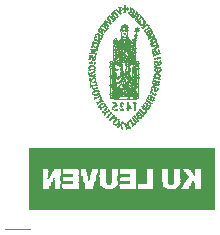
<source format=gbr>
G04 EAGLE Gerber RS-274X export*
G75*
%MOMM*%
%FSLAX34Y34*%
%LPD*%
%INSilkscreen Bottom*%
%IPPOS*%
%AMOC8*
5,1,8,0,0,1.08239X$1,22.5*%
G01*
%ADD10R,15.773400X0.025400*%
%ADD11R,15.748000X0.025400*%
%ADD12R,6.629400X0.025400*%
%ADD13R,0.025400X0.025400*%
%ADD14R,4.927600X0.025400*%
%ADD15R,3.556000X0.025400*%
%ADD16R,1.371600X0.025400*%
%ADD17R,0.127000X0.025400*%
%ADD18R,0.050800X0.025400*%
%ADD19R,0.736600X0.025400*%
%ADD20R,0.406400X0.025400*%
%ADD21R,0.203200X0.025400*%
%ADD22R,0.177800X0.025400*%
%ADD23R,0.279400X0.025400*%
%ADD24R,0.711200X0.025400*%
%ADD25R,1.270000X0.025400*%
%ADD26R,0.762000X0.025400*%
%ADD27R,0.584200X0.025400*%
%ADD28R,1.701800X0.025400*%
%ADD29R,1.879600X0.025400*%
%ADD30R,1.422400X0.025400*%
%ADD31R,1.168400X0.025400*%
%ADD32R,0.508000X0.025400*%
%ADD33R,0.965200X0.025400*%
%ADD34R,0.152400X0.025400*%
%ADD35R,0.558800X0.025400*%
%ADD36R,1.193800X0.025400*%
%ADD37R,0.889000X0.025400*%
%ADD38R,0.482600X0.025400*%
%ADD39R,1.092200X0.025400*%
%ADD40R,0.381000X0.025400*%
%ADD41R,0.812800X0.025400*%
%ADD42R,1.041400X0.025400*%
%ADD43R,0.355600X0.025400*%
%ADD44R,0.533400X0.025400*%
%ADD45R,0.787400X0.025400*%
%ADD46R,0.990600X0.025400*%
%ADD47R,0.330200X0.025400*%
%ADD48R,0.457200X0.025400*%
%ADD49R,0.304800X0.025400*%
%ADD50R,0.431800X0.025400*%
%ADD51R,0.939800X0.025400*%
%ADD52R,0.685800X0.025400*%
%ADD53R,0.914400X0.025400*%
%ADD54R,0.660400X0.025400*%
%ADD55R,0.635000X0.025400*%
%ADD56R,0.228600X0.025400*%
%ADD57R,0.254000X0.025400*%
%ADD58R,0.863600X0.025400*%
%ADD59R,0.838200X0.025400*%
%ADD60R,1.016000X0.025400*%
%ADD61R,1.066800X0.025400*%
%ADD62R,0.101600X0.025400*%
%ADD63R,0.076200X0.025400*%
%ADD64R,0.609600X0.025400*%
%ADD65R,1.117600X0.025400*%
%ADD66R,1.549400X0.025400*%
%ADD67C,0.000000*%


D10*
X253746Y718820D03*
X253746Y719074D03*
D11*
X253619Y719328D03*
X253619Y719582D03*
D10*
X253746Y719836D03*
D11*
X253619Y720090D03*
X253619Y720344D03*
X253619Y720598D03*
D10*
X253746Y720852D03*
D11*
X253619Y721106D03*
X253619Y721360D03*
D10*
X253746Y721614D03*
D11*
X253619Y721868D03*
X253619Y722122D03*
X253619Y722376D03*
D10*
X253746Y722630D03*
D11*
X253619Y722884D03*
D10*
X253746Y723138D03*
D11*
X253619Y723392D03*
X253619Y723646D03*
D10*
X253746Y723900D03*
D11*
X253619Y724154D03*
X253619Y724408D03*
X253619Y724662D03*
X253619Y724916D03*
D10*
X253746Y725170D03*
D11*
X253619Y725424D03*
X253619Y725678D03*
D10*
X253746Y725932D03*
D11*
X253619Y726186D03*
X253619Y726440D03*
X253619Y726694D03*
D10*
X253746Y726948D03*
D11*
X253619Y727202D03*
X253619Y727456D03*
X253619Y727710D03*
X253619Y727964D03*
D10*
X253746Y728218D03*
D11*
X253619Y728472D03*
D10*
X253746Y728726D03*
D11*
X253619Y728980D03*
X253619Y729234D03*
D10*
X253746Y729488D03*
D11*
X253619Y729742D03*
X253619Y729996D03*
D10*
X253746Y730250D03*
D11*
X253619Y730504D03*
D10*
X253746Y730758D03*
D11*
X253619Y731012D03*
X253619Y731266D03*
D10*
X253746Y731520D03*
D11*
X253619Y731774D03*
X253619Y732028D03*
D10*
X253746Y732282D03*
D11*
X253619Y732536D03*
D10*
X253746Y732790D03*
D11*
X253619Y733044D03*
X253619Y733298D03*
D10*
X253746Y733552D03*
D11*
X253619Y733806D03*
X253619Y734060D03*
D10*
X253746Y734314D03*
D11*
X253619Y734568D03*
D10*
X253746Y734822D03*
D11*
X253619Y735076D03*
X253619Y735330D03*
D12*
X208026Y735584D03*
D13*
X243840Y735584D03*
D14*
X269113Y735584D03*
D13*
X294132Y735584D03*
D15*
X314833Y735584D03*
D16*
X181737Y735838D03*
D17*
X189484Y735838D03*
D18*
X190627Y735838D03*
D19*
X194818Y735838D03*
D17*
X199390Y735838D03*
D20*
X202311Y735838D03*
D17*
X205232Y735838D03*
X206756Y735838D03*
D18*
X207899Y735838D03*
D21*
X209423Y735838D03*
D22*
X211582Y735838D03*
D17*
X213360Y735838D03*
D23*
X215646Y735838D03*
D24*
X220853Y735838D03*
D21*
X225679Y735838D03*
D25*
X233299Y735838D03*
D26*
X249301Y735838D03*
D17*
X254000Y735838D03*
X255524Y735838D03*
D18*
X256667Y735838D03*
D21*
X258191Y735838D03*
X260477Y735838D03*
D17*
X262382Y735838D03*
D27*
X266192Y735838D03*
D21*
X270383Y735838D03*
D17*
X272288Y735838D03*
X273812Y735838D03*
D18*
X274955Y735838D03*
D28*
X283972Y735838D03*
D29*
X307721Y735838D03*
D18*
X317627Y735838D03*
D30*
X325247Y735838D03*
D31*
X180721Y736092D03*
D32*
X194183Y736092D03*
D17*
X202438Y736092D03*
D27*
X220218Y736092D03*
D33*
X234061Y736092D03*
D32*
X249047Y736092D03*
D34*
X266573Y736092D03*
D31*
X285877Y736092D03*
D20*
X301371Y736092D03*
D35*
X312801Y736092D03*
D36*
X326644Y736092D03*
D31*
X180721Y736346D03*
D32*
X194437Y736346D03*
D17*
X202438Y736346D03*
D27*
X220218Y736346D03*
D37*
X233680Y736346D03*
D38*
X249428Y736346D03*
D22*
X266700Y736346D03*
D39*
X285496Y736346D03*
D40*
X301752Y736346D03*
D32*
X312801Y736346D03*
D31*
X326517Y736346D03*
X180721Y736600D03*
D38*
X194310Y736600D03*
D34*
X202565Y736600D03*
D27*
X220218Y736600D03*
D41*
X233553Y736600D03*
D20*
X249555Y736600D03*
D34*
X266573Y736600D03*
D42*
X285242Y736600D03*
D43*
X302133Y736600D03*
D44*
X312928Y736600D03*
D31*
X326517Y736600D03*
X180721Y736854D03*
D38*
X194564Y736854D03*
D17*
X202438Y736854D03*
D35*
X220091Y736854D03*
D45*
X233426Y736854D03*
D40*
X249936Y736854D03*
D22*
X266700Y736854D03*
D46*
X284988Y736854D03*
D47*
X302260Y736854D03*
D38*
X312928Y736854D03*
D31*
X326517Y736854D03*
X180721Y737108D03*
D48*
X194437Y737108D03*
D17*
X202438Y737108D03*
D35*
X220091Y737108D03*
D26*
X233299Y737108D03*
D47*
X249936Y737108D03*
D34*
X266573Y737108D03*
D46*
X284988Y737108D03*
D49*
X302641Y737108D03*
D32*
X313055Y737108D03*
D31*
X326517Y737108D03*
X180721Y737362D03*
D50*
X194564Y737362D03*
D17*
X202438Y737362D03*
D35*
X220091Y737362D03*
D24*
X233045Y737362D03*
D49*
X250063Y737362D03*
D22*
X266700Y737362D03*
D51*
X284734Y737362D03*
D49*
X302895Y737362D03*
D38*
X313182Y737362D03*
D36*
X326644Y737362D03*
D31*
X180721Y737616D03*
D50*
X194818Y737616D03*
D17*
X202438Y737616D03*
D35*
X220091Y737616D03*
D52*
X233172Y737616D03*
D49*
X250317Y737616D03*
D34*
X266573Y737616D03*
D53*
X284607Y737616D03*
D23*
X303022Y737616D03*
D48*
X313309Y737616D03*
D31*
X326517Y737616D03*
X180721Y737870D03*
D50*
X194818Y737870D03*
D17*
X202438Y737870D03*
D44*
X219964Y737870D03*
D54*
X233045Y737870D03*
D23*
X250444Y737870D03*
D22*
X266700Y737870D03*
D37*
X284480Y737870D03*
D23*
X303276Y737870D03*
D50*
X313182Y737870D03*
D31*
X326517Y737870D03*
X180721Y738124D03*
D40*
X194818Y738124D03*
D17*
X202438Y738124D03*
D44*
X219964Y738124D03*
D55*
X232918Y738124D03*
D56*
X250444Y738124D03*
D34*
X266573Y738124D03*
D37*
X284480Y738124D03*
D49*
X303403Y738124D03*
D50*
X313436Y738124D03*
D36*
X326644Y738124D03*
D31*
X180721Y738378D03*
D40*
X195072Y738378D03*
D17*
X202438Y738378D03*
D44*
X219964Y738378D03*
D27*
X232918Y738378D03*
D57*
X250571Y738378D03*
D22*
X266700Y738378D03*
D58*
X284353Y738378D03*
D23*
X303530Y738378D03*
D40*
X313436Y738378D03*
D31*
X326517Y738378D03*
X180721Y738632D03*
D43*
X194945Y738632D03*
D17*
X202438Y738632D03*
D32*
X219837Y738632D03*
D27*
X232918Y738632D03*
D21*
X250571Y738632D03*
D34*
X266573Y738632D03*
D58*
X284353Y738632D03*
D23*
X303784Y738632D03*
D20*
X313563Y738632D03*
D31*
X326517Y738632D03*
X180721Y738886D03*
D40*
X195072Y738886D03*
D17*
X202438Y738886D03*
D32*
X219837Y738886D03*
D35*
X232791Y738886D03*
D56*
X250698Y738886D03*
D22*
X266700Y738886D03*
D59*
X284226Y738886D03*
D49*
X303911Y738886D03*
D43*
X313563Y738886D03*
D31*
X326517Y738886D03*
X180721Y739140D03*
D47*
X195072Y739140D03*
D17*
X202438Y739140D03*
D32*
X219837Y739140D03*
D35*
X232791Y739140D03*
D22*
X250698Y739140D03*
D34*
X266573Y739140D03*
D59*
X284226Y739140D03*
D23*
X304038Y739140D03*
D43*
X313817Y739140D03*
D36*
X326644Y739140D03*
D31*
X180721Y739394D03*
D47*
X195326Y739394D03*
D17*
X202438Y739394D03*
D38*
X219710Y739394D03*
D32*
X232791Y739394D03*
D21*
X250825Y739394D03*
D22*
X266700Y739394D03*
D41*
X284099Y739394D03*
D49*
X304165Y739394D03*
D43*
X313817Y739394D03*
D31*
X326517Y739394D03*
X180721Y739648D03*
D49*
X195199Y739648D03*
D17*
X202438Y739648D03*
D38*
X219710Y739648D03*
D32*
X232791Y739648D03*
D34*
X250825Y739648D03*
X266573Y739648D03*
D41*
X284099Y739648D03*
D47*
X304292Y739648D03*
D43*
X313817Y739648D03*
D31*
X326517Y739648D03*
X180721Y739902D03*
D23*
X195326Y739902D03*
D17*
X202438Y739902D03*
D38*
X219710Y739902D03*
X232664Y739902D03*
D17*
X242570Y739902D03*
D22*
X250952Y739902D03*
X266700Y739902D03*
D45*
X283972Y739902D03*
D17*
X295402Y739902D03*
D49*
X304419Y739902D03*
D47*
X313944Y739902D03*
D36*
X326644Y739902D03*
D31*
X180721Y740156D03*
D49*
X195453Y740156D03*
D17*
X202438Y740156D03*
D38*
X219710Y740156D03*
X232918Y740156D03*
D23*
X242570Y740156D03*
D34*
X250825Y740156D03*
X266573Y740156D03*
D45*
X283972Y740156D03*
D23*
X295402Y740156D03*
D47*
X304546Y740156D03*
D49*
X314071Y740156D03*
D31*
X326517Y740156D03*
X180721Y740410D03*
D23*
X195580Y740410D03*
D60*
X206883Y740410D03*
D48*
X219583Y740410D03*
X232791Y740410D03*
D47*
X242570Y740410D03*
D61*
X255397Y740410D03*
D37*
X270256Y740410D03*
D45*
X283972Y740410D03*
D47*
X295402Y740410D03*
D43*
X304673Y740410D03*
D57*
X314071Y740410D03*
D31*
X326517Y740410D03*
X180721Y740664D03*
D57*
X195453Y740664D03*
D42*
X207010Y740664D03*
D48*
X219583Y740664D03*
X232791Y740664D03*
D40*
X242570Y740664D03*
D42*
X255524Y740664D03*
D53*
X270383Y740664D03*
D45*
X283972Y740664D03*
D40*
X295402Y740664D03*
X304800Y740664D03*
D23*
X314198Y740664D03*
D31*
X326517Y740664D03*
X180721Y740918D03*
D56*
X195580Y740918D03*
D60*
X206883Y740918D03*
D48*
X219583Y740918D03*
D50*
X232918Y740918D03*
D20*
X242697Y740918D03*
D42*
X255524Y740918D03*
D37*
X270256Y740918D03*
D45*
X283972Y740918D03*
D50*
X295402Y740918D03*
D40*
X304800Y740918D03*
D56*
X314198Y740918D03*
D36*
X326644Y740918D03*
D31*
X180721Y741172D03*
D57*
X195707Y741172D03*
D42*
X207010Y741172D03*
D50*
X219456Y741172D03*
X232918Y741172D03*
X242570Y741172D03*
D42*
X255524Y741172D03*
D53*
X270383Y741172D03*
D26*
X283845Y741172D03*
D50*
X295402Y741172D03*
D40*
X305054Y741172D03*
D56*
X314198Y741172D03*
D31*
X326517Y741172D03*
X180721Y741426D03*
D56*
X195834Y741426D03*
D42*
X207010Y741426D03*
D50*
X219456Y741426D03*
X232918Y741426D03*
D48*
X242697Y741426D03*
D42*
X255524Y741426D03*
D37*
X270256Y741426D03*
D26*
X283845Y741426D03*
D48*
X295529Y741426D03*
D20*
X305181Y741426D03*
D22*
X314198Y741426D03*
D36*
X326644Y741426D03*
D31*
X180721Y741680D03*
D21*
X195707Y741680D03*
D60*
X206883Y741680D03*
D50*
X219456Y741680D03*
X232918Y741680D03*
D48*
X242697Y741680D03*
D42*
X255524Y741680D03*
D53*
X270383Y741680D03*
D45*
X283972Y741680D03*
D38*
X295402Y741680D03*
D20*
X305181Y741680D03*
D17*
X314198Y741680D03*
D31*
X326517Y741680D03*
X180721Y741934D03*
D22*
X195834Y741934D03*
D60*
X206883Y741934D03*
D20*
X219329Y741934D03*
D40*
X232918Y741934D03*
D38*
X242570Y741934D03*
D42*
X255524Y741934D03*
D53*
X270383Y741934D03*
D26*
X283845Y741934D03*
D38*
X295402Y741934D03*
D50*
X305308Y741934D03*
D62*
X314071Y741934D03*
D31*
X326517Y741934D03*
X180721Y742188D03*
D22*
X196088Y742188D03*
D42*
X207010Y742188D03*
D20*
X219329Y742188D03*
X233045Y742188D03*
D32*
X242697Y742188D03*
D42*
X255524Y742188D03*
D37*
X270256Y742188D03*
D26*
X283845Y742188D03*
D38*
X295402Y742188D03*
D48*
X305435Y742188D03*
D18*
X314071Y742188D03*
D36*
X326644Y742188D03*
D31*
X180721Y742442D03*
D34*
X195961Y742442D03*
D47*
X203454Y742442D03*
D13*
X205486Y742442D03*
X205994Y742442D03*
D63*
X206756Y742442D03*
D62*
X207899Y742442D03*
D18*
X208915Y742442D03*
D13*
X209550Y742442D03*
X210058Y742442D03*
D63*
X210820Y742442D03*
D18*
X211709Y742442D03*
D20*
X219329Y742442D03*
D40*
X232918Y742442D03*
D38*
X242570Y742442D03*
D23*
X251714Y742442D03*
D18*
X253619Y742442D03*
D13*
X254254Y742442D03*
X254762Y742442D03*
D63*
X255524Y742442D03*
D62*
X256667Y742442D03*
D18*
X257683Y742442D03*
D13*
X258318Y742442D03*
X258826Y742442D03*
D63*
X259588Y742442D03*
D13*
X260350Y742442D03*
D53*
X270383Y742442D03*
D26*
X283845Y742442D03*
D38*
X295402Y742442D03*
D48*
X305435Y742442D03*
D13*
X313944Y742442D03*
D31*
X326517Y742442D03*
X180721Y742696D03*
D17*
X196088Y742696D03*
D56*
X202946Y742696D03*
D20*
X219329Y742696D03*
D40*
X233172Y742696D03*
D32*
X242697Y742696D03*
D56*
X251714Y742696D03*
D37*
X270256Y742696D03*
D26*
X283845Y742696D03*
D38*
X295402Y742696D03*
X305562Y742696D03*
D31*
X326517Y742696D03*
X180721Y742950D03*
D17*
X196088Y742950D03*
D57*
X203073Y742950D03*
D40*
X219202Y742950D03*
D43*
X233045Y742950D03*
D32*
X242697Y742950D03*
D57*
X251587Y742950D03*
D53*
X270383Y742950D03*
D26*
X283845Y742950D03*
D38*
X295402Y742950D03*
D32*
X305689Y742950D03*
D31*
X326517Y742950D03*
X180721Y743204D03*
D17*
X196342Y743204D03*
D56*
X202946Y743204D03*
D40*
X219202Y743204D03*
D13*
X226060Y743204D03*
D40*
X233172Y743204D03*
D38*
X242570Y743204D03*
D57*
X251587Y743204D03*
D37*
X270256Y743204D03*
D26*
X283845Y743204D03*
D32*
X295529Y743204D03*
X305689Y743204D03*
D31*
X326517Y743204D03*
X180721Y743458D03*
D17*
X196342Y743458D03*
D56*
X202946Y743458D03*
D43*
X219075Y743458D03*
D18*
X226187Y743458D03*
D43*
X233045Y743458D03*
D32*
X242697Y743458D03*
D57*
X251587Y743458D03*
D53*
X270383Y743458D03*
D26*
X283845Y743458D03*
D38*
X295402Y743458D03*
D44*
X305816Y743458D03*
D36*
X326644Y743458D03*
D31*
X180721Y743712D03*
D63*
X196342Y743712D03*
D57*
X203073Y743712D03*
D43*
X219075Y743712D03*
D18*
X226187Y743712D03*
D47*
X233172Y743712D03*
D32*
X242697Y743712D03*
D56*
X251460Y743712D03*
D37*
X270256Y743712D03*
D26*
X283845Y743712D03*
D38*
X295402Y743712D03*
D35*
X305943Y743712D03*
D31*
X326517Y743712D03*
X180721Y743966D03*
D63*
X196342Y743966D03*
D56*
X202946Y743966D03*
D43*
X219075Y743966D03*
D63*
X226060Y743966D03*
D47*
X233172Y743966D03*
D38*
X242570Y743966D03*
D57*
X251587Y743966D03*
D53*
X270383Y743966D03*
D26*
X283845Y743966D03*
D38*
X295402Y743966D03*
D35*
X305943Y743966D03*
D31*
X326517Y743966D03*
X180721Y744220D03*
D63*
X196596Y744220D03*
D57*
X203073Y744220D03*
D43*
X219075Y744220D03*
D62*
X226187Y744220D03*
D43*
X233299Y744220D03*
D32*
X242697Y744220D03*
D57*
X251587Y744220D03*
D37*
X270256Y744220D03*
D26*
X283845Y744220D03*
D38*
X295402Y744220D03*
D27*
X306070Y744220D03*
D36*
X326644Y744220D03*
D31*
X180721Y744474D03*
D13*
X191516Y744474D03*
D18*
X196723Y744474D03*
D57*
X203073Y744474D03*
D47*
X218948Y744474D03*
D62*
X226187Y744474D03*
D49*
X233299Y744474D03*
D32*
X242697Y744474D03*
D57*
X251587Y744474D03*
D53*
X270383Y744474D03*
D26*
X283845Y744474D03*
D32*
X295529Y744474D03*
D64*
X306197Y744474D03*
D31*
X326517Y744474D03*
X180721Y744728D03*
D18*
X191643Y744728D03*
D13*
X196596Y744728D03*
D56*
X202946Y744728D03*
D47*
X218948Y744728D03*
D62*
X226187Y744728D03*
D49*
X233299Y744728D03*
D32*
X242697Y744728D03*
D21*
X251587Y744728D03*
D37*
X270256Y744728D03*
D26*
X283845Y744728D03*
D38*
X295402Y744728D03*
D64*
X306197Y744728D03*
D31*
X326517Y744728D03*
X180721Y744982D03*
D63*
X191770Y744982D03*
D56*
X202946Y744982D03*
D47*
X218948Y744982D03*
D17*
X226060Y744982D03*
D49*
X233299Y744982D03*
D32*
X242697Y744982D03*
D57*
X251587Y744982D03*
D53*
X270383Y744982D03*
D26*
X283845Y744982D03*
D32*
X295529Y744982D03*
D55*
X306324Y744982D03*
D31*
X326517Y744982D03*
X180721Y745236D03*
D18*
X191897Y745236D03*
D57*
X203073Y745236D03*
D49*
X218821Y745236D03*
D17*
X226060Y745236D03*
D47*
X233426Y745236D03*
D32*
X242697Y745236D03*
D57*
X251587Y745236D03*
D37*
X270256Y745236D03*
D26*
X283845Y745236D03*
D38*
X295402Y745236D03*
D54*
X306451Y745236D03*
D36*
X326644Y745236D03*
D31*
X180721Y745490D03*
D62*
X191897Y745490D03*
D56*
X202946Y745490D03*
D49*
X218821Y745490D03*
D34*
X226187Y745490D03*
D23*
X233426Y745490D03*
D32*
X242697Y745490D03*
D57*
X251587Y745490D03*
D53*
X270383Y745490D03*
D26*
X283845Y745490D03*
D38*
X295402Y745490D03*
D52*
X306578Y745490D03*
D31*
X326517Y745490D03*
X180721Y745744D03*
D62*
X191897Y745744D03*
D56*
X202946Y745744D03*
D49*
X218821Y745744D03*
D34*
X226187Y745744D03*
D23*
X233426Y745744D03*
D38*
X242570Y745744D03*
D57*
X251587Y745744D03*
D37*
X270256Y745744D03*
D26*
X283845Y745744D03*
D44*
X295402Y745744D03*
D52*
X306578Y745744D03*
D31*
X326517Y745744D03*
X180721Y745998D03*
D62*
X192151Y745998D03*
D57*
X203073Y745998D03*
D23*
X218694Y745998D03*
D22*
X226060Y745998D03*
D49*
X233553Y745998D03*
D38*
X242570Y745998D03*
D56*
X251714Y745998D03*
D53*
X270383Y745998D03*
D26*
X283845Y745998D03*
D38*
X295402Y745998D03*
D24*
X306705Y745998D03*
D36*
X326644Y745998D03*
D31*
X180721Y746252D03*
D17*
X192024Y746252D03*
D56*
X202946Y746252D03*
D23*
X218694Y746252D03*
D21*
X226187Y746252D03*
D57*
X233553Y746252D03*
D32*
X242697Y746252D03*
D56*
X251460Y746252D03*
D37*
X270256Y746252D03*
D26*
X283845Y746252D03*
D32*
X295529Y746252D03*
D19*
X306832Y746252D03*
D31*
X326517Y746252D03*
X180721Y746506D03*
D34*
X192151Y746506D03*
D57*
X203073Y746506D03*
D23*
X218694Y746506D03*
D21*
X226187Y746506D03*
D57*
X233553Y746506D03*
D32*
X242697Y746506D03*
D57*
X251587Y746506D03*
D37*
X270256Y746506D03*
D26*
X283845Y746506D03*
D38*
X295402Y746506D03*
D24*
X306705Y746506D03*
D31*
X326517Y746506D03*
X180721Y746760D03*
D17*
X192278Y746760D03*
D42*
X207010Y746760D03*
D23*
X218694Y746760D03*
D21*
X226187Y746760D03*
D57*
X233553Y746760D03*
D32*
X242697Y746760D03*
D42*
X255524Y746760D03*
D53*
X270383Y746760D03*
D26*
X283845Y746760D03*
D38*
X295402Y746760D03*
D52*
X306578Y746760D03*
D31*
X326517Y746760D03*
X180721Y747014D03*
D22*
X192278Y747014D03*
D60*
X206883Y747014D03*
D57*
X218567Y747014D03*
D56*
X226060Y747014D03*
D57*
X233807Y747014D03*
D38*
X242570Y747014D03*
D60*
X255651Y747014D03*
D37*
X270256Y747014D03*
D26*
X283845Y747014D03*
D38*
X295402Y747014D03*
D52*
X306578Y747014D03*
D36*
X326644Y747014D03*
D31*
X180721Y747268D03*
D21*
X192405Y747268D03*
D42*
X207010Y747268D03*
D57*
X218567Y747268D03*
X226187Y747268D03*
D56*
X233680Y747268D03*
D32*
X242697Y747268D03*
D42*
X255524Y747268D03*
D53*
X270383Y747268D03*
D26*
X283845Y747268D03*
D38*
X295402Y747268D03*
D54*
X306451Y747268D03*
D31*
X326517Y747268D03*
X180721Y747522D03*
D22*
X192532Y747522D03*
D42*
X207010Y747522D03*
D57*
X218567Y747522D03*
X226187Y747522D03*
X233807Y747522D03*
D32*
X242697Y747522D03*
D42*
X255524Y747522D03*
D37*
X270256Y747522D03*
D26*
X283845Y747522D03*
D32*
X295529Y747522D03*
D55*
X306324Y747522D03*
D36*
X326644Y747522D03*
D31*
X180721Y747776D03*
D56*
X192532Y747776D03*
D60*
X206883Y747776D03*
D56*
X218440Y747776D03*
D57*
X226187Y747776D03*
D56*
X233680Y747776D03*
D32*
X242697Y747776D03*
D42*
X255524Y747776D03*
D53*
X270383Y747776D03*
D26*
X283845Y747776D03*
D32*
X295275Y747776D03*
D64*
X306197Y747776D03*
D63*
X315214Y747776D03*
D31*
X326517Y747776D03*
X180721Y748030D03*
D56*
X192532Y748030D03*
D60*
X206883Y748030D03*
D56*
X218440Y748030D03*
D23*
X226060Y748030D03*
D21*
X233807Y748030D03*
D32*
X242697Y748030D03*
D42*
X255524Y748030D03*
D37*
X270256Y748030D03*
D26*
X283845Y748030D03*
D38*
X295402Y748030D03*
D27*
X306070Y748030D03*
D63*
X315214Y748030D03*
D31*
X326517Y748030D03*
X180721Y748284D03*
D56*
X192786Y748284D03*
D42*
X207010Y748284D03*
D56*
X218440Y748284D03*
D49*
X226187Y748284D03*
D56*
X233934Y748284D03*
D32*
X242697Y748284D03*
D42*
X255524Y748284D03*
D53*
X270383Y748284D03*
D26*
X283845Y748284D03*
D32*
X295529Y748284D03*
D27*
X306070Y748284D03*
D62*
X315087Y748284D03*
D36*
X326644Y748284D03*
D31*
X180721Y748538D03*
D57*
X192659Y748538D03*
D42*
X207010Y748538D03*
D21*
X218313Y748538D03*
D49*
X226187Y748538D03*
D22*
X233934Y748538D03*
D32*
X242697Y748538D03*
D42*
X255524Y748538D03*
D37*
X270256Y748538D03*
D26*
X283845Y748538D03*
D38*
X295402Y748538D03*
D44*
X305816Y748538D03*
D62*
X314833Y748538D03*
D31*
X326517Y748538D03*
X180721Y748792D03*
D23*
X192786Y748792D03*
D22*
X202692Y748792D03*
D21*
X218313Y748792D03*
D47*
X226060Y748792D03*
D21*
X233807Y748792D03*
D38*
X242570Y748792D03*
D34*
X251333Y748792D03*
D53*
X270383Y748792D03*
D26*
X283845Y748792D03*
D38*
X295402Y748792D03*
D32*
X305689Y748792D03*
D17*
X314960Y748792D03*
D31*
X326517Y748792D03*
X180721Y749046D03*
D57*
X192913Y749046D03*
D34*
X202565Y749046D03*
D21*
X218313Y749046D03*
D47*
X226060Y749046D03*
D22*
X233934Y749046D03*
D38*
X242570Y749046D03*
D34*
X251079Y749046D03*
D37*
X270256Y749046D03*
D26*
X283845Y749046D03*
D38*
X295402Y749046D03*
X305562Y749046D03*
D17*
X314706Y749046D03*
D31*
X326517Y749046D03*
X180721Y749300D03*
D49*
X192913Y749300D03*
D34*
X202565Y749300D03*
D22*
X218186Y749300D03*
D43*
X226187Y749300D03*
D22*
X233934Y749300D03*
D32*
X242697Y749300D03*
D22*
X251206Y749300D03*
D53*
X270383Y749300D03*
D26*
X283845Y749300D03*
D32*
X295529Y749300D03*
D38*
X305562Y749300D03*
D22*
X314706Y749300D03*
D31*
X326517Y749300D03*
X180721Y749554D03*
D49*
X192913Y749554D03*
D34*
X202565Y749554D03*
D22*
X218186Y749554D03*
D43*
X226187Y749554D03*
D22*
X234188Y749554D03*
D32*
X242697Y749554D03*
D22*
X251206Y749554D03*
D37*
X270256Y749554D03*
D26*
X283845Y749554D03*
D38*
X295402Y749554D03*
D50*
X305308Y749554D03*
D21*
X314579Y749554D03*
D36*
X326644Y749554D03*
D31*
X180721Y749808D03*
D49*
X193167Y749808D03*
D34*
X202565Y749808D03*
D22*
X218186Y749808D03*
D43*
X226187Y749808D03*
D34*
X234061Y749808D03*
D32*
X242697Y749808D03*
D17*
X251206Y749808D03*
D53*
X270383Y749808D03*
D26*
X283845Y749808D03*
D32*
X295275Y749808D03*
D50*
X305308Y749808D03*
D56*
X314452Y749808D03*
D31*
X326517Y749808D03*
X180721Y750062D03*
D47*
X193040Y750062D03*
D34*
X202565Y750062D03*
X218059Y750062D03*
D20*
X226187Y750062D03*
D34*
X234061Y750062D03*
D38*
X242570Y750062D03*
D22*
X251206Y750062D03*
D53*
X270383Y750062D03*
D26*
X283845Y750062D03*
D38*
X295402Y750062D03*
D20*
X305181Y750062D03*
D21*
X314325Y750062D03*
D31*
X326517Y750062D03*
X180721Y750316D03*
D43*
X193167Y750316D03*
D34*
X202565Y750316D03*
X218059Y750316D03*
D20*
X226187Y750316D03*
D22*
X234188Y750316D03*
D32*
X242697Y750316D03*
D34*
X251079Y750316D03*
D37*
X270256Y750316D03*
D26*
X283845Y750316D03*
D38*
X295402Y750316D03*
D40*
X305054Y750316D03*
D57*
X314325Y750316D03*
D36*
X326644Y750316D03*
D31*
X180721Y750570D03*
D43*
X193421Y750570D03*
D34*
X202565Y750570D03*
X218059Y750570D03*
D20*
X226187Y750570D03*
D17*
X234188Y750570D03*
D32*
X242697Y750570D03*
D34*
X251079Y750570D03*
D53*
X270383Y750570D03*
D26*
X283845Y750570D03*
D32*
X295529Y750570D03*
D43*
X304927Y750570D03*
D57*
X314071Y750570D03*
D31*
X326517Y750570D03*
X180721Y750824D03*
D40*
X193294Y750824D03*
D34*
X202565Y750824D03*
X218059Y750824D03*
D50*
X226060Y750824D03*
D17*
X234188Y750824D03*
D32*
X242697Y750824D03*
D34*
X251333Y750824D03*
D37*
X270256Y750824D03*
D26*
X283845Y750824D03*
D38*
X295402Y750824D03*
D47*
X304800Y750824D03*
D49*
X314071Y750824D03*
D31*
X326517Y750824D03*
X180721Y751078D03*
D20*
X193421Y751078D03*
D34*
X202565Y751078D03*
D17*
X217932Y751078D03*
D48*
X226187Y751078D03*
D17*
X234188Y751078D03*
D32*
X242697Y751078D03*
D22*
X251206Y751078D03*
D53*
X270383Y751078D03*
D26*
X283845Y751078D03*
D32*
X295529Y751078D03*
D49*
X304673Y751078D03*
X313817Y751078D03*
D31*
X326517Y751078D03*
X180721Y751332D03*
D40*
X193548Y751332D03*
D34*
X202565Y751332D03*
D17*
X217932Y751332D03*
D48*
X226187Y751332D03*
D17*
X234442Y751332D03*
D32*
X242697Y751332D03*
D34*
X251079Y751332D03*
D37*
X270256Y751332D03*
D26*
X283845Y751332D03*
D38*
X295402Y751332D03*
D23*
X304546Y751332D03*
D47*
X313944Y751332D03*
D36*
X326644Y751332D03*
D31*
X180721Y751586D03*
D50*
X193548Y751586D03*
D34*
X202565Y751586D03*
D17*
X217932Y751586D03*
D48*
X226187Y751586D03*
D62*
X234315Y751586D03*
D32*
X242697Y751586D03*
D34*
X251079Y751586D03*
D53*
X270383Y751586D03*
D26*
X283845Y751586D03*
D38*
X295402Y751586D03*
D57*
X304419Y751586D03*
D43*
X313817Y751586D03*
D31*
X326517Y751586D03*
X180721Y751840D03*
D50*
X193548Y751840D03*
D34*
X202565Y751840D03*
D62*
X217805Y751840D03*
D38*
X226060Y751840D03*
D62*
X234315Y751840D03*
D38*
X242570Y751840D03*
D22*
X251206Y751840D03*
D37*
X270256Y751840D03*
D26*
X283845Y751840D03*
D44*
X295402Y751840D03*
D56*
X304292Y751840D03*
D40*
X313690Y751840D03*
D31*
X326517Y751840D03*
X180721Y752094D03*
D50*
X193802Y752094D03*
D34*
X202565Y752094D03*
D62*
X217805Y752094D03*
D32*
X226187Y752094D03*
D62*
X234315Y752094D03*
D32*
X242697Y752094D03*
D22*
X251206Y752094D03*
D53*
X270383Y752094D03*
D26*
X283845Y752094D03*
D38*
X295402Y752094D03*
D21*
X304165Y752094D03*
D20*
X313563Y752094D03*
D31*
X326517Y752094D03*
X180721Y752348D03*
D48*
X193675Y752348D03*
D34*
X202565Y752348D03*
D62*
X217805Y752348D03*
D32*
X226187Y752348D03*
D62*
X234569Y752348D03*
D38*
X242570Y752348D03*
D34*
X251079Y752348D03*
D37*
X270256Y752348D03*
D26*
X283845Y752348D03*
D38*
X295402Y752348D03*
D22*
X304038Y752348D03*
D40*
X313436Y752348D03*
D31*
X326517Y752348D03*
X180721Y752602D03*
D48*
X193929Y752602D03*
D34*
X202565Y752602D03*
D62*
X217805Y752602D03*
D32*
X226187Y752602D03*
D63*
X234442Y752602D03*
D32*
X242697Y752602D03*
D22*
X251206Y752602D03*
D37*
X270256Y752602D03*
D26*
X283845Y752602D03*
D32*
X295529Y752602D03*
D22*
X304038Y752602D03*
D50*
X313436Y752602D03*
D36*
X326644Y752602D03*
D31*
X180721Y752856D03*
D38*
X193802Y752856D03*
D34*
X202565Y752856D03*
D63*
X217678Y752856D03*
D44*
X226060Y752856D03*
D63*
X234442Y752856D03*
D32*
X242697Y752856D03*
D17*
X251206Y752856D03*
D53*
X270383Y752856D03*
D26*
X283845Y752856D03*
D38*
X295402Y752856D03*
D34*
X303911Y752856D03*
D50*
X313182Y752856D03*
D31*
X326517Y752856D03*
X180721Y753110D03*
D13*
X187198Y753110D03*
X187706Y753110D03*
X188214Y753110D03*
X189230Y753110D03*
X189992Y753110D03*
X191008Y753110D03*
D32*
X193929Y753110D03*
D13*
X197104Y753110D03*
X197866Y753110D03*
X199136Y753110D03*
X199898Y753110D03*
X200406Y753110D03*
X201422Y753110D03*
D22*
X202692Y753110D03*
D13*
X203962Y753110D03*
X205232Y753110D03*
X205994Y753110D03*
X206502Y753110D03*
X207518Y753110D03*
X208280Y753110D03*
X209296Y753110D03*
X210058Y753110D03*
X211328Y753110D03*
X212344Y753110D03*
X213360Y753110D03*
X214122Y753110D03*
X215392Y753110D03*
X216154Y753110D03*
X216916Y753110D03*
D62*
X217805Y753110D03*
D13*
X219456Y753110D03*
X220218Y753110D03*
X221488Y753110D03*
X222250Y753110D03*
X222758Y753110D03*
D35*
X226187Y753110D03*
D13*
X229616Y753110D03*
X230378Y753110D03*
X231648Y753110D03*
X232410Y753110D03*
X233172Y753110D03*
D17*
X234442Y753110D03*
D13*
X235966Y753110D03*
X236474Y753110D03*
X237744Y753110D03*
X238506Y753110D03*
X239014Y753110D03*
D44*
X242570Y753110D03*
D13*
X245872Y753110D03*
X246634Y753110D03*
X247904Y753110D03*
X248666Y753110D03*
X249174Y753110D03*
D21*
X251079Y753110D03*
D13*
X252730Y753110D03*
X254000Y753110D03*
X254762Y753110D03*
X255270Y753110D03*
X256286Y753110D03*
X257048Y753110D03*
X258064Y753110D03*
X258826Y753110D03*
X260096Y753110D03*
X260858Y753110D03*
X261366Y753110D03*
X262382Y753110D03*
X263144Y753110D03*
X264160Y753110D03*
X264922Y753110D03*
D53*
X270383Y753110D03*
D13*
X275590Y753110D03*
D18*
X276733Y753110D03*
D13*
X277622Y753110D03*
X278130Y753110D03*
X279400Y753110D03*
D45*
X283972Y753110D03*
D13*
X288544Y753110D03*
X289306Y753110D03*
X289814Y753110D03*
X290830Y753110D03*
X291592Y753110D03*
X292100Y753110D03*
D35*
X295529Y753110D03*
D13*
X298958Y753110D03*
X299466Y753110D03*
X300736Y753110D03*
X301244Y753110D03*
X302006Y753110D03*
X302514Y753110D03*
D34*
X303911Y753110D03*
D13*
X305308Y753110D03*
X305816Y753110D03*
X306578Y753110D03*
X307340Y753110D03*
X308102Y753110D03*
X308610Y753110D03*
X309626Y753110D03*
X310388Y753110D03*
D38*
X313182Y753110D03*
D13*
X316230Y753110D03*
X317246Y753110D03*
X317754Y753110D03*
X318262Y753110D03*
X319278Y753110D03*
X320040Y753110D03*
D36*
X326644Y753110D03*
D11*
X253619Y753364D03*
X253619Y753618D03*
D10*
X253746Y753872D03*
D11*
X253619Y754126D03*
X253619Y754380D03*
D10*
X253746Y754634D03*
D11*
X253619Y754888D03*
D10*
X253746Y755142D03*
D11*
X253619Y755396D03*
X253619Y755650D03*
D10*
X253746Y755904D03*
D11*
X253619Y756158D03*
X253619Y756412D03*
D10*
X253746Y756666D03*
D11*
X253619Y756920D03*
D10*
X253746Y757174D03*
D11*
X253619Y757428D03*
X253619Y757682D03*
D10*
X253746Y757936D03*
D11*
X253619Y758190D03*
X253619Y758444D03*
D10*
X253746Y758698D03*
D11*
X253619Y758952D03*
D10*
X253746Y759206D03*
D11*
X253619Y759460D03*
X253619Y759714D03*
D10*
X253746Y759968D03*
D11*
X253619Y760222D03*
D10*
X253746Y760476D03*
D11*
X253619Y760730D03*
X253619Y760984D03*
X253619Y761238D03*
X253619Y761492D03*
D10*
X253746Y761746D03*
D11*
X253619Y762000D03*
X253619Y762254D03*
D10*
X253746Y762508D03*
D11*
X253619Y762762D03*
X253619Y763016D03*
X253619Y763270D03*
D10*
X253746Y763524D03*
D11*
X253619Y763778D03*
X253619Y764032D03*
D10*
X253746Y764286D03*
D11*
X253619Y764540D03*
X253619Y764794D03*
X253619Y765048D03*
D10*
X253746Y765302D03*
D11*
X253619Y765556D03*
D10*
X253746Y765810D03*
D11*
X253619Y766064D03*
X253619Y766318D03*
D10*
X253746Y766572D03*
D11*
X253619Y766826D03*
X253619Y767080D03*
X253619Y767334D03*
X253619Y767588D03*
D10*
X253746Y767842D03*
D11*
X253619Y768096D03*
X253619Y768350D03*
D10*
X253746Y768604D03*
D11*
X253619Y768858D03*
X253619Y769112D03*
X253619Y769366D03*
D10*
X253746Y769620D03*
D11*
X253619Y769874D03*
X253619Y770128D03*
D13*
X175514Y770382D03*
X176022Y770382D03*
X176784Y770382D03*
X177546Y770382D03*
X178308Y770382D03*
X179070Y770382D03*
X179578Y770382D03*
X180340Y770382D03*
X181102Y770382D03*
X181864Y770382D03*
X182626Y770382D03*
X183388Y770382D03*
X183896Y770382D03*
X184404Y770382D03*
X184912Y770382D03*
X185674Y770382D03*
X186182Y770382D03*
X186944Y770382D03*
X187706Y770382D03*
X188468Y770382D03*
D18*
X189357Y770382D03*
D13*
X189992Y770382D03*
X190500Y770382D03*
X191008Y770382D03*
X191770Y770382D03*
X192532Y770382D03*
X193294Y770382D03*
X194056Y770382D03*
X194818Y770382D03*
X195834Y770382D03*
X196342Y770382D03*
X197104Y770382D03*
X197866Y770382D03*
X198628Y770382D03*
X199390Y770382D03*
X199898Y770382D03*
X200406Y770382D03*
X201168Y770382D03*
X201930Y770382D03*
X202692Y770382D03*
X203454Y770382D03*
X203962Y770382D03*
X204724Y770382D03*
X205486Y770382D03*
X206248Y770382D03*
X207010Y770382D03*
X207772Y770382D03*
X208280Y770382D03*
X208788Y770382D03*
X209296Y770382D03*
X210058Y770382D03*
X210566Y770382D03*
X211328Y770382D03*
X212090Y770382D03*
X212852Y770382D03*
D18*
X213741Y770382D03*
D13*
X214376Y770382D03*
X214884Y770382D03*
X215392Y770382D03*
X216154Y770382D03*
X216916Y770382D03*
X217678Y770382D03*
X218440Y770382D03*
X219202Y770382D03*
X220218Y770382D03*
X220726Y770382D03*
X221488Y770382D03*
X222250Y770382D03*
X223012Y770382D03*
X223774Y770382D03*
X224282Y770382D03*
X224790Y770382D03*
X225552Y770382D03*
X226314Y770382D03*
X227076Y770382D03*
X227838Y770382D03*
X228346Y770382D03*
X228854Y770382D03*
X229616Y770382D03*
X230378Y770382D03*
X231140Y770382D03*
X231902Y770382D03*
X232410Y770382D03*
X232918Y770382D03*
X233680Y770382D03*
X234442Y770382D03*
X235204Y770382D03*
X235966Y770382D03*
X236474Y770382D03*
X237236Y770382D03*
X237998Y770382D03*
X238760Y770382D03*
X239522Y770382D03*
X240284Y770382D03*
X240792Y770382D03*
X241300Y770382D03*
X241808Y770382D03*
X242570Y770382D03*
X243078Y770382D03*
X243840Y770382D03*
X244602Y770382D03*
X245364Y770382D03*
D18*
X246253Y770382D03*
D13*
X246888Y770382D03*
X247396Y770382D03*
X247904Y770382D03*
X248666Y770382D03*
X249428Y770382D03*
X250190Y770382D03*
X250952Y770382D03*
X251714Y770382D03*
X252730Y770382D03*
X253238Y770382D03*
X254000Y770382D03*
X254762Y770382D03*
X255524Y770382D03*
X256286Y770382D03*
X256794Y770382D03*
X257302Y770382D03*
X258064Y770382D03*
X258826Y770382D03*
X259588Y770382D03*
X260350Y770382D03*
X260858Y770382D03*
X261620Y770382D03*
X262382Y770382D03*
X263144Y770382D03*
X263906Y770382D03*
X264668Y770382D03*
X265176Y770382D03*
X265684Y770382D03*
X266192Y770382D03*
X266954Y770382D03*
X267462Y770382D03*
X268224Y770382D03*
X268986Y770382D03*
X269748Y770382D03*
D18*
X270637Y770382D03*
D13*
X271272Y770382D03*
X271780Y770382D03*
X272288Y770382D03*
X273050Y770382D03*
X273812Y770382D03*
X274574Y770382D03*
X275336Y770382D03*
X276098Y770382D03*
X277114Y770382D03*
X277622Y770382D03*
X278384Y770382D03*
X279146Y770382D03*
X279908Y770382D03*
X280670Y770382D03*
X281178Y770382D03*
X281686Y770382D03*
X282448Y770382D03*
X283210Y770382D03*
X283972Y770382D03*
X284734Y770382D03*
X285242Y770382D03*
X286004Y770382D03*
X286766Y770382D03*
X287528Y770382D03*
X288290Y770382D03*
X289052Y770382D03*
X289560Y770382D03*
X290068Y770382D03*
X290576Y770382D03*
X291338Y770382D03*
X291846Y770382D03*
X292608Y770382D03*
X293370Y770382D03*
X294132Y770382D03*
D18*
X295021Y770382D03*
D13*
X295656Y770382D03*
X296164Y770382D03*
X296672Y770382D03*
X297434Y770382D03*
X298196Y770382D03*
X298958Y770382D03*
X299720Y770382D03*
X300482Y770382D03*
X301498Y770382D03*
X302006Y770382D03*
X302768Y770382D03*
X303530Y770382D03*
X304292Y770382D03*
X305054Y770382D03*
X305562Y770382D03*
X306070Y770382D03*
X306832Y770382D03*
X307594Y770382D03*
X308356Y770382D03*
X309118Y770382D03*
X309626Y770382D03*
X310388Y770382D03*
X311150Y770382D03*
X311912Y770382D03*
X312674Y770382D03*
X313436Y770382D03*
X313944Y770382D03*
X314452Y770382D03*
X314960Y770382D03*
X315722Y770382D03*
X316230Y770382D03*
X316992Y770382D03*
X317754Y770382D03*
X318516Y770382D03*
D18*
X319405Y770382D03*
D13*
X320040Y770382D03*
X320548Y770382D03*
X321056Y770382D03*
X321818Y770382D03*
X322580Y770382D03*
X323342Y770382D03*
X324104Y770382D03*
X324866Y770382D03*
X325882Y770382D03*
X326390Y770382D03*
X327152Y770382D03*
X327914Y770382D03*
X328676Y770382D03*
X329438Y770382D03*
X329946Y770382D03*
X330454Y770382D03*
X331216Y770382D03*
X331978Y770382D03*
X254508Y786384D03*
D18*
X254381Y786638D03*
X257937Y786638D03*
D34*
X253619Y786892D03*
D63*
X258064Y786892D03*
D34*
X253619Y787146D03*
D62*
X258445Y787146D03*
D17*
X253746Y787400D03*
D49*
X259461Y787400D03*
D62*
X253619Y787654D03*
D49*
X259461Y787654D03*
D63*
X253746Y787908D03*
D62*
X258191Y787908D03*
D22*
X259842Y787908D03*
D18*
X250825Y788162D03*
D63*
X253746Y788162D03*
D62*
X257937Y788162D03*
D17*
X259588Y788162D03*
D34*
X250571Y788416D03*
D63*
X253746Y788416D03*
D62*
X257683Y788416D03*
X259715Y788416D03*
D22*
X250444Y788670D03*
D63*
X253746Y788670D03*
D17*
X257556Y788670D03*
D62*
X259461Y788670D03*
D17*
X250952Y788924D03*
D63*
X253746Y788924D03*
D62*
X257429Y788924D03*
D18*
X259461Y788924D03*
D34*
X251079Y789178D03*
D63*
X253746Y789178D03*
D17*
X257302Y789178D03*
D63*
X259334Y789178D03*
D13*
X263144Y789178D03*
D17*
X251460Y789432D03*
D18*
X253873Y789432D03*
D17*
X257302Y789432D03*
D63*
X259334Y789432D03*
D13*
X263144Y789432D03*
X248920Y789686D03*
D34*
X251587Y789686D03*
D18*
X253873Y789686D03*
D22*
X257556Y789686D03*
D62*
X259207Y789686D03*
D18*
X263271Y789686D03*
D21*
X248793Y789940D03*
D17*
X251968Y789940D03*
D18*
X253873Y789940D03*
D47*
X258064Y789940D03*
D62*
X263271Y789940D03*
D49*
X248793Y790194D03*
D62*
X252095Y790194D03*
D63*
X254000Y790194D03*
D62*
X256921Y790194D03*
D17*
X258826Y790194D03*
D22*
X263652Y790194D03*
D47*
X248920Y790448D03*
D62*
X252349Y790448D03*
D18*
X253873Y790448D03*
D62*
X256667Y790448D03*
X259207Y790448D03*
D21*
X263779Y790448D03*
D18*
X247269Y790702D03*
D22*
X249936Y790702D03*
D62*
X252603Y790702D03*
D63*
X254000Y790702D03*
D17*
X256540Y790702D03*
D18*
X259207Y790702D03*
D23*
X263906Y790702D03*
D63*
X247142Y790956D03*
D34*
X250317Y790956D03*
D56*
X253238Y790956D03*
D62*
X256413Y790956D03*
D63*
X259080Y790956D03*
D17*
X263144Y790956D03*
X264922Y790956D03*
D18*
X247015Y791210D03*
D34*
X250571Y791210D03*
D22*
X253492Y791210D03*
D17*
X256286Y791210D03*
D63*
X259080Y791210D03*
D17*
X262890Y791210D03*
D62*
X265049Y791210D03*
D18*
X247015Y791464D03*
D17*
X250698Y791464D03*
D34*
X253619Y791464D03*
D17*
X256032Y791464D03*
D62*
X259207Y791464D03*
D17*
X262636Y791464D03*
D63*
X265430Y791464D03*
X246888Y791718D03*
D17*
X250952Y791718D03*
D34*
X253619Y791718D03*
D62*
X255651Y791718D03*
X258953Y791718D03*
X262509Y791718D03*
D63*
X265430Y791718D03*
D62*
X247015Y791972D03*
X251079Y791972D03*
X253873Y791972D03*
D18*
X255397Y791972D03*
D34*
X258953Y791972D03*
D17*
X262382Y791972D03*
D62*
X265557Y791972D03*
X247015Y792226D03*
D17*
X251206Y792226D03*
D63*
X254000Y792226D03*
D34*
X258953Y792226D03*
D62*
X262001Y792226D03*
D63*
X265430Y792226D03*
D62*
X247269Y792480D03*
X251333Y792480D03*
D18*
X254127Y792480D03*
D22*
X258826Y792480D03*
D62*
X262001Y792480D03*
D63*
X265430Y792480D03*
D62*
X247269Y792734D03*
X251333Y792734D03*
D13*
X254254Y792734D03*
D17*
X259334Y792734D03*
D62*
X261747Y792734D03*
X265303Y792734D03*
D18*
X267081Y792734D03*
D17*
X247396Y792988D03*
D63*
X251460Y792988D03*
D18*
X259715Y792988D03*
D17*
X261620Y792988D03*
X265176Y792988D03*
D18*
X267081Y792988D03*
D17*
X247650Y793242D03*
D63*
X251460Y793242D03*
D17*
X261366Y793242D03*
X264922Y793242D03*
D63*
X267208Y793242D03*
D17*
X247650Y793496D03*
D63*
X251460Y793496D03*
D17*
X261112Y793496D03*
X264668Y793496D03*
X267462Y793496D03*
D18*
X243713Y793750D03*
D34*
X248031Y793750D03*
D63*
X251460Y793750D03*
D22*
X260604Y793750D03*
D34*
X264541Y793750D03*
D22*
X267462Y793750D03*
D18*
X243713Y794004D03*
D34*
X248285Y794004D03*
D63*
X251460Y794004D03*
D22*
X260604Y794004D03*
D17*
X264414Y794004D03*
D22*
X267462Y794004D03*
D62*
X243459Y794258D03*
D22*
X248412Y794258D03*
D63*
X251206Y794258D03*
D62*
X260985Y794258D03*
D17*
X264160Y794258D03*
D22*
X267208Y794258D03*
D17*
X243586Y794512D03*
D56*
X248920Y794512D03*
D62*
X250825Y794512D03*
D63*
X261112Y794512D03*
D17*
X263906Y794512D03*
D34*
X266827Y794512D03*
X243713Y794766D03*
D47*
X249682Y794766D03*
D18*
X261239Y794766D03*
D34*
X263779Y794766D03*
X266573Y794766D03*
D17*
X244094Y795020D03*
D21*
X249809Y795020D03*
D13*
X261366Y795020D03*
D62*
X263525Y795020D03*
D34*
X266319Y795020D03*
X244221Y795274D03*
D18*
X247269Y795274D03*
D13*
X249174Y795274D03*
D63*
X249936Y795274D03*
D62*
X263271Y795274D03*
D34*
X266065Y795274D03*
D62*
X244475Y795528D03*
D63*
X247396Y795528D03*
D62*
X263271Y795528D03*
D17*
X265938Y795528D03*
D34*
X269113Y795528D03*
D17*
X244856Y795782D03*
D63*
X247650Y795782D03*
X263144Y795782D03*
D17*
X265684Y795782D03*
D56*
X268986Y795782D03*
D62*
X244983Y796036D03*
X247777Y796036D03*
D18*
X263017Y796036D03*
D17*
X265430Y796036D03*
D49*
X269113Y796036D03*
D13*
X241300Y796290D03*
D34*
X245237Y796290D03*
D17*
X248158Y796290D03*
D18*
X263017Y796290D03*
D17*
X265176Y796290D03*
D43*
X268859Y796290D03*
D17*
X241554Y796544D03*
D62*
X245491Y796544D03*
D22*
X248412Y796544D03*
D18*
X263017Y796544D03*
D34*
X265049Y796544D03*
D56*
X267970Y796544D03*
D63*
X270510Y796544D03*
D17*
X241554Y796798D03*
D62*
X245745Y796798D03*
D17*
X248158Y796798D03*
D34*
X264795Y796798D03*
D22*
X267716Y796798D03*
D63*
X270764Y796798D03*
D17*
X241554Y797052D03*
X246126Y797052D03*
D63*
X247904Y797052D03*
D21*
X264287Y797052D03*
X267335Y797052D03*
D18*
X270891Y797052D03*
D17*
X241554Y797306D03*
D57*
X246761Y797306D03*
D22*
X264414Y797306D03*
D21*
X267335Y797306D03*
D62*
X270891Y797306D03*
D18*
X241681Y797560D03*
D21*
X246761Y797560D03*
D62*
X264541Y797560D03*
D56*
X267462Y797560D03*
D34*
X271145Y797560D03*
X246761Y797814D03*
D63*
X264668Y797814D03*
D57*
X267335Y797814D03*
D22*
X271272Y797814D03*
D62*
X242951Y798068D03*
D17*
X246634Y798068D03*
D63*
X264668Y798068D03*
D17*
X266700Y798068D03*
D62*
X268605Y798068D03*
D34*
X270891Y798068D03*
D17*
X243078Y798322D03*
D63*
X246634Y798322D03*
D13*
X264668Y798322D03*
D34*
X266573Y798322D03*
D63*
X268732Y798322D03*
D17*
X270510Y798322D03*
D13*
X239268Y798576D03*
D17*
X243078Y798576D03*
D63*
X246634Y798576D03*
D62*
X266573Y798576D03*
X269113Y798576D03*
X270383Y798576D03*
D13*
X272542Y798576D03*
D18*
X239141Y798830D03*
D17*
X243078Y798830D03*
D18*
X246507Y798830D03*
D62*
X266319Y798830D03*
D34*
X269621Y798830D03*
D18*
X272669Y798830D03*
X239141Y799084D03*
D62*
X242951Y799084D03*
D13*
X246380Y799084D03*
D63*
X266446Y799084D03*
D17*
X269494Y799084D03*
D63*
X272542Y799084D03*
D62*
X239395Y799338D03*
D13*
X244602Y799338D03*
D63*
X266446Y799338D03*
D17*
X269494Y799338D03*
X272542Y799338D03*
D62*
X239395Y799592D03*
D63*
X244602Y799592D03*
D62*
X266573Y799592D03*
X269113Y799592D03*
D34*
X272669Y799592D03*
D17*
X239268Y799846D03*
X244602Y799846D03*
D63*
X266700Y799846D03*
X268986Y799846D03*
D21*
X272669Y799846D03*
D34*
X239395Y800100D03*
D17*
X244602Y800100D03*
D49*
X267843Y800100D03*
D23*
X272796Y800100D03*
D56*
X239522Y800354D03*
D62*
X244475Y800354D03*
D57*
X267843Y800354D03*
D22*
X272034Y800354D03*
D17*
X273812Y800354D03*
D23*
X239522Y800608D03*
D63*
X244602Y800608D03*
D22*
X267970Y800608D03*
D34*
X271653Y800608D03*
D63*
X274066Y800608D03*
D62*
X238379Y800862D03*
D34*
X240411Y800862D03*
D17*
X267970Y800862D03*
X271272Y800862D03*
D62*
X274193Y800862D03*
D17*
X237998Y801116D03*
D22*
X240792Y801116D03*
D62*
X268097Y801116D03*
D17*
X271018Y801116D03*
D63*
X274320Y801116D03*
D22*
X237998Y801370D03*
D21*
X241173Y801370D03*
D63*
X268224Y801370D03*
D17*
X270764Y801370D03*
D63*
X274320Y801370D03*
X237490Y801624D03*
D18*
X238633Y801624D03*
D49*
X241681Y801624D03*
D13*
X268224Y801624D03*
D34*
X270383Y801624D03*
D62*
X274193Y801624D03*
D63*
X238760Y801878D03*
D43*
X241935Y801878D03*
D13*
X268224Y801878D03*
D34*
X270129Y801878D03*
D62*
X274193Y801878D03*
D63*
X239014Y802132D03*
X240284Y802132D03*
D22*
X242570Y802132D03*
X269748Y802132D03*
D17*
X274066Y802132D03*
D22*
X239522Y802386D03*
D17*
X242570Y802386D03*
D22*
X248412Y802386D03*
D13*
X252984Y802386D03*
X253492Y802386D03*
X255016Y802386D03*
D22*
X269494Y802386D03*
D17*
X273812Y802386D03*
D34*
X239649Y802640D03*
D63*
X242570Y802640D03*
D23*
X248412Y802640D03*
D40*
X254000Y802640D03*
D17*
X258826Y802640D03*
D34*
X264795Y802640D03*
X269367Y802640D03*
X273685Y802640D03*
D17*
X239522Y802894D03*
D63*
X242570Y802894D03*
X247142Y802894D03*
D56*
X248920Y802894D03*
D43*
X253873Y802894D03*
D34*
X258953Y802894D03*
D22*
X264668Y802894D03*
D62*
X269367Y802894D03*
D22*
X273304Y802894D03*
D18*
X235839Y803148D03*
D34*
X239649Y803148D03*
D13*
X242570Y803148D03*
D18*
X246761Y803148D03*
D17*
X249174Y803148D03*
D47*
X253746Y803148D03*
D34*
X258699Y803148D03*
X264795Y803148D03*
D18*
X269367Y803148D03*
D22*
X273050Y803148D03*
D63*
X235966Y803402D03*
D17*
X239776Y803402D03*
D63*
X246634Y803402D03*
X249428Y803402D03*
D43*
X253619Y803402D03*
D22*
X258826Y803402D03*
D17*
X264668Y803402D03*
D18*
X269367Y803402D03*
D21*
X272669Y803402D03*
D13*
X275336Y803402D03*
X275844Y803402D03*
D62*
X236093Y803656D03*
D17*
X240030Y803656D03*
D63*
X246380Y803656D03*
D22*
X252730Y803656D03*
D17*
X254508Y803656D03*
D34*
X258699Y803656D03*
X264795Y803656D03*
D21*
X272415Y803656D03*
D22*
X275590Y803656D03*
D17*
X235966Y803910D03*
D34*
X240157Y803910D03*
D63*
X246380Y803910D03*
X251968Y803910D03*
D18*
X254635Y803910D03*
D43*
X259461Y803910D03*
D13*
X261620Y803910D03*
D17*
X264668Y803910D03*
D22*
X272034Y803910D03*
D56*
X275590Y803910D03*
D22*
X235966Y804164D03*
D62*
X240411Y804164D03*
D63*
X246380Y804164D03*
D13*
X251968Y804164D03*
D18*
X254381Y804164D03*
D20*
X259715Y804164D03*
D22*
X264668Y804164D03*
X272034Y804164D03*
D17*
X274828Y804164D03*
D62*
X276479Y804164D03*
D56*
X235966Y804418D03*
D62*
X240411Y804418D03*
D63*
X246380Y804418D03*
X254254Y804418D03*
D50*
X259588Y804418D03*
D34*
X264795Y804418D03*
X271653Y804418D03*
D62*
X274447Y804418D03*
D63*
X276860Y804418D03*
D62*
X235077Y804672D03*
D34*
X236601Y804672D03*
D62*
X240665Y804672D03*
X246507Y804672D03*
D63*
X254000Y804672D03*
D20*
X259715Y804672D03*
D17*
X264668Y804672D03*
D62*
X271399Y804672D03*
X274447Y804672D03*
D63*
X276860Y804672D03*
X234950Y804926D03*
D62*
X237109Y804926D03*
D63*
X240792Y804926D03*
D17*
X246634Y804926D03*
D63*
X253746Y804926D03*
D21*
X258953Y804926D03*
D18*
X260477Y804926D03*
D63*
X261366Y804926D03*
D34*
X264795Y804926D03*
D63*
X271272Y804926D03*
D62*
X274447Y804926D03*
D63*
X277114Y804926D03*
X234696Y805180D03*
D62*
X237617Y805180D03*
D63*
X240792Y805180D03*
D34*
X246761Y805180D03*
D63*
X253746Y805180D03*
D34*
X258699Y805180D03*
D18*
X261239Y805180D03*
D34*
X264541Y805180D03*
D18*
X271145Y805180D03*
D62*
X274447Y805180D03*
D63*
X277114Y805180D03*
X234696Y805434D03*
D62*
X238125Y805434D03*
D18*
X240919Y805434D03*
D21*
X247015Y805434D03*
D63*
X253492Y805434D03*
D17*
X258826Y805434D03*
D63*
X261112Y805434D03*
D22*
X264668Y805434D03*
D18*
X271145Y805434D03*
D13*
X273050Y805434D03*
D17*
X274574Y805434D03*
D63*
X277368Y805434D03*
X234950Y805688D03*
D62*
X238379Y805688D03*
D18*
X240919Y805688D03*
D43*
X247777Y805688D03*
D62*
X253365Y805688D03*
D34*
X258699Y805688D03*
D18*
X260985Y805688D03*
D17*
X264668Y805688D03*
D13*
X271018Y805688D03*
D63*
X272796Y805688D03*
D34*
X274701Y805688D03*
D17*
X277368Y805688D03*
D62*
X234823Y805942D03*
D34*
X238887Y805942D03*
D40*
X248158Y805942D03*
D62*
X253365Y805942D03*
D22*
X258826Y805942D03*
D18*
X260731Y805942D03*
D22*
X264668Y805942D03*
D62*
X272669Y805942D03*
D17*
X274828Y805942D03*
D34*
X277495Y805942D03*
D63*
X234950Y806196D03*
D22*
X239522Y806196D03*
D47*
X248158Y806196D03*
D62*
X253111Y806196D03*
D17*
X258826Y806196D03*
D63*
X260604Y806196D03*
D17*
X264668Y806196D03*
D34*
X272161Y806196D03*
D17*
X274828Y806196D03*
D22*
X277368Y806196D03*
D62*
X235077Y806450D03*
D22*
X239522Y806450D03*
D49*
X248285Y806450D03*
D17*
X252984Y806450D03*
D34*
X258699Y806450D03*
D18*
X260477Y806450D03*
D34*
X264795Y806450D03*
X272161Y806450D03*
X274955Y806450D03*
D17*
X277114Y806450D03*
X235204Y806704D03*
X239522Y806704D03*
D57*
X248285Y806704D03*
D17*
X252984Y806704D03*
X258826Y806704D03*
D18*
X260223Y806704D03*
D34*
X264541Y806704D03*
D62*
X272415Y806704D03*
D17*
X275082Y806704D03*
D13*
X276606Y806704D03*
D17*
X235458Y806958D03*
D62*
X239395Y806958D03*
D21*
X248539Y806958D03*
D17*
X252984Y806958D03*
D34*
X258699Y806958D03*
D63*
X260096Y806958D03*
D17*
X264668Y806958D03*
D63*
X272542Y806958D03*
D34*
X275209Y806958D03*
D13*
X233426Y807212D03*
D34*
X235839Y807212D03*
D63*
X239268Y807212D03*
D18*
X249301Y807212D03*
D34*
X252857Y807212D03*
D21*
X259207Y807212D03*
D22*
X264668Y807212D03*
D63*
X272542Y807212D03*
D17*
X275082Y807212D03*
D18*
X278511Y807212D03*
X233299Y807466D03*
D22*
X235966Y807466D03*
D63*
X239268Y807466D03*
D18*
X249047Y807466D03*
D34*
X252857Y807466D03*
D13*
X255778Y807466D03*
D21*
X258953Y807466D03*
D17*
X264668Y807466D03*
D63*
X272796Y807466D03*
D17*
X275336Y807466D03*
D63*
X278384Y807466D03*
D18*
X233299Y807720D03*
D22*
X236474Y807720D03*
D62*
X239141Y807720D03*
D18*
X249047Y807720D03*
D34*
X252857Y807720D03*
D13*
X255524Y807720D03*
D22*
X258826Y807720D03*
X264668Y807720D03*
D63*
X272796Y807720D03*
D62*
X275209Y807720D03*
D63*
X278384Y807720D03*
X233426Y807974D03*
D22*
X236728Y807974D03*
D17*
X238760Y807974D03*
D49*
X247777Y807974D03*
D21*
X253111Y807974D03*
D18*
X255397Y807974D03*
D22*
X258826Y807974D03*
D34*
X264795Y807974D03*
D18*
X272923Y807974D03*
D17*
X275082Y807974D03*
D34*
X278257Y807974D03*
D17*
X233426Y808228D03*
D47*
X237490Y808228D03*
D23*
X247650Y808228D03*
D47*
X254000Y808228D03*
D17*
X258826Y808228D03*
D23*
X265176Y808228D03*
D63*
X273304Y808228D03*
D17*
X274828Y808228D03*
D22*
X278384Y808228D03*
D34*
X233553Y808482D03*
D57*
X237617Y808482D03*
D49*
X247523Y808482D03*
X253873Y808482D03*
D17*
X258572Y808482D03*
D57*
X265049Y808482D03*
D56*
X274066Y808482D03*
X278130Y808482D03*
D22*
X233680Y808736D03*
D62*
X237617Y808736D03*
D49*
X247523Y808736D03*
D57*
X253873Y808736D03*
D17*
X258572Y808736D03*
D34*
X264795Y808736D03*
D22*
X274066Y808736D03*
D23*
X278130Y808736D03*
D57*
X233807Y808990D03*
D23*
X247396Y808990D03*
D22*
X254000Y808990D03*
D62*
X258445Y808990D03*
D17*
X264414Y808990D03*
D18*
X274193Y808990D03*
D56*
X277368Y808990D03*
D63*
X232664Y809244D03*
D21*
X234315Y809244D03*
D13*
X254254Y809244D03*
D18*
X258445Y809244D03*
X264287Y809244D03*
D22*
X276860Y809244D03*
D21*
X234823Y809498D03*
D22*
X276606Y809498D03*
D56*
X235458Y809752D03*
D21*
X276225Y809752D03*
D56*
X235712Y810006D03*
D21*
X275717Y810006D03*
D49*
X236601Y810260D03*
D56*
X275082Y810260D03*
D13*
X279654Y810260D03*
D57*
X236855Y810514D03*
D56*
X275082Y810514D03*
D22*
X279654Y810514D03*
X236982Y810768D03*
D17*
X275082Y810768D03*
D56*
X279400Y810768D03*
D17*
X236982Y811022D03*
D62*
X274955Y811022D03*
D23*
X279400Y811022D03*
D62*
X237109Y811276D03*
D18*
X274955Y811276D03*
D34*
X278511Y811276D03*
D62*
X280543Y811276D03*
D13*
X231140Y811530D03*
X234950Y811530D03*
D18*
X237109Y811530D03*
D65*
X257175Y811530D03*
D13*
X274828Y811530D03*
D34*
X278511Y811530D03*
D63*
X280670Y811530D03*
D18*
X231267Y811784D03*
D63*
X235204Y811784D03*
D18*
X237109Y811784D03*
D55*
X251714Y811784D03*
D63*
X255524Y811784D03*
D13*
X256286Y811784D03*
X256794Y811784D03*
X257302Y811784D03*
D52*
X261112Y811784D03*
D13*
X277114Y811784D03*
D17*
X278384Y811784D03*
D63*
X280924Y811784D03*
D18*
X231267Y812038D03*
D62*
X235331Y812038D03*
D48*
X249301Y812038D03*
D49*
X259715Y812038D03*
D47*
X264668Y812038D03*
D13*
X266700Y812038D03*
D62*
X276733Y812038D03*
D17*
X278384Y812038D03*
D63*
X280924Y812038D03*
D62*
X231267Y812292D03*
D17*
X235966Y812292D03*
D32*
X248793Y812292D03*
D57*
X259715Y812292D03*
D48*
X265811Y812292D03*
D56*
X276098Y812292D03*
D17*
X278384Y812292D03*
D63*
X280924Y812292D03*
D34*
X231267Y812546D03*
D22*
X236220Y812546D03*
D13*
X244856Y812546D03*
D27*
X248158Y812546D03*
D21*
X259715Y812546D03*
D49*
X265049Y812546D03*
D62*
X267589Y812546D03*
D22*
X276098Y812546D03*
D17*
X278384Y812546D03*
D18*
X281051Y812546D03*
D21*
X231521Y812800D03*
D17*
X236220Y812800D03*
D54*
X247523Y812800D03*
D22*
X259588Y812800D03*
D49*
X265049Y812800D03*
D18*
X267843Y812800D03*
D17*
X276098Y812800D03*
D34*
X278511Y812800D03*
D62*
X281051Y812800D03*
D23*
X231648Y813054D03*
D63*
X236220Y813054D03*
D62*
X244475Y813054D03*
D32*
X248031Y813054D03*
D22*
X259588Y813054D03*
D47*
X264922Y813054D03*
D18*
X267843Y813054D03*
D63*
X276098Y813054D03*
D17*
X278638Y813054D03*
D62*
X281051Y813054D03*
D56*
X232410Y813308D03*
D62*
X236093Y813308D03*
D13*
X244348Y813308D03*
D32*
X248031Y813308D03*
D22*
X259588Y813308D03*
D47*
X264922Y813308D03*
D13*
X267970Y813308D03*
D63*
X276098Y813308D03*
D17*
X278638Y813308D03*
D22*
X281178Y813308D03*
D21*
X233045Y813562D03*
D63*
X235966Y813562D03*
D18*
X244221Y813562D03*
D35*
X248285Y813562D03*
D21*
X259461Y813562D03*
D49*
X265049Y813562D03*
D63*
X267970Y813562D03*
D18*
X276225Y813562D03*
D17*
X278638Y813562D03*
D22*
X281178Y813562D03*
X233680Y813816D03*
D18*
X235839Y813816D03*
X244221Y813816D03*
D55*
X248666Y813816D03*
D21*
X259461Y813816D03*
D49*
X265049Y813816D03*
D13*
X267970Y813816D03*
D18*
X276225Y813816D03*
D17*
X278892Y813816D03*
X280416Y813816D03*
D22*
X233934Y814070D03*
D63*
X235712Y814070D03*
D18*
X244221Y814070D03*
D55*
X248666Y814070D03*
D49*
X259461Y814070D03*
D40*
X265430Y814070D03*
D18*
X267843Y814070D03*
X276225Y814070D03*
D17*
X278892Y814070D03*
D13*
X280162Y814070D03*
D21*
X234823Y814324D03*
D18*
X244221Y814324D03*
D52*
X249174Y814324D03*
D42*
X262890Y814324D03*
D63*
X276352Y814324D03*
D17*
X278638Y814324D03*
D22*
X234950Y814578D03*
D63*
X244348Y814578D03*
D66*
X252730Y814578D03*
D26*
X264541Y814578D03*
D63*
X276606Y814578D03*
D17*
X278638Y814578D03*
D21*
X231267Y814832D03*
D34*
X235077Y814832D03*
D45*
X247904Y814832D03*
D13*
X252730Y814832D03*
D34*
X253873Y814832D03*
D32*
X257683Y814832D03*
D63*
X261366Y814832D03*
D40*
X266446Y814832D03*
D62*
X276733Y814832D03*
D22*
X278384Y814832D03*
D49*
X231521Y815086D03*
D17*
X235204Y815086D03*
D27*
X246888Y815086D03*
D63*
X250952Y815086D03*
D17*
X259588Y815086D03*
D62*
X261493Y815086D03*
D18*
X263779Y815086D03*
D57*
X265557Y815086D03*
D17*
X267716Y815086D03*
D57*
X277749Y815086D03*
D13*
X282194Y815086D03*
D40*
X231394Y815340D03*
D63*
X235204Y815340D03*
D18*
X244221Y815340D03*
D50*
X247650Y815340D03*
D21*
X251333Y815340D03*
D17*
X259588Y815340D03*
D35*
X263779Y815340D03*
D18*
X268097Y815340D03*
D21*
X277749Y815340D03*
D62*
X282067Y815340D03*
D48*
X231521Y815594D03*
D18*
X235331Y815594D03*
X243967Y815594D03*
D50*
X247904Y815594D03*
D13*
X250698Y815594D03*
D23*
X252476Y815594D03*
D22*
X255016Y815594D03*
D17*
X259588Y815594D03*
D13*
X261366Y815594D03*
D34*
X262509Y815594D03*
D63*
X263906Y815594D03*
D21*
X265557Y815594D03*
D18*
X268351Y815594D03*
D17*
X282194Y815594D03*
D63*
X229616Y815848D03*
D57*
X232791Y815848D03*
D13*
X235204Y815848D03*
D18*
X243967Y815848D03*
D62*
X246253Y815848D03*
D40*
X248920Y815848D03*
D20*
X253111Y815848D03*
D22*
X256286Y815848D03*
D63*
X257810Y815848D03*
X259080Y815848D03*
D18*
X259969Y815848D03*
X262255Y815848D03*
X264033Y815848D03*
D34*
X265557Y815848D03*
D18*
X268351Y815848D03*
D17*
X282194Y815848D03*
D63*
X229362Y816102D03*
D22*
X233172Y816102D03*
D63*
X244094Y816102D03*
D32*
X248031Y816102D03*
D23*
X252476Y816102D03*
D63*
X255016Y816102D03*
D40*
X257556Y816102D03*
D63*
X260096Y816102D03*
D18*
X262001Y816102D03*
D63*
X263144Y816102D03*
D18*
X264287Y816102D03*
D34*
X265811Y816102D03*
D13*
X268224Y816102D03*
D63*
X280162Y816102D03*
D34*
X282067Y816102D03*
D18*
X229235Y816356D03*
D34*
X233553Y816356D03*
D63*
X244348Y816356D03*
D62*
X245999Y816356D03*
D23*
X248158Y816356D03*
D18*
X250317Y816356D03*
D17*
X251714Y816356D03*
X253238Y816356D03*
D18*
X254381Y816356D03*
D63*
X255524Y816356D03*
D21*
X257175Y816356D03*
D22*
X259334Y816356D03*
D17*
X262382Y816356D03*
D18*
X264541Y816356D03*
X265303Y816356D03*
D56*
X267208Y816356D03*
D17*
X280162Y816356D03*
D62*
X282067Y816356D03*
D18*
X229235Y816610D03*
D17*
X233680Y816610D03*
D57*
X245237Y816610D03*
D34*
X247523Y816610D03*
D62*
X249047Y816610D03*
D13*
X250190Y816610D03*
D17*
X251460Y816610D03*
X252984Y816610D03*
D63*
X254254Y816610D03*
X255524Y816610D03*
D62*
X256921Y816610D03*
D21*
X258953Y816610D03*
D23*
X261874Y816610D03*
D22*
X264668Y816610D03*
D56*
X267208Y816610D03*
D17*
X280162Y816610D03*
D13*
X282194Y816610D03*
D18*
X229235Y816864D03*
D62*
X234061Y816864D03*
D23*
X245364Y816864D03*
D18*
X247523Y816864D03*
D63*
X248412Y816864D03*
D23*
X250444Y816864D03*
D17*
X252730Y816864D03*
D40*
X255778Y816864D03*
D17*
X258826Y816864D03*
D56*
X260858Y816864D03*
D23*
X263906Y816864D03*
D57*
X267081Y816864D03*
D17*
X280162Y816864D03*
D63*
X229362Y817118D03*
X234188Y817118D03*
D62*
X244475Y817118D03*
D17*
X245872Y817118D03*
D22*
X247904Y817118D03*
D18*
X249301Y817118D03*
D63*
X250444Y817118D03*
X251460Y817118D03*
X252730Y817118D03*
D34*
X254381Y817118D03*
D19*
X259334Y817118D03*
D63*
X264160Y817118D03*
X265176Y817118D03*
D18*
X266065Y817118D03*
D17*
X267462Y817118D03*
D63*
X278130Y817118D03*
D17*
X280162Y817118D03*
D63*
X229362Y817372D03*
D18*
X234315Y817372D03*
X244475Y817372D03*
D17*
X246380Y817372D03*
D18*
X247777Y817372D03*
D62*
X248793Y817372D03*
X250317Y817372D03*
D18*
X251333Y817372D03*
X252349Y817372D03*
D17*
X253746Y817372D03*
D18*
X257175Y817372D03*
D17*
X258572Y817372D03*
D22*
X260604Y817372D03*
D63*
X262636Y817372D03*
D17*
X264668Y817372D03*
D18*
X266065Y817372D03*
D13*
X267970Y817372D03*
D17*
X278130Y817372D03*
D63*
X280162Y817372D03*
X229616Y817626D03*
D18*
X234315Y817626D03*
X244221Y817626D03*
D22*
X246634Y817626D03*
D62*
X248539Y817626D03*
X250063Y817626D03*
D63*
X251206Y817626D03*
D22*
X252730Y817626D03*
D21*
X255143Y817626D03*
D63*
X256794Y817626D03*
D43*
X259969Y817626D03*
D18*
X262763Y817626D03*
D17*
X264668Y817626D03*
D18*
X266065Y817626D03*
X268097Y817626D03*
D17*
X278130Y817626D03*
D62*
X229743Y817880D03*
D63*
X234442Y817880D03*
D13*
X244348Y817880D03*
D57*
X247015Y817880D03*
D34*
X249301Y817880D03*
X251587Y817880D03*
D18*
X252857Y817880D03*
D63*
X254508Y817880D03*
D34*
X256413Y817880D03*
D17*
X258572Y817880D03*
D63*
X259842Y817880D03*
D21*
X262001Y817880D03*
D13*
X263398Y817880D03*
D17*
X264668Y817880D03*
D18*
X266065Y817880D03*
X267843Y817880D03*
D17*
X278130Y817880D03*
D34*
X229997Y818134D03*
D18*
X234315Y818134D03*
X244221Y818134D03*
D22*
X246380Y818134D03*
D13*
X247904Y818134D03*
D57*
X249809Y818134D03*
D18*
X251587Y818134D03*
X252857Y818134D03*
X254381Y818134D03*
X256921Y818134D03*
D17*
X258572Y818134D03*
D62*
X260223Y818134D03*
D13*
X261112Y818134D03*
D17*
X262128Y818134D03*
D13*
X263398Y818134D03*
D17*
X264668Y818134D03*
D13*
X265938Y818134D03*
X267970Y818134D03*
D17*
X278130Y818134D03*
X282702Y818134D03*
D22*
X230378Y818388D03*
D63*
X234188Y818388D03*
D18*
X244221Y818388D03*
D34*
X246507Y818388D03*
D18*
X248031Y818388D03*
X249047Y818388D03*
X250317Y818388D03*
X251841Y818388D03*
X253111Y818388D03*
X254381Y818388D03*
X256921Y818388D03*
X258191Y818388D03*
D62*
X259461Y818388D03*
D34*
X260985Y818388D03*
D63*
X262382Y818388D03*
D18*
X263271Y818388D03*
D22*
X264668Y818388D03*
D18*
X266065Y818388D03*
X268097Y818388D03*
D56*
X282702Y818388D03*
D57*
X231013Y818642D03*
D62*
X234061Y818642D03*
D18*
X244221Y818642D03*
D34*
X246507Y818642D03*
D18*
X248031Y818642D03*
D62*
X249301Y818642D03*
D18*
X250571Y818642D03*
D13*
X251968Y818642D03*
D18*
X253111Y818642D03*
X254381Y818642D03*
X256667Y818642D03*
D13*
X258064Y818642D03*
D18*
X259461Y818642D03*
D62*
X260985Y818642D03*
D18*
X262001Y818642D03*
D13*
X262636Y818642D03*
D18*
X263271Y818642D03*
D57*
X265049Y818642D03*
D13*
X267970Y818642D03*
D57*
X282575Y818642D03*
D50*
X232156Y818896D03*
D18*
X244221Y818896D03*
D22*
X246634Y818896D03*
D13*
X248158Y818896D03*
X248920Y818896D03*
X249682Y818896D03*
D18*
X250825Y818896D03*
X252095Y818896D03*
X253365Y818896D03*
D13*
X254508Y818896D03*
D18*
X256667Y818896D03*
X257937Y818896D03*
D63*
X259334Y818896D03*
D18*
X260477Y818896D03*
D13*
X261112Y818896D03*
D18*
X261747Y818896D03*
D13*
X262636Y818896D03*
X263398Y818896D03*
D57*
X265049Y818896D03*
D18*
X267843Y818896D03*
D34*
X281813Y818896D03*
D63*
X283718Y818896D03*
D40*
X232156Y819150D03*
D18*
X244221Y819150D03*
D22*
X246634Y819150D03*
D13*
X248158Y819150D03*
D18*
X249047Y819150D03*
D13*
X249936Y819150D03*
X250952Y819150D03*
D18*
X252349Y819150D03*
X253365Y819150D03*
D13*
X254508Y819150D03*
X256540Y819150D03*
D18*
X257937Y819150D03*
X259207Y819150D03*
X260223Y819150D03*
D13*
X260858Y819150D03*
D18*
X261747Y819150D03*
X262509Y819150D03*
D13*
X263144Y819150D03*
D57*
X265049Y819150D03*
D13*
X267970Y819150D03*
D17*
X281686Y819150D03*
D63*
X283718Y819150D03*
D49*
X232283Y819404D03*
D13*
X244348Y819404D03*
D21*
X246761Y819404D03*
D18*
X248285Y819404D03*
D63*
X249174Y819404D03*
D18*
X250063Y819404D03*
X251079Y819404D03*
X252349Y819404D03*
D13*
X253492Y819404D03*
D18*
X254635Y819404D03*
X256413Y819404D03*
D13*
X257810Y819404D03*
D18*
X258953Y819404D03*
D13*
X260096Y819404D03*
D18*
X260731Y819404D03*
X261493Y819404D03*
X262509Y819404D03*
D13*
X263144Y819404D03*
D56*
X264922Y819404D03*
D18*
X267843Y819404D03*
D13*
X279654Y819404D03*
D17*
X281432Y819404D03*
D63*
X283972Y819404D03*
D21*
X232283Y819658D03*
D18*
X244221Y819658D03*
D43*
X247523Y819658D03*
D63*
X250190Y819658D03*
X251460Y819658D03*
D18*
X252603Y819658D03*
D63*
X253492Y819658D03*
D18*
X254635Y819658D03*
X256413Y819658D03*
X257683Y819658D03*
X258953Y819658D03*
X259969Y819658D03*
D13*
X260604Y819658D03*
X261366Y819658D03*
D18*
X262509Y819658D03*
D13*
X263144Y819658D03*
D56*
X264922Y819658D03*
D63*
X267970Y819658D03*
D22*
X279146Y819658D03*
D17*
X281432Y819658D03*
D63*
X283972Y819658D03*
D18*
X244221Y819912D03*
D53*
X250571Y819912D03*
D18*
X256413Y819912D03*
X257683Y819912D03*
X258699Y819912D03*
X259715Y819912D03*
X260477Y819912D03*
X261239Y819912D03*
X262509Y819912D03*
D13*
X263144Y819912D03*
D57*
X265049Y819912D03*
D13*
X267970Y819912D03*
D22*
X279146Y819912D03*
D17*
X281432Y819912D03*
D63*
X283972Y819912D03*
D62*
X230251Y820166D03*
D13*
X244348Y820166D03*
D57*
X247015Y820166D03*
D63*
X249428Y820166D03*
D49*
X251587Y820166D03*
D56*
X254508Y820166D03*
D18*
X256413Y820166D03*
X257683Y820166D03*
X258699Y820166D03*
X259715Y820166D03*
D13*
X260350Y820166D03*
X261112Y820166D03*
D18*
X262509Y820166D03*
D13*
X263144Y820166D03*
D57*
X264795Y820166D03*
D13*
X267970Y820166D03*
D17*
X279146Y820166D03*
X281432Y820166D03*
D18*
X284099Y820166D03*
D21*
X230251Y820420D03*
D18*
X244221Y820420D03*
D62*
X246253Y820420D03*
X247777Y820420D03*
D18*
X249301Y820420D03*
X250825Y820420D03*
D13*
X252222Y820420D03*
X253746Y820420D03*
D63*
X255270Y820420D03*
D13*
X256286Y820420D03*
D18*
X257429Y820420D03*
D13*
X258572Y820420D03*
X259588Y820420D03*
D18*
X260223Y820420D03*
X260985Y820420D03*
D13*
X262382Y820420D03*
X263144Y820420D03*
D57*
X264795Y820420D03*
D18*
X267843Y820420D03*
D17*
X279146Y820420D03*
X281432Y820420D03*
D62*
X284099Y820420D03*
D23*
X230378Y820674D03*
D18*
X244221Y820674D03*
D17*
X246380Y820674D03*
X247904Y820674D03*
D13*
X249428Y820674D03*
X250698Y820674D03*
D18*
X252349Y820674D03*
X253873Y820674D03*
D17*
X255778Y820674D03*
D18*
X257429Y820674D03*
X258445Y820674D03*
D13*
X259334Y820674D03*
X260096Y820674D03*
D62*
X261239Y820674D03*
D18*
X262509Y820674D03*
D13*
X263144Y820674D03*
D57*
X265049Y820674D03*
D18*
X268097Y820674D03*
D63*
X279146Y820674D03*
D62*
X281559Y820674D03*
X284099Y820674D03*
D47*
X230378Y820928D03*
D18*
X244475Y820928D03*
D32*
X248539Y820928D03*
D63*
X252476Y820928D03*
X253746Y820928D03*
D17*
X255778Y820928D03*
D18*
X257429Y820928D03*
X258445Y820928D03*
X259207Y820928D03*
X259969Y820928D03*
X260731Y820928D03*
X261493Y820928D03*
D13*
X262382Y820928D03*
X263144Y820928D03*
D62*
X264033Y820928D03*
D34*
X265557Y820928D03*
D18*
X267843Y820928D03*
D63*
X279146Y820928D03*
D34*
X281559Y820928D03*
D62*
X284099Y820928D03*
D43*
X230505Y821182D03*
D18*
X244221Y821182D03*
D61*
X251079Y821182D03*
D13*
X257302Y821182D03*
D18*
X258191Y821182D03*
X259207Y821182D03*
D13*
X259842Y821182D03*
X260604Y821182D03*
D18*
X261747Y821182D03*
D13*
X262382Y821182D03*
X263144Y821182D03*
D23*
X264922Y821182D03*
D13*
X267970Y821182D03*
D63*
X279146Y821182D03*
D62*
X281559Y821182D03*
D34*
X284099Y821182D03*
D17*
X229108Y821436D03*
D34*
X231775Y821436D03*
D13*
X233426Y821436D03*
D18*
X244221Y821436D03*
D43*
X247523Y821436D03*
D17*
X251968Y821436D03*
D13*
X252984Y821436D03*
D18*
X253873Y821436D03*
D21*
X255397Y821436D03*
D18*
X257175Y821436D03*
X258191Y821436D03*
X258953Y821436D03*
X259715Y821436D03*
X260477Y821436D03*
X261747Y821436D03*
D13*
X262382Y821436D03*
X263144Y821436D03*
D57*
X265049Y821436D03*
D18*
X267843Y821436D03*
D63*
X279146Y821436D03*
D17*
X281432Y821436D03*
D21*
X284099Y821436D03*
D63*
X228854Y821690D03*
D21*
X232537Y821690D03*
D18*
X244221Y821690D03*
D17*
X246380Y821690D03*
D21*
X248285Y821690D03*
D18*
X250317Y821690D03*
D34*
X255905Y821690D03*
D18*
X257175Y821690D03*
D13*
X258064Y821690D03*
D18*
X258953Y821690D03*
D13*
X259588Y821690D03*
X260350Y821690D03*
X261874Y821690D03*
X262382Y821690D03*
D18*
X263017Y821690D03*
D23*
X264922Y821690D03*
D18*
X267843Y821690D03*
D63*
X279146Y821690D03*
D34*
X281559Y821690D03*
D18*
X283337Y821690D03*
X228981Y821944D03*
D34*
X232537Y821944D03*
D63*
X244348Y821944D03*
D57*
X247015Y821944D03*
D18*
X248793Y821944D03*
D22*
X250444Y821944D03*
X255778Y821944D03*
D13*
X257048Y821944D03*
D18*
X257937Y821944D03*
D13*
X258826Y821944D03*
D18*
X259461Y821944D03*
X260223Y821944D03*
D63*
X262128Y821944D03*
D13*
X263144Y821944D03*
D18*
X263779Y821944D03*
D20*
X266319Y821944D03*
D63*
X279400Y821944D03*
D17*
X281432Y821944D03*
D13*
X227584Y822198D03*
D18*
X228981Y822198D03*
X232537Y822198D03*
D20*
X245999Y822198D03*
D34*
X249301Y822198D03*
D62*
X251079Y822198D03*
D57*
X255905Y822198D03*
D18*
X257937Y822198D03*
X258699Y822198D03*
D13*
X259334Y822198D03*
X260096Y822198D03*
D63*
X262128Y822198D03*
D18*
X263017Y822198D03*
X263779Y822198D03*
X264541Y822198D03*
D47*
X266700Y822198D03*
D62*
X279527Y822198D03*
D22*
X281178Y822198D03*
D63*
X227584Y822452D03*
D18*
X228981Y822452D03*
D49*
X245491Y822452D03*
D18*
X247777Y822452D03*
D62*
X249047Y822452D03*
X251587Y822452D03*
D48*
X256667Y822452D03*
D13*
X259334Y822452D03*
D18*
X259969Y822452D03*
X262255Y822452D03*
D63*
X263398Y822452D03*
D18*
X264541Y822452D03*
D47*
X266700Y822452D03*
D57*
X280543Y822452D03*
D21*
X228473Y822706D03*
D23*
X245364Y822706D03*
D13*
X247904Y822706D03*
D63*
X248920Y822706D03*
X251714Y822706D03*
D49*
X255905Y822706D03*
D62*
X258191Y822706D03*
D18*
X259207Y822706D03*
X259969Y822706D03*
X262255Y822706D03*
D63*
X263398Y822706D03*
D18*
X264541Y822706D03*
D47*
X266700Y822706D03*
D21*
X280543Y822706D03*
D57*
X228473Y822960D03*
D49*
X245237Y822960D03*
D13*
X247142Y822960D03*
X247904Y822960D03*
D62*
X248793Y822960D03*
D18*
X252095Y822960D03*
X254635Y822960D03*
D21*
X256413Y822960D03*
D18*
X258445Y822960D03*
D13*
X259080Y822960D03*
D18*
X259715Y822960D03*
X260985Y822960D03*
X262509Y822960D03*
X263271Y822960D03*
X264541Y822960D03*
D17*
X265684Y822960D03*
X267716Y822960D03*
D34*
X280543Y822960D03*
D47*
X228854Y823214D03*
D18*
X243967Y823214D03*
D62*
X246253Y823214D03*
D21*
X248031Y823214D03*
D63*
X252222Y823214D03*
D18*
X254635Y823214D03*
X255905Y823214D03*
D13*
X257302Y823214D03*
D34*
X258953Y823214D03*
D17*
X261112Y823214D03*
D13*
X262382Y823214D03*
D63*
X263398Y823214D03*
D13*
X264668Y823214D03*
D62*
X265557Y823214D03*
D63*
X268224Y823214D03*
D34*
X282829Y823214D03*
D48*
X229235Y823468D03*
D18*
X243967Y823468D03*
D62*
X246253Y823468D03*
X247777Y823468D03*
D13*
X248920Y823468D03*
D63*
X252476Y823468D03*
D18*
X254635Y823468D03*
X255905Y823468D03*
X257429Y823468D03*
D22*
X258826Y823468D03*
D18*
X260477Y823468D03*
X261493Y823468D03*
X262509Y823468D03*
D63*
X263398Y823468D03*
D13*
X264668Y823468D03*
D62*
X265557Y823468D03*
D13*
X268224Y823468D03*
D23*
X282956Y823468D03*
D17*
X227584Y823722D03*
D48*
X230759Y823722D03*
D18*
X243967Y823722D03*
D17*
X246380Y823722D03*
D63*
X247904Y823722D03*
D13*
X248920Y823722D03*
D63*
X252730Y823722D03*
X254762Y823722D03*
D18*
X255905Y823722D03*
D23*
X258318Y823722D03*
D18*
X260223Y823722D03*
X261747Y823722D03*
X262509Y823722D03*
D62*
X263525Y823722D03*
D18*
X264541Y823722D03*
D62*
X265557Y823722D03*
D13*
X268224Y823722D03*
D40*
X282956Y823722D03*
D47*
X231140Y823976D03*
D62*
X244221Y823976D03*
D18*
X245999Y823976D03*
X246761Y823976D03*
D62*
X248539Y823976D03*
D18*
X252857Y823976D03*
D23*
X256032Y823976D03*
D22*
X258572Y823976D03*
D18*
X260223Y823976D03*
X262001Y823976D03*
D13*
X262636Y823976D03*
D22*
X263906Y823976D03*
D34*
X265811Y823976D03*
D18*
X268097Y823976D03*
D50*
X282956Y823976D03*
D56*
X231648Y824230D03*
X245110Y824230D03*
D18*
X246761Y824230D03*
D62*
X248539Y824230D03*
D63*
X252984Y824230D03*
D57*
X255905Y824230D03*
D21*
X258445Y824230D03*
D18*
X259969Y824230D03*
X262001Y824230D03*
D17*
X263144Y824230D03*
D34*
X264795Y824230D03*
D57*
X267081Y824230D03*
D38*
X282956Y824230D03*
D34*
X231775Y824484D03*
D57*
X244983Y824484D03*
D18*
X246761Y824484D03*
D13*
X248158Y824484D03*
X248920Y824484D03*
D18*
X253111Y824484D03*
X254889Y824484D03*
D21*
X258191Y824484D03*
D18*
X259969Y824484D03*
D43*
X263779Y824484D03*
D56*
X267208Y824484D03*
D38*
X282956Y824484D03*
D18*
X227203Y824738D03*
D62*
X232029Y824738D03*
X244475Y824738D03*
X245745Y824738D03*
D18*
X246761Y824738D03*
D13*
X248158Y824738D03*
D18*
X248793Y824738D03*
X253365Y824738D03*
X255143Y824738D03*
D57*
X257937Y824738D03*
D13*
X259842Y824738D03*
D47*
X263652Y824738D03*
D56*
X267208Y824738D03*
D49*
X281813Y824738D03*
D13*
X283718Y824738D03*
D34*
X284861Y824738D03*
D63*
X227330Y824992D03*
D18*
X232283Y824992D03*
X244221Y824992D03*
D62*
X246507Y824992D03*
D13*
X248158Y824992D03*
D18*
X248793Y824992D03*
D34*
X250571Y824992D03*
D63*
X253492Y824992D03*
D18*
X255143Y824992D03*
D57*
X257937Y824992D03*
D18*
X259715Y824992D03*
D22*
X263144Y824992D03*
D62*
X264795Y824992D03*
D18*
X266065Y824992D03*
D63*
X267716Y824992D03*
D34*
X280797Y824992D03*
D62*
X282575Y824992D03*
D63*
X285242Y824992D03*
D18*
X227457Y825246D03*
X232283Y825246D03*
X244221Y825246D03*
D17*
X246380Y825246D03*
D13*
X248158Y825246D03*
D18*
X248793Y825246D03*
D56*
X250698Y825246D03*
D18*
X253619Y825246D03*
X255143Y825246D03*
D43*
X258191Y825246D03*
D34*
X263017Y825246D03*
D17*
X264922Y825246D03*
D13*
X265938Y825246D03*
D18*
X267843Y825246D03*
D62*
X280543Y825246D03*
D63*
X282702Y825246D03*
X285242Y825246D03*
X227584Y825500D03*
D18*
X244221Y825500D03*
D62*
X246253Y825500D03*
D13*
X248158Y825500D03*
X248666Y825500D03*
D18*
X249555Y825500D03*
D63*
X251714Y825500D03*
D18*
X253873Y825500D03*
X255397Y825500D03*
D13*
X256794Y825500D03*
D21*
X258699Y825500D03*
D62*
X260985Y825500D03*
D34*
X263017Y825500D03*
D62*
X264795Y825500D03*
D13*
X266192Y825500D03*
D18*
X267843Y825500D03*
D63*
X280416Y825500D03*
X282702Y825500D03*
X285242Y825500D03*
X227584Y825754D03*
D18*
X244221Y825754D03*
D17*
X246380Y825754D03*
D18*
X248031Y825754D03*
D62*
X249047Y825754D03*
D63*
X252222Y825754D03*
D18*
X253873Y825754D03*
X255397Y825754D03*
X256921Y825754D03*
D40*
X259842Y825754D03*
D62*
X262509Y825754D03*
D18*
X263525Y825754D03*
X264541Y825754D03*
D13*
X265176Y825754D03*
X266192Y825754D03*
D63*
X267970Y825754D03*
D18*
X280289Y825754D03*
X282829Y825754D03*
D63*
X285242Y825754D03*
X227584Y826008D03*
D13*
X229616Y826008D03*
X230378Y826008D03*
X231394Y826008D03*
D18*
X232029Y826008D03*
X244221Y826008D03*
D17*
X246380Y826008D03*
D13*
X248158Y826008D03*
D18*
X248793Y826008D03*
D21*
X250571Y826008D03*
D18*
X252349Y826008D03*
X253873Y826008D03*
X255397Y826008D03*
X256921Y826008D03*
D13*
X258318Y826008D03*
D17*
X260096Y826008D03*
D62*
X262001Y826008D03*
D13*
X263652Y826008D03*
D17*
X264922Y826008D03*
D18*
X266065Y826008D03*
D13*
X267970Y826008D03*
D63*
X280162Y826008D03*
X282956Y826008D03*
D62*
X285115Y826008D03*
D63*
X227584Y826262D03*
D49*
X230759Y826262D03*
D18*
X244221Y826262D03*
D17*
X246380Y826262D03*
D18*
X248031Y826262D03*
X248793Y826262D03*
D63*
X249682Y826262D03*
D13*
X250698Y826262D03*
D63*
X251460Y826262D03*
D18*
X252603Y826262D03*
X254127Y826262D03*
X255397Y826262D03*
D62*
X257175Y826262D03*
D63*
X260096Y826262D03*
X262128Y826262D03*
D21*
X264541Y826262D03*
D18*
X266065Y826262D03*
D13*
X267970Y826262D03*
D18*
X280289Y826262D03*
D63*
X282956Y826262D03*
D17*
X284988Y826262D03*
D63*
X227584Y826516D03*
D23*
X230632Y826516D03*
D18*
X244221Y826516D03*
D17*
X246380Y826516D03*
D13*
X247904Y826516D03*
D62*
X249047Y826516D03*
D63*
X251968Y826516D03*
D18*
X252857Y826516D03*
X254127Y826516D03*
X255651Y826516D03*
D21*
X257683Y826516D03*
D34*
X260477Y826516D03*
D63*
X262382Y826516D03*
D18*
X263779Y826516D03*
D62*
X265049Y826516D03*
D13*
X266192Y826516D03*
D18*
X267843Y826516D03*
D63*
X280416Y826516D03*
D62*
X283083Y826516D03*
D22*
X284734Y826516D03*
D62*
X227457Y826770D03*
D21*
X231013Y826770D03*
D18*
X244221Y826770D03*
D62*
X246253Y826770D03*
D18*
X248031Y826770D03*
D63*
X248920Y826770D03*
X252222Y826770D03*
D18*
X253111Y826770D03*
X254381Y826770D03*
X255651Y826770D03*
D13*
X257048Y826770D03*
D34*
X258445Y826770D03*
D21*
X260477Y826770D03*
D22*
X262890Y826770D03*
D62*
X265049Y826770D03*
D13*
X266192Y826770D03*
X267970Y826770D03*
D63*
X280416Y826770D03*
D49*
X284099Y826770D03*
D62*
X227457Y827024D03*
X231267Y827024D03*
D18*
X244221Y827024D03*
D62*
X246507Y827024D03*
D18*
X248031Y827024D03*
X248793Y827024D03*
X252349Y827024D03*
D13*
X253238Y827024D03*
D18*
X254381Y827024D03*
X255651Y827024D03*
X257175Y827024D03*
D56*
X259588Y827024D03*
D18*
X261493Y827024D03*
D62*
X262763Y827024D03*
D22*
X265430Y827024D03*
D18*
X267843Y827024D03*
D35*
X283083Y827024D03*
D62*
X227203Y827278D03*
D63*
X231394Y827278D03*
D18*
X244221Y827278D03*
D62*
X246507Y827278D03*
D13*
X247904Y827278D03*
D18*
X248793Y827278D03*
X252603Y827278D03*
X253365Y827278D03*
D63*
X254508Y827278D03*
D18*
X255905Y827278D03*
X257175Y827278D03*
D17*
X260350Y827278D03*
D13*
X261620Y827278D03*
D17*
X262890Y827278D03*
D22*
X265430Y827278D03*
D18*
X267843Y827278D03*
D23*
X281940Y827278D03*
D63*
X285750Y827278D03*
D34*
X227203Y827532D03*
D18*
X231521Y827532D03*
X244221Y827532D03*
D62*
X246507Y827532D03*
D13*
X247904Y827532D03*
X248666Y827532D03*
D18*
X252857Y827532D03*
D13*
X253492Y827532D03*
D18*
X254635Y827532D03*
X255905Y827532D03*
X257175Y827532D03*
D38*
X261620Y827532D03*
D22*
X265430Y827532D03*
D13*
X267970Y827532D03*
D21*
X281559Y827532D03*
D34*
X226949Y827786D03*
D18*
X231521Y827786D03*
X244221Y827786D03*
D62*
X246507Y827786D03*
D13*
X247904Y827786D03*
X248666Y827786D03*
D18*
X252857Y827786D03*
X253619Y827786D03*
X254635Y827786D03*
X255905Y827786D03*
X257175Y827786D03*
D21*
X259715Y827786D03*
D47*
X262636Y827786D03*
D22*
X265430Y827786D03*
D18*
X267843Y827786D03*
D17*
X281178Y827786D03*
D22*
X227076Y828040D03*
D18*
X231521Y828040D03*
X244221Y828040D03*
D62*
X246507Y828040D03*
D13*
X247904Y828040D03*
D18*
X248539Y828040D03*
X253111Y828040D03*
D13*
X253746Y828040D03*
D18*
X254889Y828040D03*
D13*
X256032Y828040D03*
X257302Y828040D03*
D56*
X259588Y828040D03*
D32*
X263779Y828040D03*
D18*
X268097Y828040D03*
D62*
X281051Y828040D03*
D21*
X226949Y828294D03*
D18*
X231521Y828294D03*
X244221Y828294D03*
D62*
X246507Y828294D03*
D13*
X247904Y828294D03*
X248666Y828294D03*
D62*
X253619Y828294D03*
D18*
X254889Y828294D03*
X256159Y828294D03*
X257429Y828294D03*
D57*
X259715Y828294D03*
D38*
X263906Y828294D03*
D13*
X267970Y828294D03*
D18*
X280797Y828294D03*
D13*
X286004Y828294D03*
D56*
X227076Y828548D03*
D18*
X231521Y828548D03*
X244221Y828548D03*
D62*
X246507Y828548D03*
D13*
X247904Y828548D03*
D63*
X253746Y828548D03*
D18*
X254889Y828548D03*
X256159Y828548D03*
X257429Y828548D03*
X258699Y828548D03*
D22*
X260096Y828548D03*
D48*
X263779Y828548D03*
D18*
X267843Y828548D03*
D13*
X280670Y828548D03*
D63*
X285750Y828548D03*
D17*
X226568Y828802D03*
D63*
X228092Y828802D03*
X231394Y828802D03*
D13*
X244094Y828802D03*
D62*
X246507Y828802D03*
D18*
X247777Y828802D03*
D62*
X250317Y828802D03*
X253873Y828802D03*
D18*
X255143Y828802D03*
X256159Y828802D03*
X257429Y828802D03*
X258699Y828802D03*
D22*
X260096Y828802D03*
D56*
X262636Y828802D03*
D21*
X265049Y828802D03*
D18*
X268097Y828802D03*
D62*
X285623Y828802D03*
X226441Y829056D03*
D34*
X228473Y829056D03*
D63*
X231394Y829056D03*
D18*
X244221Y829056D03*
D62*
X246507Y829056D03*
D18*
X247777Y829056D03*
D56*
X250444Y829056D03*
D63*
X254000Y829056D03*
D18*
X255143Y829056D03*
X256413Y829056D03*
D13*
X257556Y829056D03*
D18*
X258699Y829056D03*
D13*
X259334Y829056D03*
D17*
X260604Y829056D03*
D22*
X262636Y829056D03*
D21*
X265049Y829056D03*
D18*
X267843Y829056D03*
D62*
X285369Y829056D03*
X226441Y829310D03*
D43*
X229743Y829310D03*
D18*
X244221Y829310D03*
D62*
X246507Y829310D03*
D18*
X247777Y829310D03*
X249301Y829310D03*
D17*
X251460Y829310D03*
D62*
X254127Y829310D03*
D18*
X255143Y829310D03*
X256413Y829310D03*
X257683Y829310D03*
D62*
X258953Y829310D03*
D47*
X261620Y829310D03*
D56*
X265176Y829310D03*
D18*
X267843Y829310D03*
D34*
X285115Y829310D03*
D63*
X226314Y829564D03*
D47*
X229870Y829564D03*
D18*
X244221Y829564D03*
D34*
X246507Y829564D03*
D18*
X247777Y829564D03*
X249047Y829564D03*
D63*
X251968Y829564D03*
X254254Y829564D03*
D18*
X255397Y829564D03*
X256413Y829564D03*
X257683Y829564D03*
D63*
X259080Y829564D03*
X260604Y829564D03*
D18*
X262001Y829564D03*
D63*
X262890Y829564D03*
D57*
X265303Y829564D03*
D62*
X267589Y829564D03*
D63*
X281178Y829564D03*
D57*
X284607Y829564D03*
D18*
X226441Y829818D03*
D49*
X229997Y829818D03*
X245491Y829818D03*
D18*
X247777Y829818D03*
D13*
X248920Y829818D03*
D22*
X250190Y829818D03*
D18*
X252349Y829818D03*
D63*
X254508Y829818D03*
D18*
X255397Y829818D03*
D13*
X256540Y829818D03*
D18*
X257683Y829818D03*
D62*
X259207Y829818D03*
D18*
X260477Y829818D03*
D13*
X261874Y829818D03*
D48*
X266065Y829818D03*
D44*
X283464Y829818D03*
D56*
X229870Y830072D03*
D47*
X245364Y830072D03*
D18*
X247777Y830072D03*
D47*
X250190Y830072D03*
D18*
X252603Y830072D03*
D63*
X254508Y830072D03*
D13*
X255524Y830072D03*
D63*
X256540Y830072D03*
D13*
X257810Y830072D03*
D18*
X258953Y830072D03*
D62*
X259969Y830072D03*
D18*
X261747Y830072D03*
D44*
X265684Y830072D03*
D32*
X283591Y830072D03*
D13*
X229870Y830326D03*
D18*
X230505Y830326D03*
D43*
X245491Y830326D03*
D18*
X247777Y830326D03*
D62*
X249047Y830326D03*
D18*
X251841Y830326D03*
X252857Y830326D03*
D23*
X255524Y830326D03*
D13*
X257810Y830326D03*
D18*
X258953Y830326D03*
D49*
X260985Y830326D03*
D44*
X265684Y830326D03*
D49*
X282575Y830326D03*
D63*
X286004Y830326D03*
D47*
X245364Y830580D03*
D18*
X247777Y830580D03*
D63*
X248920Y830580D03*
D22*
X250444Y830580D03*
D63*
X252222Y830580D03*
D18*
X253111Y830580D03*
D22*
X255270Y830580D03*
D18*
X256921Y830580D03*
X257937Y830580D03*
D38*
X261112Y830580D03*
D18*
X264287Y830580D03*
D21*
X265811Y830580D03*
D62*
X267843Y830580D03*
D34*
X281813Y830580D03*
D18*
X286131Y830580D03*
D13*
X226568Y830834D03*
D18*
X243967Y830834D03*
D17*
X246380Y830834D03*
D18*
X247777Y830834D03*
D63*
X248666Y830834D03*
D18*
X249809Y830834D03*
D63*
X251206Y830834D03*
D18*
X252349Y830834D03*
X253365Y830834D03*
D63*
X254762Y830834D03*
D13*
X255778Y830834D03*
D18*
X256921Y830834D03*
X257937Y830834D03*
D62*
X258953Y830834D03*
X260223Y830834D03*
D63*
X262890Y830834D03*
D18*
X264287Y830834D03*
D17*
X265430Y830834D03*
D18*
X268351Y830834D03*
D62*
X281559Y830834D03*
D63*
X286258Y830834D03*
D18*
X226441Y831088D03*
X231267Y831088D03*
X243967Y831088D03*
D17*
X246380Y831088D03*
D18*
X247777Y831088D03*
X248539Y831088D03*
X249555Y831088D03*
D63*
X251714Y831088D03*
D18*
X252857Y831088D03*
X253619Y831088D03*
D13*
X254508Y831088D03*
D21*
X257683Y831088D03*
D13*
X259842Y831088D03*
X260604Y831088D03*
D63*
X262890Y831088D03*
D18*
X264287Y831088D03*
D17*
X265430Y831088D03*
D18*
X268351Y831088D03*
D62*
X281305Y831088D03*
D63*
X286258Y831088D03*
D62*
X226695Y831342D03*
D17*
X230886Y831342D03*
D63*
X244094Y831342D03*
D17*
X246380Y831342D03*
D18*
X247777Y831342D03*
X248539Y831342D03*
X249301Y831342D03*
X252095Y831342D03*
D13*
X252984Y831342D03*
D34*
X254127Y831342D03*
D63*
X257048Y831342D03*
D62*
X258191Y831342D03*
D18*
X263017Y831342D03*
D21*
X265049Y831342D03*
D18*
X268351Y831342D03*
D63*
X281178Y831342D03*
D62*
X286131Y831342D03*
D35*
X228727Y831596D03*
D62*
X244221Y831596D03*
D17*
X246380Y831596D03*
D18*
X247777Y831596D03*
D13*
X248412Y831596D03*
X249174Y831596D03*
D49*
X253619Y831596D03*
D13*
X256794Y831596D03*
D63*
X258064Y831596D03*
X260350Y831596D03*
X262890Y831596D03*
D56*
X265176Y831596D03*
D18*
X268351Y831596D03*
D63*
X281178Y831596D03*
D17*
X286004Y831596D03*
D44*
X228600Y831850D03*
D47*
X245364Y831850D03*
D62*
X248031Y831850D03*
D18*
X249047Y831850D03*
D62*
X252857Y831850D03*
D34*
X254889Y831850D03*
D63*
X256540Y831850D03*
X257810Y831850D03*
D18*
X260223Y831850D03*
X263017Y831850D03*
D57*
X265303Y831850D03*
D13*
X266954Y831850D03*
D18*
X268097Y831850D03*
D63*
X281432Y831850D03*
D62*
X285877Y831850D03*
D44*
X228600Y832104D03*
D49*
X245491Y832104D03*
D62*
X248031Y832104D03*
D13*
X248920Y832104D03*
D63*
X252984Y832104D03*
D49*
X256667Y832104D03*
D62*
X260223Y832104D03*
D63*
X262890Y832104D03*
D34*
X264795Y832104D03*
D57*
X267335Y832104D03*
D62*
X281559Y832104D03*
D34*
X285623Y832104D03*
D62*
X226441Y832358D03*
D43*
X229489Y832358D03*
D56*
X245110Y832358D03*
D63*
X246888Y832358D03*
D34*
X248285Y832358D03*
D18*
X249809Y832358D03*
D21*
X253619Y832358D03*
D63*
X258064Y832358D03*
X259842Y832358D03*
D13*
X260604Y832358D03*
D18*
X263017Y832358D03*
D34*
X264795Y832358D03*
D18*
X266319Y832358D03*
D63*
X267208Y832358D03*
D18*
X268097Y832358D03*
D17*
X281686Y832358D03*
D56*
X285242Y832358D03*
D18*
X226187Y832612D03*
X228727Y832612D03*
D62*
X230759Y832612D03*
D18*
X244221Y832612D03*
X245999Y832612D03*
X246761Y832612D03*
D17*
X248158Y832612D03*
D18*
X249555Y832612D03*
D49*
X254127Y832612D03*
D34*
X256667Y832612D03*
D21*
X259207Y832612D03*
D13*
X260604Y832612D03*
D18*
X263017Y832612D03*
D34*
X264795Y832612D03*
D63*
X266192Y832612D03*
D62*
X267843Y832612D03*
D38*
X283718Y832612D03*
D18*
X226187Y832866D03*
X228727Y832866D03*
X231013Y832866D03*
X244221Y832866D03*
D13*
X246126Y832866D03*
D63*
X246888Y832866D03*
D17*
X248158Y832866D03*
D18*
X249301Y832866D03*
D22*
X253492Y832866D03*
X255778Y832866D03*
D63*
X257302Y832866D03*
D13*
X258826Y832866D03*
D63*
X260350Y832866D03*
D18*
X263017Y832866D03*
D34*
X264795Y832866D03*
D18*
X266065Y832866D03*
X267843Y832866D03*
D48*
X283591Y832866D03*
D63*
X226314Y833120D03*
D18*
X228727Y833120D03*
D13*
X244094Y833120D03*
X246888Y833120D03*
X247650Y833120D03*
D17*
X248666Y833120D03*
D63*
X252984Y833120D03*
D34*
X254381Y833120D03*
D18*
X256159Y833120D03*
D62*
X257937Y833120D03*
X259715Y833120D03*
D13*
X260604Y833120D03*
D18*
X263017Y833120D03*
D34*
X264795Y833120D03*
D18*
X266065Y833120D03*
X268097Y833120D03*
D20*
X283591Y833120D03*
D62*
X226441Y833374D03*
D18*
X228727Y833374D03*
D13*
X244094Y833374D03*
X246126Y833374D03*
D18*
X246761Y833374D03*
D13*
X247650Y833374D03*
D62*
X248539Y833374D03*
D56*
X253746Y833374D03*
D22*
X256540Y833374D03*
X258572Y833374D03*
D18*
X259969Y833374D03*
D13*
X260858Y833374D03*
D18*
X263017Y833374D03*
D13*
X264160Y833374D03*
D62*
X265049Y833374D03*
D18*
X266065Y833374D03*
D13*
X267970Y833374D03*
D47*
X283718Y833374D03*
D22*
X226822Y833628D03*
D63*
X228600Y833628D03*
D18*
X244221Y833628D03*
D62*
X246507Y833628D03*
D34*
X248285Y833628D03*
D49*
X254127Y833628D03*
D18*
X257937Y833628D03*
D34*
X259715Y833628D03*
D13*
X260858Y833628D03*
D18*
X263017Y833628D03*
D34*
X264795Y833628D03*
D18*
X266065Y833628D03*
X268097Y833628D03*
D34*
X283337Y833628D03*
D47*
X227330Y833882D03*
D13*
X244094Y833882D03*
D62*
X246507Y833882D03*
D34*
X248031Y833882D03*
D57*
X253873Y833882D03*
X257175Y833882D03*
D17*
X259588Y833882D03*
D13*
X260858Y833882D03*
D18*
X263017Y833882D03*
D13*
X264160Y833882D03*
D22*
X265430Y833882D03*
D18*
X267843Y833882D03*
D63*
X226060Y834136D03*
D21*
X227965Y834136D03*
D13*
X244094Y834136D03*
D62*
X246507Y834136D03*
D18*
X247777Y834136D03*
X248539Y834136D03*
D21*
X253619Y834136D03*
D17*
X255778Y834136D03*
X257810Y834136D03*
D18*
X259461Y834136D03*
X260223Y834136D03*
X263017Y834136D03*
D13*
X264160Y834136D03*
D34*
X265557Y834136D03*
D18*
X268097Y834136D03*
D13*
X284226Y834136D03*
X284734Y834136D03*
D18*
X225933Y834390D03*
D56*
X228600Y834390D03*
D13*
X244094Y834390D03*
D62*
X246507Y834390D03*
X248031Y834390D03*
D49*
X254127Y834390D03*
D22*
X258064Y834390D03*
D13*
X259588Y834390D03*
X260350Y834390D03*
X260858Y834390D03*
D18*
X263017Y834390D03*
D13*
X264160Y834390D03*
D22*
X265430Y834390D03*
D18*
X267843Y834390D03*
D57*
X284099Y834390D03*
D13*
X225806Y834644D03*
D23*
X229108Y834644D03*
D18*
X244221Y834644D03*
D23*
X247142Y834644D03*
D57*
X253873Y834644D03*
X258445Y834644D03*
D63*
X260604Y834644D03*
D18*
X263017Y834644D03*
D13*
X264160Y834644D03*
D17*
X265430Y834644D03*
D13*
X267970Y834644D03*
D43*
X284099Y834644D03*
D23*
X229362Y834898D03*
D13*
X244094Y834898D03*
D56*
X247142Y834898D03*
D57*
X253873Y834898D03*
D18*
X257429Y834898D03*
X259461Y834898D03*
D63*
X260604Y834898D03*
D18*
X263017Y834898D03*
D34*
X264795Y834898D03*
D18*
X266065Y834898D03*
D13*
X267970Y834898D03*
D20*
X284099Y834898D03*
D56*
X229870Y835152D03*
D13*
X244094Y835152D03*
D22*
X246888Y835152D03*
D13*
X248158Y835152D03*
D22*
X253746Y835152D03*
D18*
X255143Y835152D03*
X257429Y835152D03*
D17*
X260350Y835152D03*
D18*
X263017Y835152D03*
D13*
X264160Y835152D03*
D62*
X265049Y835152D03*
D18*
X266065Y835152D03*
X268097Y835152D03*
D48*
X284099Y835152D03*
D21*
X230251Y835406D03*
D18*
X244221Y835406D03*
D62*
X246507Y835406D03*
D63*
X247904Y835406D03*
D17*
X253492Y835406D03*
D63*
X254762Y835406D03*
D47*
X258826Y835406D03*
D18*
X260985Y835406D03*
X263017Y835406D03*
D13*
X264160Y835406D03*
D63*
X265176Y835406D03*
D18*
X266065Y835406D03*
X268097Y835406D03*
D32*
X284099Y835406D03*
D63*
X230886Y835660D03*
D13*
X244094Y835660D03*
D17*
X246380Y835660D03*
D18*
X247777Y835660D03*
D62*
X253365Y835660D03*
D18*
X254889Y835660D03*
D63*
X257556Y835660D03*
D34*
X259715Y835660D03*
D13*
X260858Y835660D03*
D18*
X263017Y835660D03*
D13*
X264160Y835660D03*
D63*
X265176Y835660D03*
D18*
X266065Y835660D03*
D13*
X267970Y835660D03*
D44*
X284226Y835660D03*
D18*
X231013Y835914D03*
D13*
X244094Y835914D03*
D17*
X246380Y835914D03*
D18*
X247523Y835914D03*
D62*
X249555Y835914D03*
D56*
X254000Y835914D03*
D18*
X257429Y835914D03*
D13*
X259588Y835914D03*
D18*
X260223Y835914D03*
X263017Y835914D03*
D13*
X264160Y835914D03*
D62*
X265049Y835914D03*
D13*
X265938Y835914D03*
X267970Y835914D03*
D17*
X281940Y835914D03*
D63*
X284226Y835914D03*
D17*
X286258Y835914D03*
D13*
X244094Y836168D03*
D21*
X246761Y836168D03*
D56*
X249682Y836168D03*
D21*
X253873Y836168D03*
D18*
X257429Y836168D03*
X259715Y836168D03*
D13*
X260350Y836168D03*
D18*
X260985Y836168D03*
X263017Y836168D03*
X264033Y836168D03*
D62*
X265049Y836168D03*
D18*
X266065Y836168D03*
D63*
X267970Y836168D03*
X281686Y836168D03*
X284226Y836168D03*
X286512Y836168D03*
D62*
X225933Y836422D03*
D18*
X244221Y836422D03*
D49*
X247269Y836422D03*
D63*
X250698Y836422D03*
D17*
X253492Y836422D03*
D18*
X254635Y836422D03*
X257429Y836422D03*
D62*
X259969Y836422D03*
D18*
X260985Y836422D03*
X263017Y836422D03*
D13*
X264160Y836422D03*
D62*
X265049Y836422D03*
D18*
X266065Y836422D03*
D13*
X267970Y836422D03*
D63*
X281686Y836422D03*
X284226Y836422D03*
D62*
X286639Y836422D03*
D56*
X226568Y836676D03*
D62*
X230759Y836676D03*
D13*
X244094Y836676D03*
D22*
X246634Y836676D03*
D56*
X248920Y836676D03*
D63*
X253238Y836676D03*
D13*
X254000Y836676D03*
X254508Y836676D03*
D18*
X257429Y836676D03*
D62*
X259969Y836676D03*
D18*
X260985Y836676D03*
X263017Y836676D03*
X264033Y836676D03*
D22*
X265430Y836676D03*
D18*
X268097Y836676D03*
X281559Y836676D03*
D63*
X284226Y836676D03*
X286766Y836676D03*
D44*
X228346Y836930D03*
D13*
X244094Y836930D03*
D22*
X246634Y836930D03*
D23*
X249174Y836930D03*
D18*
X253111Y836930D03*
X254381Y836930D03*
D13*
X257556Y836930D03*
X259588Y836930D03*
D18*
X260223Y836930D03*
X263017Y836930D03*
X264033Y836930D03*
D13*
X264668Y836930D03*
D18*
X265303Y836930D03*
X266065Y836930D03*
X268097Y836930D03*
D63*
X281686Y836930D03*
X284226Y836930D03*
D18*
X286639Y836930D03*
D44*
X228346Y837184D03*
D18*
X244221Y837184D03*
D49*
X247269Y837184D03*
D63*
X250444Y837184D03*
D13*
X252984Y837184D03*
D62*
X254127Y837184D03*
D18*
X257683Y837184D03*
D13*
X259588Y837184D03*
D18*
X260223Y837184D03*
X260985Y837184D03*
X263017Y837184D03*
X264033Y837184D03*
D62*
X265049Y837184D03*
D18*
X266065Y837184D03*
D63*
X267716Y837184D03*
X281686Y837184D03*
D18*
X284099Y837184D03*
X286639Y837184D03*
D17*
X226314Y837438D03*
D13*
X227330Y837438D03*
D34*
X229997Y837438D03*
D63*
X244094Y837438D03*
D49*
X247015Y837438D03*
D18*
X250825Y837438D03*
D62*
X253365Y837438D03*
D18*
X254381Y837438D03*
D13*
X255016Y837438D03*
D18*
X257683Y837438D03*
D13*
X259588Y837438D03*
D18*
X260223Y837438D03*
D13*
X261112Y837438D03*
X263144Y837438D03*
D18*
X264033Y837438D03*
D63*
X264922Y837438D03*
X266192Y837438D03*
D34*
X267589Y837438D03*
D62*
X281813Y837438D03*
D63*
X284226Y837438D03*
D62*
X286385Y837438D03*
X226187Y837692D03*
X230505Y837692D03*
D43*
X245745Y837692D03*
D18*
X248031Y837692D03*
D63*
X253238Y837692D03*
D13*
X254254Y837692D03*
X255016Y837692D03*
D18*
X257683Y837692D03*
D13*
X259588Y837692D03*
D18*
X260223Y837692D03*
D13*
X261112Y837692D03*
D63*
X263144Y837692D03*
D18*
X264033Y837692D03*
D13*
X264668Y837692D03*
X265176Y837692D03*
D23*
X267208Y837692D03*
D34*
X282321Y837692D03*
D62*
X284099Y837692D03*
X286131Y837692D03*
D63*
X226060Y837946D03*
D18*
X230759Y837946D03*
D48*
X245999Y837946D03*
D18*
X253111Y837946D03*
X254127Y837946D03*
X254889Y837946D03*
X257683Y837946D03*
D13*
X259588Y837946D03*
D18*
X260223Y837946D03*
X263017Y837946D03*
D13*
X263906Y837946D03*
D63*
X264922Y837946D03*
D23*
X266954Y837946D03*
D32*
X284099Y837946D03*
D63*
X225806Y838200D03*
D18*
X230759Y838200D03*
D17*
X244348Y838200D03*
D57*
X246761Y838200D03*
D13*
X253238Y838200D03*
D18*
X254127Y838200D03*
D13*
X254762Y838200D03*
D18*
X257683Y838200D03*
D13*
X259588Y838200D03*
D18*
X260223Y838200D03*
D13*
X263144Y838200D03*
X263906Y838200D03*
D63*
X264922Y838200D03*
X265938Y838200D03*
D62*
X268097Y838200D03*
D32*
X284099Y838200D03*
D63*
X225806Y838454D03*
D18*
X230759Y838454D03*
X243967Y838454D03*
D21*
X247015Y838454D03*
D18*
X253365Y838454D03*
D13*
X254000Y838454D03*
D18*
X254635Y838454D03*
X257683Y838454D03*
D13*
X259588Y838454D03*
D18*
X260223Y838454D03*
X263017Y838454D03*
D13*
X263906Y838454D03*
D63*
X264922Y838454D03*
X265938Y838454D03*
X268224Y838454D03*
D32*
X284099Y838454D03*
D63*
X225806Y838708D03*
X230886Y838708D03*
D13*
X243840Y838708D03*
D34*
X246761Y838708D03*
D13*
X247904Y838708D03*
D18*
X253365Y838708D03*
D63*
X254254Y838708D03*
D18*
X257937Y838708D03*
D62*
X259969Y838708D03*
D18*
X263017Y838708D03*
X263779Y838708D03*
D63*
X264668Y838708D03*
D18*
X265811Y838708D03*
X268351Y838708D03*
D34*
X282321Y838708D03*
D13*
X283464Y838708D03*
X283972Y838708D03*
D21*
X285623Y838708D03*
D62*
X225933Y838962D03*
D63*
X230886Y838962D03*
D13*
X243840Y838962D03*
D62*
X246507Y838962D03*
D63*
X247650Y838962D03*
D17*
X253746Y838962D03*
D18*
X257937Y838962D03*
D62*
X259969Y838962D03*
D18*
X263017Y838962D03*
D13*
X263652Y838962D03*
D63*
X264668Y838962D03*
D18*
X265811Y838962D03*
X268351Y838962D03*
X281813Y838962D03*
D63*
X286512Y838962D03*
D17*
X226314Y839216D03*
D62*
X230505Y839216D03*
D18*
X243967Y839216D03*
D63*
X246634Y839216D03*
D18*
X247523Y839216D03*
D34*
X253619Y839216D03*
D63*
X257810Y839216D03*
D62*
X259969Y839216D03*
D18*
X264541Y839216D03*
X265811Y839216D03*
D63*
X268224Y839216D03*
D13*
X286766Y839216D03*
D22*
X226568Y839470D03*
D34*
X230251Y839470D03*
D18*
X243967Y839470D03*
D62*
X246507Y839470D03*
D18*
X247523Y839470D03*
D22*
X253492Y839470D03*
D63*
X257810Y839470D03*
D62*
X259969Y839470D03*
D13*
X264414Y839470D03*
D63*
X265684Y839470D03*
D18*
X268097Y839470D03*
D13*
X281686Y839470D03*
D32*
X228473Y839724D03*
D40*
X245872Y839724D03*
D56*
X253238Y839724D03*
D63*
X257810Y839724D03*
X260096Y839724D03*
D13*
X264414Y839724D03*
D34*
X265811Y839724D03*
D13*
X266954Y839724D03*
X267462Y839724D03*
D63*
X268224Y839724D03*
X281686Y839724D03*
D48*
X228473Y839978D03*
D47*
X245618Y839978D03*
D18*
X247777Y839978D03*
D23*
X252984Y839978D03*
D62*
X257683Y839978D03*
X259969Y839978D03*
D18*
X264287Y839978D03*
D43*
X266573Y839978D03*
D21*
X282321Y839978D03*
D20*
X228473Y840232D03*
D63*
X244348Y840232D03*
D21*
X247015Y840232D03*
D63*
X251460Y840232D03*
D18*
X252349Y840232D03*
D62*
X253619Y840232D03*
D34*
X257429Y840232D03*
D62*
X260223Y840232D03*
D13*
X264160Y840232D03*
D57*
X266065Y840232D03*
D18*
X268097Y840232D03*
D22*
X282448Y840232D03*
D34*
X285369Y840232D03*
D49*
X228473Y840486D03*
D18*
X244221Y840486D03*
X246507Y840486D03*
X247269Y840486D03*
X248031Y840486D03*
X251079Y840486D03*
X251841Y840486D03*
D34*
X253365Y840486D03*
X257429Y840486D03*
D63*
X260096Y840486D03*
D18*
X264033Y840486D03*
D34*
X265303Y840486D03*
D18*
X268097Y840486D03*
D22*
X282448Y840486D03*
D56*
X285242Y840486D03*
D22*
X228600Y840740D03*
D18*
X244221Y840740D03*
D62*
X246507Y840740D03*
D13*
X247396Y840740D03*
D63*
X248158Y840740D03*
D13*
X250698Y840740D03*
D18*
X251587Y840740D03*
X252603Y840740D03*
X253873Y840740D03*
D17*
X257556Y840740D03*
X260096Y840740D03*
D63*
X263906Y840740D03*
D34*
X265303Y840740D03*
D18*
X268097Y840740D03*
D17*
X282194Y840740D03*
D57*
X285369Y840740D03*
D63*
X244348Y840994D03*
X246380Y840994D03*
D18*
X247523Y840994D03*
D62*
X248539Y840994D03*
D17*
X250952Y840994D03*
D63*
X252222Y840994D03*
X253746Y840994D03*
D62*
X257683Y840994D03*
D34*
X260477Y840994D03*
D63*
X263652Y840994D03*
D18*
X264795Y840994D03*
D63*
X265684Y840994D03*
D18*
X268097Y840994D03*
D62*
X282067Y840994D03*
D49*
X285369Y840994D03*
D18*
X244221Y841248D03*
D63*
X246380Y841248D03*
X247396Y841248D03*
D34*
X248793Y841248D03*
D63*
X250190Y841248D03*
D13*
X250952Y841248D03*
D18*
X251841Y841248D03*
D17*
X253492Y841248D03*
D22*
X257302Y841248D03*
D56*
X260604Y841248D03*
D22*
X263144Y841248D03*
D63*
X264668Y841248D03*
X265684Y841248D03*
D18*
X268097Y841248D03*
D62*
X281813Y841248D03*
D17*
X284480Y841248D03*
D63*
X286512Y841248D03*
D18*
X244475Y841502D03*
D13*
X245110Y841502D03*
D63*
X246126Y841502D03*
X247396Y841502D03*
D22*
X249174Y841502D03*
D13*
X250698Y841502D03*
D63*
X251460Y841502D03*
X252984Y841502D03*
D13*
X253746Y841502D03*
D22*
X257302Y841502D03*
D50*
X261620Y841502D03*
D63*
X264668Y841502D03*
D18*
X265811Y841502D03*
X268097Y841502D03*
D63*
X281686Y841502D03*
D62*
X284353Y841502D03*
D63*
X286766Y841502D03*
D18*
X230505Y841756D03*
D57*
X245237Y841756D03*
D62*
X247523Y841756D03*
D22*
X249174Y841756D03*
D13*
X250444Y841756D03*
D18*
X251079Y841756D03*
D63*
X252476Y841756D03*
D13*
X253746Y841756D03*
D56*
X257048Y841756D03*
D23*
X260858Y841756D03*
D13*
X262636Y841756D03*
D18*
X263525Y841756D03*
D63*
X264668Y841756D03*
D34*
X266319Y841756D03*
D63*
X267716Y841756D03*
D18*
X281559Y841756D03*
D17*
X284226Y841756D03*
D63*
X286766Y841756D03*
D17*
X230632Y842010D03*
D50*
X245872Y842010D03*
D34*
X249047Y842010D03*
D63*
X250698Y842010D03*
X251968Y842010D03*
X253492Y842010D03*
D21*
X257175Y842010D03*
D22*
X260096Y842010D03*
D18*
X261747Y842010D03*
X263525Y842010D03*
D62*
X264541Y842010D03*
D49*
X266827Y842010D03*
D63*
X281432Y842010D03*
D17*
X284226Y842010D03*
D63*
X286766Y842010D03*
X226314Y842264D03*
D62*
X228473Y842264D03*
D17*
X230632Y842264D03*
X244348Y842264D03*
D13*
X245872Y842264D03*
D22*
X247142Y842264D03*
D17*
X249174Y842264D03*
D18*
X251587Y842264D03*
D62*
X253111Y842264D03*
D22*
X257302Y842264D03*
X259842Y842264D03*
D57*
X262509Y842264D03*
D62*
X264541Y842264D03*
D49*
X266827Y842264D03*
D18*
X281559Y842264D03*
D62*
X284099Y842264D03*
D63*
X286766Y842264D03*
D17*
X226314Y842518D03*
X228600Y842518D03*
X230632Y842518D03*
D62*
X244221Y842518D03*
D22*
X247396Y842518D03*
D62*
X249047Y842518D03*
D18*
X251333Y842518D03*
X252603Y842518D03*
X253365Y842518D03*
D17*
X257048Y842518D03*
D21*
X259461Y842518D03*
D18*
X261493Y842518D03*
D13*
X262128Y842518D03*
D62*
X264287Y842518D03*
X265811Y842518D03*
D34*
X267843Y842518D03*
D18*
X281559Y842518D03*
D17*
X283972Y842518D03*
D62*
X286639Y842518D03*
D34*
X226441Y842772D03*
X228473Y842772D03*
D17*
X230632Y842772D03*
D63*
X244094Y842772D03*
D17*
X247142Y842772D03*
D13*
X248158Y842772D03*
D62*
X249047Y842772D03*
D63*
X250952Y842772D03*
D18*
X252349Y842772D03*
D50*
X255270Y842772D03*
D18*
X258445Y842772D03*
D63*
X260350Y842772D03*
X261366Y842772D03*
D13*
X262636Y842772D03*
D17*
X263652Y842772D03*
D13*
X264668Y842772D03*
D62*
X265557Y842772D03*
D18*
X268351Y842772D03*
X281559Y842772D03*
D34*
X283845Y842772D03*
D62*
X286639Y842772D03*
D17*
X226314Y843026D03*
X228600Y843026D03*
D63*
X230632Y843026D03*
D18*
X243967Y843026D03*
D62*
X247015Y843026D03*
D13*
X248158Y843026D03*
D62*
X249301Y843026D03*
D18*
X252095Y843026D03*
D50*
X254762Y843026D03*
D17*
X258318Y843026D03*
D13*
X260350Y843026D03*
D47*
X262636Y843026D03*
D13*
X264668Y843026D03*
D63*
X265684Y843026D03*
D18*
X268351Y843026D03*
D63*
X281686Y843026D03*
D34*
X283845Y843026D03*
D17*
X286258Y843026D03*
D62*
X226441Y843280D03*
X228473Y843280D03*
D18*
X244221Y843280D03*
X246507Y843280D03*
D17*
X247650Y843280D03*
D62*
X249301Y843280D03*
D18*
X251841Y843280D03*
D57*
X253873Y843280D03*
D49*
X258191Y843280D03*
D17*
X260858Y843280D03*
D13*
X263906Y843280D03*
X264668Y843280D03*
D18*
X265557Y843280D03*
X268351Y843280D03*
D23*
X282956Y843280D03*
D22*
X286004Y843280D03*
D13*
X228600Y843534D03*
D18*
X244475Y843534D03*
X246253Y843534D03*
D34*
X247777Y843534D03*
D17*
X249428Y843534D03*
D43*
X253111Y843534D03*
D23*
X258318Y843534D03*
D34*
X260985Y843534D03*
D13*
X262128Y843534D03*
X262636Y843534D03*
X263144Y843534D03*
D18*
X263779Y843534D03*
D13*
X264668Y843534D03*
D62*
X265557Y843534D03*
D18*
X268097Y843534D03*
D23*
X282956Y843534D03*
D21*
X285877Y843534D03*
D56*
X245364Y843788D03*
D62*
X247523Y843788D03*
D13*
X248412Y843788D03*
D63*
X249174Y843788D03*
D21*
X252349Y843788D03*
D62*
X254127Y843788D03*
D40*
X258064Y843788D03*
X262128Y843788D03*
D57*
X265557Y843788D03*
D63*
X267716Y843788D03*
D56*
X282956Y843788D03*
D22*
X285750Y843788D03*
D34*
X245491Y844042D03*
X247777Y844042D03*
D18*
X249301Y844042D03*
D23*
X252984Y844042D03*
D18*
X256667Y844042D03*
D62*
X257937Y844042D03*
D23*
X260350Y844042D03*
D40*
X265938Y844042D03*
D34*
X283083Y844042D03*
X286131Y844042D03*
D22*
X247904Y844296D03*
D18*
X249555Y844296D03*
D17*
X251968Y844296D03*
X253746Y844296D03*
D13*
X256286Y844296D03*
X257048Y844296D03*
D38*
X259842Y844296D03*
D13*
X263144Y844296D03*
X263652Y844296D03*
D22*
X264922Y844296D03*
D18*
X267081Y844296D03*
D63*
X286766Y844296D03*
D17*
X229870Y844550D03*
D34*
X247523Y844550D03*
D13*
X248666Y844550D03*
D57*
X250825Y844550D03*
D21*
X253873Y844550D03*
D27*
X258572Y844550D03*
D21*
X262763Y844550D03*
D22*
X264922Y844550D03*
D18*
X286893Y844550D03*
D56*
X229870Y844804D03*
D34*
X247523Y844804D03*
D18*
X248793Y844804D03*
D22*
X250444Y844804D03*
D18*
X251841Y844804D03*
D17*
X252984Y844804D03*
D34*
X254635Y844804D03*
D48*
X258445Y844804D03*
D18*
X261239Y844804D03*
D22*
X262636Y844804D03*
X264922Y844804D03*
D57*
X229997Y845058D03*
D63*
X247142Y845058D03*
D18*
X248285Y845058D03*
X249047Y845058D03*
D49*
X253365Y845058D03*
D34*
X255905Y845058D03*
D43*
X258953Y845058D03*
D63*
X261620Y845058D03*
D18*
X263271Y845058D03*
X264287Y845058D03*
X265811Y845058D03*
D62*
X226187Y845312D03*
D13*
X227838Y845312D03*
D23*
X229870Y845312D03*
D63*
X247142Y845312D03*
D18*
X248285Y845312D03*
X249047Y845312D03*
D47*
X253238Y845312D03*
D62*
X257937Y845312D03*
D63*
X259334Y845312D03*
D18*
X260477Y845312D03*
D63*
X262128Y845312D03*
D18*
X263017Y845312D03*
D63*
X264160Y845312D03*
D13*
X265684Y845312D03*
D56*
X226822Y845566D03*
D49*
X229997Y845566D03*
D18*
X247269Y845566D03*
D63*
X248158Y845566D03*
D18*
X249301Y845566D03*
D63*
X251968Y845566D03*
D62*
X253111Y845566D03*
D17*
X254508Y845566D03*
D18*
X256667Y845566D03*
D63*
X257810Y845566D03*
D18*
X259461Y845566D03*
D63*
X260604Y845566D03*
D17*
X262636Y845566D03*
D13*
X263906Y845566D03*
X264414Y845566D03*
D18*
X265557Y845566D03*
D63*
X281686Y845566D03*
D22*
X226822Y845820D03*
X229108Y845820D03*
D63*
X231140Y845820D03*
D22*
X247904Y845820D03*
D18*
X249555Y845820D03*
D21*
X252603Y845820D03*
D17*
X254762Y845820D03*
D18*
X256667Y845820D03*
X257937Y845820D03*
D13*
X258826Y845820D03*
X259588Y845820D03*
D63*
X260604Y845820D03*
D34*
X262509Y845820D03*
D18*
X263779Y845820D03*
D34*
X265049Y845820D03*
D62*
X281813Y845820D03*
D18*
X283845Y845820D03*
D34*
X226695Y846074D03*
X228981Y846074D03*
D63*
X231394Y846074D03*
D17*
X247650Y846074D03*
D13*
X248666Y846074D03*
D18*
X249809Y846074D03*
D63*
X251968Y846074D03*
D34*
X253619Y846074D03*
D63*
X255016Y846074D03*
D18*
X256921Y846074D03*
D63*
X257810Y846074D03*
D13*
X258572Y846074D03*
D18*
X259461Y846074D03*
D63*
X260604Y846074D03*
D18*
X262001Y846074D03*
D63*
X263398Y846074D03*
D22*
X264922Y846074D03*
D17*
X281686Y846074D03*
D62*
X283845Y846074D03*
X226695Y846328D03*
D17*
X228854Y846328D03*
D63*
X231394Y846328D03*
D56*
X248158Y846328D03*
D18*
X249809Y846328D03*
X252095Y846328D03*
D22*
X253492Y846328D03*
D62*
X255143Y846328D03*
D18*
X256921Y846328D03*
X257683Y846328D03*
D13*
X258572Y846328D03*
D17*
X259842Y846328D03*
D13*
X260858Y846328D03*
D18*
X262255Y846328D03*
D63*
X263144Y846328D03*
D18*
X264287Y846328D03*
D63*
X265430Y846328D03*
D17*
X281686Y846328D03*
X283718Y846328D03*
D13*
X286004Y846328D03*
D63*
X226568Y846582D03*
D17*
X228854Y846582D03*
D63*
X231394Y846582D03*
D34*
X247777Y846582D03*
D18*
X249047Y846582D03*
D63*
X249936Y846582D03*
D18*
X251841Y846582D03*
D62*
X253111Y846582D03*
D13*
X254000Y846582D03*
D17*
X255270Y846582D03*
D13*
X257048Y846582D03*
X257810Y846582D03*
D18*
X258445Y846582D03*
D17*
X259842Y846582D03*
D18*
X260985Y846582D03*
D22*
X262636Y846582D03*
D63*
X264160Y846582D03*
D18*
X265303Y846582D03*
D17*
X281686Y846582D03*
D34*
X283845Y846582D03*
D17*
X286004Y846582D03*
D62*
X226441Y846836D03*
D17*
X228854Y846836D03*
D63*
X231394Y846836D03*
X247396Y846836D03*
D18*
X248285Y846836D03*
X249301Y846836D03*
X250317Y846836D03*
X251841Y846836D03*
D63*
X252730Y846836D03*
D13*
X253492Y846836D03*
D17*
X254508Y846836D03*
D18*
X255905Y846836D03*
X257683Y846836D03*
X258699Y846836D03*
D63*
X259588Y846836D03*
D18*
X260731Y846836D03*
D57*
X262763Y846836D03*
D13*
X265430Y846836D03*
D62*
X281813Y846836D03*
D17*
X283718Y846836D03*
X286004Y846836D03*
D62*
X226441Y847090D03*
X228727Y847090D03*
D63*
X231394Y847090D03*
D18*
X247269Y847090D03*
D63*
X248412Y847090D03*
D18*
X249555Y847090D03*
X250571Y847090D03*
D17*
X252476Y847090D03*
D13*
X253492Y847090D03*
D17*
X254508Y847090D03*
D18*
X256159Y847090D03*
D13*
X257556Y847090D03*
D18*
X258699Y847090D03*
D63*
X259588Y847090D03*
D62*
X261239Y847090D03*
D22*
X262890Y847090D03*
D13*
X264414Y847090D03*
X265430Y847090D03*
D62*
X283845Y847090D03*
D17*
X286004Y847090D03*
D63*
X226314Y847344D03*
D17*
X228854Y847344D03*
D63*
X231140Y847344D03*
D18*
X247269Y847344D03*
D62*
X248539Y847344D03*
D13*
X249682Y847344D03*
D18*
X250825Y847344D03*
D21*
X252603Y847344D03*
D18*
X254127Y847344D03*
X254889Y847344D03*
X256159Y847344D03*
X257429Y847344D03*
X258699Y847344D03*
D63*
X259588Y847344D03*
D62*
X260985Y847344D03*
D18*
X262255Y847344D03*
D13*
X263652Y847344D03*
X264414Y847344D03*
D18*
X265303Y847344D03*
D13*
X283972Y847344D03*
D34*
X285877Y847344D03*
D63*
X226314Y847598D03*
D17*
X228600Y847598D03*
D62*
X231267Y847598D03*
D18*
X247269Y847598D03*
X248285Y847598D03*
X249047Y847598D03*
X249809Y847598D03*
D63*
X250952Y847598D03*
D17*
X252476Y847598D03*
D13*
X253492Y847598D03*
X254000Y847598D03*
D63*
X255016Y847598D03*
D18*
X256159Y847598D03*
X257429Y847598D03*
X258699Y847598D03*
D63*
X259588Y847598D03*
D62*
X260731Y847598D03*
D18*
X262001Y847598D03*
D13*
X263652Y847598D03*
X264414Y847598D03*
D63*
X265430Y847598D03*
D17*
X286004Y847598D03*
D63*
X226314Y847852D03*
D34*
X228727Y847852D03*
D17*
X231140Y847852D03*
D18*
X247269Y847852D03*
X248285Y847852D03*
X249047Y847852D03*
X250063Y847852D03*
D63*
X251206Y847852D03*
D18*
X252095Y847852D03*
D62*
X253111Y847852D03*
D13*
X254000Y847852D03*
D63*
X255016Y847852D03*
D18*
X256159Y847852D03*
D13*
X257556Y847852D03*
D34*
X258953Y847852D03*
D62*
X260731Y847852D03*
D18*
X262001Y847852D03*
D17*
X263906Y847852D03*
D13*
X265430Y847852D03*
D62*
X226441Y848106D03*
D17*
X228600Y848106D03*
D22*
X230886Y848106D03*
D18*
X247269Y848106D03*
X248285Y848106D03*
X249301Y848106D03*
X250317Y848106D03*
D62*
X251587Y848106D03*
X253111Y848106D03*
D13*
X254000Y848106D03*
D18*
X254889Y848106D03*
D63*
X256286Y848106D03*
D18*
X257683Y848106D03*
D13*
X258318Y848106D03*
D63*
X259334Y848106D03*
D13*
X260350Y848106D03*
D18*
X260985Y848106D03*
D57*
X263271Y848106D03*
D13*
X265430Y848106D03*
D62*
X226695Y848360D03*
D22*
X228346Y848360D03*
D21*
X231013Y848360D03*
D18*
X247269Y848360D03*
D63*
X248412Y848360D03*
D18*
X249555Y848360D03*
X250317Y848360D03*
X251841Y848360D03*
D62*
X253111Y848360D03*
D13*
X254000Y848360D03*
D18*
X254889Y848360D03*
D63*
X256540Y848360D03*
D18*
X257429Y848360D03*
X258191Y848360D03*
D63*
X259334Y848360D03*
D13*
X260096Y848360D03*
D18*
X260985Y848360D03*
D34*
X262509Y848360D03*
D63*
X263906Y848360D03*
D18*
X265557Y848360D03*
D13*
X280924Y848360D03*
D49*
X227711Y848614D03*
D18*
X231775Y848614D03*
X247269Y848614D03*
D63*
X248412Y848614D03*
D18*
X249555Y848614D03*
X250571Y848614D03*
D13*
X251968Y848614D03*
D18*
X252603Y848614D03*
X253365Y848614D03*
D13*
X254000Y848614D03*
D18*
X255143Y848614D03*
X256159Y848614D03*
D63*
X257048Y848614D03*
D13*
X258064Y848614D03*
D62*
X259715Y848614D03*
D63*
X260858Y848614D03*
D18*
X262001Y848614D03*
D63*
X263906Y848614D03*
D18*
X265303Y848614D03*
D63*
X280924Y848614D03*
D57*
X227711Y848868D03*
D21*
X248031Y848868D03*
D18*
X249809Y848868D03*
X250825Y848868D03*
D63*
X251968Y848868D03*
D13*
X252730Y848868D03*
X253492Y848868D03*
D17*
X254508Y848868D03*
D63*
X256032Y848868D03*
D18*
X257937Y848868D03*
D63*
X259588Y848868D03*
D18*
X260731Y848868D03*
D17*
X262128Y848868D03*
D18*
X263525Y848868D03*
X264287Y848868D03*
D13*
X265430Y848868D03*
D62*
X281305Y848868D03*
D21*
X227711Y849122D03*
D13*
X231648Y849122D03*
D21*
X248031Y849122D03*
D18*
X249809Y849122D03*
X250825Y849122D03*
D62*
X251841Y849122D03*
D13*
X252984Y849122D03*
D62*
X254381Y849122D03*
D63*
X256540Y849122D03*
D18*
X257683Y849122D03*
X259461Y849122D03*
D13*
X260350Y849122D03*
X260858Y849122D03*
X261620Y849122D03*
D18*
X262509Y849122D03*
D62*
X263779Y849122D03*
D63*
X265430Y849122D03*
D17*
X281432Y849122D03*
X227838Y849376D03*
D18*
X231775Y849376D03*
X247269Y849376D03*
D13*
X248412Y849376D03*
D18*
X249047Y849376D03*
X250063Y849376D03*
D63*
X251206Y849376D03*
D62*
X252603Y849376D03*
D18*
X253873Y849376D03*
D62*
X257175Y849376D03*
D13*
X259588Y849376D03*
X260350Y849376D03*
D62*
X261239Y849376D03*
D63*
X262636Y849376D03*
X263906Y849376D03*
D13*
X265430Y849376D03*
D22*
X281686Y849376D03*
D63*
X231648Y849630D03*
D18*
X247269Y849630D03*
D13*
X248412Y849630D03*
D18*
X249047Y849630D03*
D63*
X250190Y849630D03*
D18*
X251333Y849630D03*
D13*
X251968Y849630D03*
D22*
X253238Y849630D03*
D63*
X257048Y849630D03*
X259842Y849630D03*
X261112Y849630D03*
X262636Y849630D03*
D18*
X264287Y849630D03*
D13*
X265430Y849630D03*
D21*
X281559Y849630D03*
D34*
X284353Y849630D03*
X231521Y849884D03*
D18*
X247269Y849884D03*
X248285Y849884D03*
X249301Y849884D03*
X250317Y849884D03*
X251333Y849884D03*
D63*
X252984Y849884D03*
D13*
X254000Y849884D03*
D63*
X255524Y849884D03*
D18*
X256667Y849884D03*
D63*
X259588Y849884D03*
D18*
X260985Y849884D03*
D63*
X262382Y849884D03*
D18*
X264033Y849884D03*
X265557Y849884D03*
D34*
X281305Y849884D03*
D56*
X284480Y849884D03*
D22*
X231394Y850138D03*
D18*
X247269Y850138D03*
D13*
X248412Y850138D03*
D63*
X249428Y850138D03*
D18*
X250571Y850138D03*
X251587Y850138D03*
D34*
X253365Y850138D03*
D56*
X255524Y850138D03*
D62*
X259461Y850138D03*
D13*
X261112Y850138D03*
D17*
X262382Y850138D03*
D63*
X263906Y850138D03*
D18*
X265303Y850138D03*
D62*
X280797Y850138D03*
D57*
X284353Y850138D03*
D13*
X227076Y850392D03*
D57*
X231267Y850392D03*
D18*
X247269Y850392D03*
X248539Y850392D03*
X249555Y850392D03*
X250825Y850392D03*
X251841Y850392D03*
D21*
X253619Y850392D03*
D18*
X256159Y850392D03*
D62*
X259461Y850392D03*
X261493Y850392D03*
D18*
X263017Y850392D03*
D63*
X263906Y850392D03*
D13*
X265430Y850392D03*
D62*
X280797Y850392D03*
D49*
X284353Y850392D03*
D17*
X227330Y850646D03*
D49*
X231013Y850646D03*
D18*
X247269Y850646D03*
X248539Y850646D03*
X249809Y850646D03*
X250825Y850646D03*
D57*
X252857Y850646D03*
D63*
X256032Y850646D03*
X259334Y850646D03*
X261620Y850646D03*
X262890Y850646D03*
D13*
X264160Y850646D03*
D18*
X265557Y850646D03*
D63*
X280670Y850646D03*
D47*
X284480Y850646D03*
D50*
X229108Y850900D03*
D13*
X231648Y850900D03*
D18*
X232283Y850900D03*
X247269Y850900D03*
D63*
X248666Y850900D03*
X249936Y850900D03*
D18*
X251079Y850900D03*
X252095Y850900D03*
D62*
X253619Y850900D03*
X255651Y850900D03*
D18*
X256667Y850900D03*
X258953Y850900D03*
D13*
X259588Y850900D03*
X260604Y850900D03*
D18*
X261493Y850900D03*
D63*
X262890Y850900D03*
D21*
X264795Y850900D03*
D63*
X280416Y850900D03*
D34*
X283337Y850900D03*
D62*
X285623Y850900D03*
D47*
X228854Y851154D03*
D56*
X248158Y851154D03*
D18*
X250063Y851154D03*
D63*
X251206Y851154D03*
D13*
X252222Y851154D03*
D63*
X253746Y851154D03*
X255270Y851154D03*
D18*
X256667Y851154D03*
X258699Y851154D03*
D13*
X259588Y851154D03*
X260604Y851154D03*
X261366Y851154D03*
D63*
X262890Y851154D03*
D21*
X264795Y851154D03*
D63*
X280416Y851154D03*
D34*
X283337Y851154D03*
D63*
X285750Y851154D03*
D47*
X228854Y851408D03*
D56*
X248158Y851408D03*
D18*
X250317Y851408D03*
X251333Y851408D03*
X252349Y851408D03*
D13*
X252984Y851408D03*
D62*
X253873Y851408D03*
D18*
X254889Y851408D03*
D13*
X256794Y851408D03*
D18*
X258699Y851408D03*
X259461Y851408D03*
X260223Y851408D03*
D13*
X261366Y851408D03*
D43*
X264033Y851408D03*
D18*
X280543Y851408D03*
D34*
X283083Y851408D03*
D63*
X285750Y851408D03*
D22*
X228346Y851662D03*
D62*
X229997Y851662D03*
D22*
X247904Y851662D03*
D18*
X249301Y851662D03*
D63*
X250444Y851662D03*
D18*
X251587Y851662D03*
D13*
X252476Y851662D03*
D34*
X254381Y851662D03*
D13*
X256794Y851662D03*
X258572Y851662D03*
X259334Y851662D03*
D18*
X259969Y851662D03*
X261239Y851662D03*
X262509Y851662D03*
D23*
X264414Y851662D03*
D63*
X280670Y851662D03*
D17*
X282956Y851662D03*
D63*
X285750Y851662D03*
D17*
X228092Y851916D03*
D63*
X230124Y851916D03*
D18*
X247269Y851916D03*
X248539Y851916D03*
X249555Y851916D03*
X250571Y851916D03*
X251587Y851916D03*
D63*
X252730Y851916D03*
D17*
X254000Y851916D03*
D18*
X256921Y851916D03*
X258445Y851916D03*
D13*
X259334Y851916D03*
D63*
X260350Y851916D03*
D13*
X261366Y851916D03*
D18*
X262255Y851916D03*
D63*
X263144Y851916D03*
D21*
X265049Y851916D03*
D63*
X280670Y851916D03*
D34*
X282829Y851916D03*
D63*
X285750Y851916D03*
D18*
X227965Y852170D03*
X230251Y852170D03*
X247269Y852170D03*
X248539Y852170D03*
X249555Y852170D03*
X250825Y852170D03*
X251841Y852170D03*
D21*
X253619Y852170D03*
D63*
X256794Y852170D03*
D18*
X258445Y852170D03*
D62*
X259715Y852170D03*
D13*
X260604Y852170D03*
D18*
X262001Y852170D03*
X263017Y852170D03*
D63*
X264922Y852170D03*
D18*
X265811Y852170D03*
D49*
X281813Y852170D03*
D18*
X285623Y852170D03*
X227965Y852424D03*
D63*
X230378Y852424D03*
X247142Y852424D03*
D18*
X248793Y852424D03*
X249809Y852424D03*
X250825Y852424D03*
X251841Y852424D03*
D17*
X253238Y852424D03*
D13*
X254254Y852424D03*
D62*
X256667Y852424D03*
D18*
X258191Y852424D03*
D63*
X259842Y852424D03*
D18*
X260985Y852424D03*
D63*
X261874Y852424D03*
D18*
X263017Y852424D03*
X264795Y852424D03*
X265811Y852424D03*
D23*
X281940Y852424D03*
D62*
X285369Y852424D03*
X228219Y852678D03*
D57*
X231013Y852678D03*
D18*
X247269Y852678D03*
X248793Y852678D03*
D63*
X249936Y852678D03*
D18*
X251079Y852678D03*
X252095Y852678D03*
D62*
X253365Y852678D03*
D13*
X257048Y852678D03*
X258064Y852678D03*
D18*
X259715Y852678D03*
X260731Y852678D03*
X261747Y852678D03*
X262763Y852678D03*
D13*
X264668Y852678D03*
D18*
X265557Y852678D03*
X280035Y852678D03*
D56*
X281940Y852678D03*
D62*
X285369Y852678D03*
D32*
X230251Y852932D03*
D18*
X247269Y852932D03*
D13*
X247904Y852932D03*
D62*
X248793Y852932D03*
D63*
X250190Y852932D03*
X251206Y852932D03*
D18*
X252095Y852932D03*
D17*
X253492Y852932D03*
D13*
X257048Y852932D03*
D18*
X257937Y852932D03*
D13*
X258826Y852932D03*
D63*
X259842Y852932D03*
D18*
X260731Y852932D03*
X261493Y852932D03*
X262763Y852932D03*
X264795Y852932D03*
X265557Y852932D03*
X280035Y852932D03*
D22*
X281940Y852932D03*
D17*
X284988Y852932D03*
D44*
X230378Y853186D03*
D56*
X248158Y853186D03*
D18*
X250317Y853186D03*
X251333Y853186D03*
X252349Y853186D03*
D34*
X253619Y853186D03*
D13*
X257048Y853186D03*
D18*
X257937Y853186D03*
X259461Y853186D03*
D63*
X260350Y853186D03*
D18*
X261493Y853186D03*
X262763Y853186D03*
D17*
X265176Y853186D03*
D63*
X280162Y853186D03*
D22*
X284734Y853186D03*
D35*
X230505Y853440D03*
D56*
X248412Y853440D03*
D63*
X250444Y853440D03*
D18*
X251587Y853440D03*
X252349Y853440D03*
D34*
X253873Y853440D03*
D13*
X256032Y853440D03*
D18*
X256921Y853440D03*
D63*
X258064Y853440D03*
D18*
X259207Y853440D03*
X260223Y853440D03*
X261239Y853440D03*
D62*
X262763Y853440D03*
D17*
X265176Y853440D03*
D63*
X280162Y853440D03*
D22*
X284734Y853440D03*
D18*
X227965Y853694D03*
D23*
X230378Y853694D03*
D13*
X232156Y853694D03*
D63*
X232918Y853694D03*
D22*
X248158Y853694D03*
D18*
X249555Y853694D03*
D63*
X250698Y853694D03*
D18*
X251587Y853694D03*
X252603Y853694D03*
D34*
X253873Y853694D03*
D18*
X255905Y853694D03*
X256921Y853694D03*
D62*
X258191Y853694D03*
D18*
X259207Y853694D03*
X259969Y853694D03*
X260985Y853694D03*
X262255Y853694D03*
D62*
X263271Y853694D03*
D34*
X264795Y853694D03*
D17*
X280416Y853694D03*
D63*
X285242Y853694D03*
D18*
X227965Y853948D03*
D13*
X247396Y853948D03*
D18*
X248793Y853948D03*
X249809Y853948D03*
X250825Y853948D03*
X251841Y853948D03*
X252603Y853948D03*
D22*
X254000Y853948D03*
D13*
X257048Y853948D03*
D18*
X257683Y853948D03*
D63*
X258826Y853948D03*
D18*
X259969Y853948D03*
X260985Y853948D03*
X262001Y853948D03*
D56*
X263906Y853948D03*
D13*
X265430Y853948D03*
D22*
X280924Y853948D03*
D18*
X285369Y853948D03*
X227711Y854202D03*
X247269Y854202D03*
X248793Y854202D03*
D63*
X249936Y854202D03*
X250952Y854202D03*
D18*
X251841Y854202D03*
D13*
X252730Y854202D03*
D34*
X254127Y854202D03*
D18*
X256159Y854202D03*
D63*
X257302Y854202D03*
D18*
X258953Y854202D03*
X259715Y854202D03*
X260731Y854202D03*
X262001Y854202D03*
X263017Y854202D03*
D13*
X264668Y854202D03*
D18*
X265557Y854202D03*
D21*
X281051Y854202D03*
D18*
X227711Y854456D03*
X233045Y854456D03*
D13*
X247396Y854456D03*
D18*
X248793Y854456D03*
X250063Y854456D03*
X251079Y854456D03*
X252095Y854456D03*
X252857Y854456D03*
D56*
X254508Y854456D03*
D62*
X257175Y854456D03*
D13*
X258826Y854456D03*
D18*
X259715Y854456D03*
X260731Y854456D03*
X261747Y854456D03*
X263271Y854456D03*
D17*
X264922Y854456D03*
D56*
X281432Y854456D03*
D18*
X233045Y854710D03*
X247269Y854710D03*
X248793Y854710D03*
X250317Y854710D03*
X251333Y854710D03*
D13*
X252222Y854710D03*
D18*
X252857Y854710D03*
D57*
X254889Y854710D03*
D63*
X257048Y854710D03*
D18*
X258699Y854710D03*
X259461Y854710D03*
X260477Y854710D03*
X261493Y854710D03*
D23*
X264414Y854710D03*
D56*
X281940Y854710D03*
D62*
X232791Y854964D03*
D13*
X247396Y854964D03*
D18*
X248793Y854964D03*
D63*
X250444Y854964D03*
D18*
X251587Y854964D03*
X252349Y854964D03*
X253111Y854964D03*
D20*
X255651Y854964D03*
D18*
X258699Y854964D03*
X259461Y854964D03*
X260477Y854964D03*
D63*
X261366Y854964D03*
D17*
X263144Y854964D03*
D18*
X265303Y854964D03*
D56*
X282194Y854964D03*
D17*
X232664Y855218D03*
D18*
X247269Y855218D03*
D63*
X248920Y855218D03*
X250698Y855218D03*
D18*
X251587Y855218D03*
D13*
X252476Y855218D03*
D18*
X253111Y855218D03*
D21*
X254635Y855218D03*
D18*
X256413Y855218D03*
D62*
X257683Y855218D03*
D13*
X258572Y855218D03*
X259334Y855218D03*
D18*
X260223Y855218D03*
X261239Y855218D03*
D17*
X262890Y855218D03*
D63*
X265176Y855218D03*
D56*
X282448Y855218D03*
D22*
X232410Y855472D03*
D13*
X247396Y855472D03*
D18*
X249047Y855472D03*
X250825Y855472D03*
X251841Y855472D03*
X252603Y855472D03*
D13*
X253238Y855472D03*
D34*
X254635Y855472D03*
D62*
X256159Y855472D03*
D18*
X257175Y855472D03*
D62*
X258191Y855472D03*
D18*
X259207Y855472D03*
D63*
X260096Y855472D03*
D18*
X260985Y855472D03*
X262255Y855472D03*
X263525Y855472D03*
D13*
X264160Y855472D03*
D63*
X265430Y855472D03*
D56*
X282702Y855472D03*
D18*
X284861Y855472D03*
D57*
X232283Y855726D03*
D13*
X247396Y855726D03*
D63*
X248920Y855726D03*
D18*
X251079Y855726D03*
X251841Y855726D03*
D13*
X252730Y855726D03*
D18*
X253365Y855726D03*
D56*
X255016Y855726D03*
D13*
X257048Y855726D03*
X258318Y855726D03*
D18*
X259207Y855726D03*
X259969Y855726D03*
X260985Y855726D03*
D63*
X262128Y855726D03*
X263398Y855726D03*
D18*
X264287Y855726D03*
X265303Y855726D03*
D56*
X282702Y855726D03*
D63*
X284734Y855726D03*
D17*
X228600Y855980D03*
D47*
X231902Y855980D03*
D18*
X247269Y855980D03*
D62*
X249301Y855980D03*
D18*
X251333Y855980D03*
X252095Y855980D03*
D34*
X253365Y855980D03*
D63*
X255270Y855980D03*
D18*
X256921Y855980D03*
D13*
X257556Y855980D03*
D18*
X258191Y855980D03*
X258953Y855980D03*
D13*
X259842Y855980D03*
D18*
X260731Y855980D03*
X261747Y855980D03*
D17*
X263144Y855980D03*
D13*
X264160Y855980D03*
D63*
X265430Y855980D03*
D47*
X283210Y855980D03*
D34*
X228727Y856234D03*
D63*
X230632Y856234D03*
D21*
X232791Y856234D03*
D13*
X247396Y856234D03*
D34*
X249555Y856234D03*
D18*
X251333Y856234D03*
D13*
X252222Y856234D03*
D18*
X252857Y856234D03*
D62*
X253873Y856234D03*
D18*
X255397Y856234D03*
X256921Y856234D03*
X258191Y856234D03*
X258953Y856234D03*
X259715Y856234D03*
X260477Y856234D03*
X261493Y856234D03*
X262763Y856234D03*
D62*
X263779Y856234D03*
D18*
X265303Y856234D03*
X279019Y856234D03*
X281813Y856234D03*
D22*
X283718Y856234D03*
D62*
X228981Y856488D03*
D17*
X233426Y856488D03*
D13*
X247396Y856488D03*
D22*
X249682Y856488D03*
D18*
X251587Y856488D03*
X252349Y856488D03*
X253111Y856488D03*
D63*
X254000Y856488D03*
D18*
X255397Y856488D03*
X256921Y856488D03*
D13*
X258064Y856488D03*
D18*
X258953Y856488D03*
D13*
X259588Y856488D03*
D18*
X260477Y856488D03*
D63*
X261366Y856488D03*
X262382Y856488D03*
X263906Y856488D03*
D18*
X265303Y856488D03*
D17*
X279400Y856488D03*
D63*
X281686Y856488D03*
D34*
X283845Y856488D03*
D62*
X228981Y856742D03*
X233553Y856742D03*
D13*
X247396Y856742D03*
D18*
X249047Y856742D03*
D62*
X250571Y856742D03*
D18*
X251841Y856742D03*
D62*
X252857Y856742D03*
D21*
X254635Y856742D03*
D34*
X257429Y856742D03*
D18*
X258699Y856742D03*
X259461Y856742D03*
X260223Y856742D03*
X260985Y856742D03*
D63*
X262128Y856742D03*
D62*
X263779Y856742D03*
D18*
X265303Y856742D03*
D34*
X279527Y856742D03*
D18*
X281559Y856742D03*
D62*
X284099Y856742D03*
X229235Y856996D03*
X233553Y856996D03*
D18*
X247523Y856996D03*
D63*
X249174Y856996D03*
D62*
X250825Y856996D03*
D13*
X251968Y856996D03*
D18*
X252603Y856996D03*
D22*
X254000Y856996D03*
D63*
X255524Y856996D03*
D18*
X256667Y856996D03*
D63*
X257810Y856996D03*
D18*
X258699Y856996D03*
D13*
X259334Y856996D03*
D18*
X259969Y856996D03*
X260985Y856996D03*
X261747Y856996D03*
D34*
X263525Y856996D03*
D13*
X264668Y856996D03*
X265430Y856996D03*
D47*
X280416Y856996D03*
D63*
X283972Y856996D03*
D62*
X229235Y857250D03*
D17*
X233680Y857250D03*
D18*
X247269Y857250D03*
D62*
X249301Y857250D03*
D63*
X251206Y857250D03*
D18*
X252095Y857250D03*
D21*
X253619Y857250D03*
D18*
X255651Y857250D03*
D13*
X256540Y857250D03*
D18*
X257937Y857250D03*
D13*
X258572Y857250D03*
D18*
X259207Y857250D03*
X259969Y857250D03*
D13*
X260604Y857250D03*
D18*
X261493Y857250D03*
D21*
X263271Y857250D03*
D13*
X264668Y857250D03*
D18*
X265557Y857250D03*
D50*
X280670Y857250D03*
D62*
X284099Y857250D03*
X229235Y857504D03*
X233807Y857504D03*
D18*
X247523Y857504D03*
D34*
X249555Y857504D03*
D63*
X251460Y857504D03*
D57*
X253365Y857504D03*
D13*
X255016Y857504D03*
D18*
X255651Y857504D03*
D13*
X256540Y857504D03*
D18*
X257175Y857504D03*
D13*
X257810Y857504D03*
D18*
X258445Y857504D03*
D62*
X259461Y857504D03*
D18*
X260477Y857504D03*
X261239Y857504D03*
D63*
X262382Y857504D03*
D34*
X264287Y857504D03*
D13*
X265430Y857504D03*
D27*
X281432Y857504D03*
D63*
X229362Y857758D03*
D17*
X233680Y857758D03*
D63*
X247396Y857758D03*
D21*
X249809Y857758D03*
D63*
X251714Y857758D03*
D13*
X252476Y857758D03*
D21*
X253873Y857758D03*
D18*
X255905Y857758D03*
D13*
X256540Y857758D03*
X257810Y857758D03*
D18*
X258445Y857758D03*
D63*
X259334Y857758D03*
D18*
X260223Y857758D03*
X260985Y857758D03*
D63*
X262128Y857758D03*
D22*
X264160Y857758D03*
D18*
X265557Y857758D03*
D13*
X280670Y857758D03*
D47*
X282702Y857758D03*
D17*
X229362Y858012D03*
X233680Y858012D03*
D18*
X247523Y858012D03*
D62*
X249047Y858012D03*
X250571Y858012D03*
D49*
X253365Y858012D03*
D18*
X255651Y858012D03*
D13*
X256540Y858012D03*
D18*
X257683Y858012D03*
D34*
X258953Y858012D03*
D13*
X260096Y858012D03*
D18*
X260731Y858012D03*
X261747Y858012D03*
D17*
X263906Y858012D03*
D13*
X264922Y858012D03*
D18*
X265557Y858012D03*
D56*
X283210Y858012D03*
D62*
X229489Y858266D03*
D17*
X233680Y858266D03*
D57*
X248285Y858266D03*
D62*
X251079Y858266D03*
D26*
X255651Y858266D03*
D62*
X260223Y858266D03*
D63*
X261366Y858266D03*
D17*
X263906Y858266D03*
D18*
X265557Y858266D03*
X278511Y858266D03*
D34*
X283591Y858266D03*
X229489Y858520D03*
D17*
X233426Y858520D03*
D23*
X248412Y858520D03*
D63*
X251460Y858520D03*
D57*
X253619Y858520D03*
D62*
X256159Y858520D03*
D63*
X257302Y858520D03*
D57*
X259207Y858520D03*
D18*
X260985Y858520D03*
D34*
X263779Y858520D03*
D13*
X264922Y858520D03*
D18*
X265557Y858520D03*
D62*
X278765Y858520D03*
D17*
X283718Y858520D03*
D34*
X229743Y858774D03*
X233299Y858774D03*
D47*
X248666Y858774D03*
D13*
X250698Y858774D03*
D63*
X251714Y858774D03*
D57*
X253619Y858774D03*
D17*
X256032Y858774D03*
D18*
X257429Y858774D03*
D56*
X259080Y858774D03*
D18*
X260731Y858774D03*
X261747Y858774D03*
X263017Y858774D03*
D34*
X264287Y858774D03*
D18*
X265557Y858774D03*
D34*
X278765Y858774D03*
D62*
X283591Y858774D03*
D56*
X229870Y859028D03*
D13*
X231394Y859028D03*
D21*
X232791Y859028D03*
D18*
X247269Y859028D03*
D47*
X250698Y859028D03*
D56*
X253746Y859028D03*
D18*
X255651Y859028D03*
D63*
X256540Y859028D03*
D18*
X257429Y859028D03*
D32*
X260477Y859028D03*
D13*
X263652Y859028D03*
D18*
X264287Y859028D03*
D63*
X265684Y859028D03*
D56*
X278892Y859028D03*
D18*
X283591Y859028D03*
D38*
X231394Y859282D03*
D18*
X247269Y859282D03*
D34*
X249809Y859282D03*
D62*
X251333Y859282D03*
D43*
X253873Y859282D03*
D63*
X257048Y859282D03*
D64*
X260731Y859282D03*
D18*
X264287Y859282D03*
D63*
X265684Y859282D03*
D23*
X279146Y859282D03*
D48*
X231267Y859536D03*
D13*
X234950Y859536D03*
D18*
X247269Y859536D03*
X250063Y859536D03*
D63*
X250952Y859536D03*
D40*
X253492Y859536D03*
D18*
X257175Y859536D03*
D57*
X258953Y859536D03*
D13*
X260604Y859536D03*
D21*
X262509Y859536D03*
D62*
X264541Y859536D03*
D13*
X265684Y859536D03*
D47*
X279400Y859536D03*
D17*
X229616Y859790D03*
D56*
X231902Y859790D03*
D18*
X234823Y859790D03*
X247269Y859790D03*
D35*
X252603Y859790D03*
D18*
X257175Y859790D03*
D50*
X259842Y859790D03*
D62*
X262763Y859790D03*
X264795Y859790D03*
D13*
X265684Y859790D03*
D23*
X280162Y859790D03*
D62*
X229743Y860044D03*
D63*
X231902Y860044D03*
X234696Y860044D03*
X247396Y860044D03*
D35*
X252603Y860044D03*
D32*
X259461Y860044D03*
D49*
X263779Y860044D03*
D18*
X265811Y860044D03*
D40*
X280416Y860044D03*
D17*
X229870Y860298D03*
X234696Y860298D03*
D49*
X248539Y860298D03*
D62*
X251079Y860298D03*
D47*
X253746Y860298D03*
D43*
X258699Y860298D03*
D18*
X261493Y860298D03*
D47*
X263652Y860298D03*
D18*
X265811Y860298D03*
D62*
X279019Y860298D03*
D40*
X281940Y860298D03*
D63*
X229870Y860552D03*
D22*
X234442Y860552D03*
D13*
X247396Y860552D03*
D21*
X249047Y860552D03*
D57*
X251841Y860552D03*
D21*
X254381Y860552D03*
D40*
X258826Y860552D03*
D63*
X261366Y860552D03*
D18*
X262255Y860552D03*
D22*
X263906Y860552D03*
D63*
X265430Y860552D03*
D62*
X278765Y860552D03*
D57*
X282321Y860552D03*
D63*
X230124Y860806D03*
D56*
X234442Y860806D03*
D18*
X247523Y860806D03*
X249809Y860806D03*
D21*
X252095Y860806D03*
X254381Y860806D03*
D23*
X258318Y860806D03*
D18*
X260477Y860806D03*
D17*
X261620Y860806D03*
D21*
X263779Y860806D03*
D13*
X265430Y860806D03*
D63*
X278638Y860806D03*
D56*
X282448Y860806D03*
D13*
X230124Y861060D03*
D49*
X234315Y861060D03*
D23*
X248666Y861060D03*
D56*
X252222Y861060D03*
D62*
X254127Y861060D03*
D18*
X255397Y861060D03*
D40*
X258572Y861060D03*
D17*
X261366Y861060D03*
D21*
X263779Y861060D03*
D18*
X265557Y861060D03*
D62*
X278511Y861060D03*
D17*
X282702Y861060D03*
D23*
X233680Y861314D03*
D13*
X235458Y861314D03*
D47*
X248666Y861314D03*
D22*
X252476Y861314D03*
D63*
X254254Y861314D03*
D18*
X255397Y861314D03*
X256921Y861314D03*
D40*
X259842Y861314D03*
D62*
X263017Y861314D03*
X264287Y861314D03*
D18*
X265811Y861314D03*
D63*
X278638Y861314D03*
D17*
X282702Y861314D03*
D56*
X232918Y861568D03*
D17*
X247650Y861568D03*
D22*
X249428Y861568D03*
D57*
X252857Y861568D03*
D22*
X255270Y861568D03*
D18*
X256667Y861568D03*
D34*
X258445Y861568D03*
X260731Y861568D03*
D18*
X263017Y861568D03*
D13*
X264668Y861568D03*
D18*
X265811Y861568D03*
D62*
X278511Y861568D03*
D63*
X282702Y861568D03*
D40*
X231648Y861822D03*
D18*
X247269Y861822D03*
X250063Y861822D03*
D22*
X252984Y861822D03*
D13*
X254254Y861822D03*
D18*
X254889Y861822D03*
D17*
X256286Y861822D03*
D13*
X257810Y861822D03*
D63*
X258826Y861822D03*
D34*
X260477Y861822D03*
D18*
X263017Y861822D03*
D34*
X265303Y861822D03*
D63*
X278638Y861822D03*
X282702Y861822D03*
D47*
X231394Y862076D03*
D18*
X235331Y862076D03*
X247269Y862076D03*
D63*
X249936Y862076D03*
D22*
X252984Y862076D03*
D13*
X254254Y862076D03*
D47*
X256286Y862076D03*
D56*
X259588Y862076D03*
D18*
X263017Y862076D03*
D62*
X265049Y862076D03*
D17*
X278892Y862076D03*
D63*
X282702Y862076D03*
D56*
X231394Y862330D03*
D21*
X235077Y862330D03*
D18*
X247523Y862330D03*
X249809Y862330D03*
D34*
X253365Y862330D03*
D62*
X255143Y862330D03*
X257429Y862330D03*
D18*
X258445Y862330D03*
D34*
X259715Y862330D03*
D18*
X263271Y862330D03*
D63*
X265176Y862330D03*
D34*
X279019Y862330D03*
D18*
X282575Y862330D03*
D22*
X231140Y862584D03*
D57*
X235077Y862584D03*
D18*
X247777Y862584D03*
X249555Y862584D03*
X253111Y862584D03*
D13*
X254000Y862584D03*
D18*
X254635Y862584D03*
D17*
X258064Y862584D03*
X259588Y862584D03*
D62*
X263525Y862584D03*
X265049Y862584D03*
D18*
X276733Y862584D03*
D22*
X279400Y862584D03*
D63*
X282448Y862584D03*
D62*
X231013Y862838D03*
D49*
X235077Y862838D03*
D63*
X247904Y862838D03*
X249174Y862838D03*
D18*
X253111Y862838D03*
D63*
X254254Y862838D03*
X258318Y862838D03*
D62*
X259461Y862838D03*
D57*
X264541Y862838D03*
D18*
X276733Y862838D03*
D50*
X280670Y862838D03*
D18*
X230759Y863092D03*
D22*
X234442Y863092D03*
D62*
X236093Y863092D03*
D17*
X248666Y863092D03*
D18*
X253365Y863092D03*
X254127Y863092D03*
X258191Y863092D03*
D63*
X259080Y863092D03*
D17*
X264668Y863092D03*
D62*
X276987Y863092D03*
D40*
X280670Y863092D03*
D18*
X230759Y863346D03*
D17*
X234188Y863346D03*
D62*
X236347Y863346D03*
D13*
X248412Y863346D03*
D18*
X253365Y863346D03*
X254127Y863346D03*
D17*
X258572Y863346D03*
D18*
X265049Y863346D03*
X266065Y863346D03*
D34*
X276987Y863346D03*
D49*
X280797Y863346D03*
D13*
X230632Y863600D03*
D34*
X234061Y863600D03*
D63*
X236474Y863600D03*
D62*
X253619Y863600D03*
D17*
X258572Y863600D03*
D22*
X265430Y863600D03*
D21*
X277241Y863600D03*
D57*
X280797Y863600D03*
D34*
X234061Y863854D03*
D18*
X236601Y863854D03*
D62*
X253873Y863854D03*
X258445Y863854D03*
D17*
X265430Y863854D03*
D49*
X277241Y863854D03*
D22*
X280924Y863854D03*
D18*
X232791Y864108D03*
D17*
X234188Y864108D03*
D62*
X236601Y864108D03*
D63*
X253746Y864108D03*
D13*
X256032Y864108D03*
D62*
X258445Y864108D03*
X265557Y864108D03*
D43*
X277495Y864108D03*
D63*
X232410Y864362D03*
D34*
X234315Y864362D03*
D63*
X236728Y864362D03*
X254000Y864362D03*
D22*
X256032Y864362D03*
D63*
X258318Y864362D03*
X265684Y864362D03*
D57*
X278257Y864362D03*
D13*
X230886Y864616D03*
D17*
X231902Y864616D03*
X234188Y864616D03*
D62*
X236601Y864616D03*
D63*
X254000Y864616D03*
X255016Y864616D03*
D13*
X255778Y864616D03*
D62*
X256921Y864616D03*
D63*
X258318Y864616D03*
D34*
X265557Y864616D03*
D56*
X278892Y864616D03*
D22*
X231648Y864870D03*
D34*
X234315Y864870D03*
D17*
X236728Y864870D03*
D34*
X254381Y864870D03*
D22*
X257810Y864870D03*
D63*
X265176Y864870D03*
D18*
X266065Y864870D03*
D57*
X279527Y864870D03*
D18*
X281559Y864870D03*
D34*
X231775Y865124D03*
D17*
X234442Y865124D03*
D22*
X236982Y865124D03*
D17*
X254000Y865124D03*
D62*
X257937Y865124D03*
D22*
X265684Y865124D03*
D47*
X280162Y865124D03*
D17*
X231902Y865378D03*
X234442Y865378D03*
D21*
X236855Y865378D03*
D63*
X254000Y865378D03*
X258318Y865378D03*
D21*
X265557Y865378D03*
D34*
X276733Y865378D03*
D57*
X280289Y865378D03*
D63*
X231902Y865632D03*
D17*
X234442Y865632D03*
D62*
X236347Y865632D03*
D63*
X253746Y865632D03*
D18*
X258191Y865632D03*
D63*
X264922Y865632D03*
D62*
X266065Y865632D03*
D57*
X276733Y865632D03*
D21*
X280543Y865632D03*
D63*
X232156Y865886D03*
D17*
X234442Y865886D03*
D18*
X235839Y865886D03*
D13*
X237998Y865886D03*
D63*
X253746Y865886D03*
D18*
X258445Y865886D03*
D21*
X265557Y865886D03*
D43*
X276733Y865886D03*
D34*
X280543Y865886D03*
D63*
X232156Y866140D03*
D17*
X234442Y866140D03*
D63*
X237998Y866140D03*
D18*
X253619Y866140D03*
X258445Y866140D03*
D21*
X265557Y866140D03*
D20*
X276733Y866140D03*
D62*
X280543Y866140D03*
D63*
X232156Y866394D03*
D22*
X234442Y866394D03*
D63*
X237998Y866394D03*
D18*
X253619Y866394D03*
X255905Y866394D03*
X258445Y866394D03*
D34*
X265557Y866394D03*
D62*
X275209Y866394D03*
D49*
X277495Y866394D03*
D63*
X280670Y866394D03*
D18*
X232283Y866648D03*
D34*
X234315Y866648D03*
D17*
X237744Y866648D03*
D18*
X253619Y866648D03*
D34*
X255905Y866648D03*
D13*
X258572Y866648D03*
D63*
X265938Y866648D03*
X275082Y866648D03*
D57*
X278003Y866648D03*
D18*
X280797Y866648D03*
D23*
X233426Y866902D03*
D17*
X237490Y866902D03*
D18*
X253619Y866902D03*
D34*
X255905Y866902D03*
D13*
X258572Y866902D03*
D18*
X266065Y866902D03*
D63*
X274828Y866902D03*
D57*
X278257Y866902D03*
D13*
X280670Y866902D03*
D57*
X233553Y867156D03*
D17*
X237490Y867156D03*
D18*
X253365Y867156D03*
X258699Y867156D03*
X266065Y867156D03*
D63*
X274828Y867156D03*
D57*
X278257Y867156D03*
D21*
X233553Y867410D03*
D17*
X237236Y867410D03*
D18*
X253365Y867410D03*
X258699Y867410D03*
X266065Y867410D03*
D63*
X274828Y867410D03*
D23*
X278384Y867410D03*
D63*
X233426Y867664D03*
D17*
X236982Y867664D03*
D18*
X253365Y867664D03*
D34*
X255905Y867664D03*
D18*
X258699Y867664D03*
X266065Y867664D03*
D62*
X274701Y867664D03*
X277241Y867664D03*
D34*
X279019Y867664D03*
D62*
X236855Y867918D03*
D18*
X253365Y867918D03*
D63*
X255524Y867918D03*
D18*
X256413Y867918D03*
X258699Y867918D03*
X266065Y867918D03*
D34*
X274701Y867918D03*
D63*
X277114Y867918D03*
D17*
X279146Y867918D03*
X236728Y868172D03*
D13*
X239522Y868172D03*
D18*
X253365Y868172D03*
D13*
X258826Y868172D03*
D18*
X266319Y868172D03*
D56*
X274574Y868172D03*
D63*
X276860Y868172D03*
D17*
X279146Y868172D03*
X236728Y868426D03*
D18*
X239395Y868426D03*
X253365Y868426D03*
X258953Y868426D03*
X266319Y868426D03*
D57*
X274701Y868426D03*
D62*
X276733Y868426D03*
D17*
X279400Y868426D03*
D13*
X234950Y868680D03*
D18*
X235585Y868680D03*
D62*
X236601Y868680D03*
D63*
X239522Y868680D03*
D18*
X253365Y868680D03*
D63*
X258826Y868680D03*
X266192Y868680D03*
D23*
X275590Y868680D03*
D62*
X279273Y868680D03*
D57*
X235839Y868934D03*
D62*
X239395Y868934D03*
D63*
X253238Y868934D03*
D18*
X258953Y868934D03*
D63*
X266446Y868934D03*
X267716Y868934D03*
D18*
X273431Y868934D03*
D22*
X275844Y868934D03*
D62*
X279527Y868934D03*
D23*
X235712Y869188D03*
D62*
X239395Y869188D03*
D18*
X253111Y869188D03*
D63*
X258826Y869188D03*
X265176Y869188D03*
D21*
X266827Y869188D03*
D18*
X273431Y869188D03*
D22*
X276098Y869188D03*
D63*
X279400Y869188D03*
D23*
X235458Y869442D03*
D34*
X239395Y869442D03*
D63*
X253238Y869442D03*
D62*
X254635Y869442D03*
X257175Y869442D03*
D18*
X258953Y869442D03*
D34*
X265557Y869442D03*
D62*
X267335Y869442D03*
D63*
X273558Y869442D03*
D22*
X276606Y869442D03*
D62*
X279273Y869442D03*
D34*
X234823Y869696D03*
D18*
X236601Y869696D03*
D21*
X239141Y869696D03*
D63*
X253238Y869696D03*
D62*
X254635Y869696D03*
X257175Y869696D03*
D63*
X258826Y869696D03*
X265430Y869696D03*
D13*
X266446Y869696D03*
D62*
X273431Y869696D03*
D47*
X277876Y869696D03*
D17*
X234696Y869950D03*
D13*
X236728Y869950D03*
D57*
X239141Y869950D03*
D63*
X253238Y869950D03*
D13*
X254762Y869950D03*
D18*
X256159Y869950D03*
D13*
X257048Y869950D03*
D63*
X258826Y869950D03*
D18*
X265557Y869950D03*
D62*
X266573Y869950D03*
D18*
X267589Y869950D03*
D34*
X273431Y869950D03*
D23*
X277876Y869950D03*
D62*
X234569Y870204D03*
D22*
X238506Y870204D03*
D13*
X239776Y870204D03*
D63*
X253238Y870204D03*
D18*
X254127Y870204D03*
D13*
X255270Y870204D03*
X256286Y870204D03*
X257810Y870204D03*
D62*
X258953Y870204D03*
D43*
X267081Y870204D03*
D21*
X273431Y870204D03*
X278003Y870204D03*
D62*
X234569Y870458D03*
D22*
X237998Y870458D03*
D13*
X240792Y870458D03*
D63*
X253238Y870458D03*
D17*
X254762Y870458D03*
D22*
X257048Y870458D03*
D13*
X259080Y870458D03*
D34*
X265557Y870458D03*
D63*
X267208Y870458D03*
D62*
X268351Y870458D03*
D56*
X273558Y870458D03*
D34*
X278003Y870458D03*
D62*
X234569Y870712D03*
D22*
X237490Y870712D03*
D18*
X240665Y870712D03*
D63*
X253238Y870712D03*
D13*
X254762Y870712D03*
D63*
X257048Y870712D03*
D18*
X258445Y870712D03*
X259207Y870712D03*
D22*
X265430Y870712D03*
D18*
X267081Y870712D03*
X268097Y870712D03*
D34*
X274193Y870712D03*
D62*
X278003Y870712D03*
X234823Y870966D03*
D22*
X237236Y870966D03*
D18*
X240665Y870966D03*
D62*
X253365Y870966D03*
D13*
X258318Y870966D03*
X259080Y870966D03*
D47*
X266446Y870966D03*
D22*
X274574Y870966D03*
D62*
X278003Y870966D03*
D47*
X236220Y871220D03*
D62*
X240919Y871220D03*
X253365Y871220D03*
D18*
X258191Y871220D03*
D63*
X259080Y871220D03*
D18*
X265811Y871220D03*
D63*
X266954Y871220D03*
D18*
X267843Y871220D03*
D34*
X274955Y871220D03*
D18*
X278003Y871220D03*
D57*
X236093Y871474D03*
D17*
X240792Y871474D03*
X253492Y871474D03*
D63*
X258064Y871474D03*
D18*
X258953Y871474D03*
D17*
X266192Y871474D03*
D13*
X267208Y871474D03*
D18*
X268097Y871474D03*
D34*
X275463Y871474D03*
D13*
X278130Y871474D03*
D56*
X235966Y871728D03*
D22*
X240792Y871728D03*
D17*
X253746Y871728D03*
D18*
X257937Y871728D03*
X258953Y871728D03*
X265557Y871728D03*
X266319Y871728D03*
D17*
X267716Y871728D03*
D34*
X275717Y871728D03*
X236093Y871982D03*
D56*
X240792Y871982D03*
D34*
X253873Y871982D03*
D63*
X257556Y871982D03*
D18*
X258953Y871982D03*
D63*
X265684Y871982D03*
X266954Y871982D03*
D62*
X268097Y871982D03*
D13*
X272034Y871982D03*
D22*
X276098Y871982D03*
D17*
X235966Y872236D03*
D23*
X240792Y872236D03*
D21*
X254127Y872236D03*
D62*
X257175Y872236D03*
D63*
X258826Y872236D03*
D18*
X265557Y872236D03*
D63*
X266954Y872236D03*
D18*
X268351Y872236D03*
D22*
X271780Y872236D03*
D57*
X276733Y872236D03*
D63*
X235966Y872490D03*
D62*
X239649Y872490D03*
D63*
X241808Y872490D03*
D23*
X254508Y872490D03*
D17*
X256794Y872490D03*
D62*
X258699Y872490D03*
D13*
X266954Y872490D03*
D21*
X271907Y872490D03*
D56*
X276860Y872490D03*
D63*
X235966Y872744D03*
D62*
X239141Y872744D03*
D18*
X241935Y872744D03*
D40*
X255270Y872744D03*
D62*
X258699Y872744D03*
D18*
X267081Y872744D03*
D57*
X271907Y872744D03*
D34*
X276733Y872744D03*
D13*
X235966Y872998D03*
D17*
X239014Y872998D03*
D63*
X242062Y872998D03*
D47*
X255016Y872998D03*
D62*
X258445Y872998D03*
D13*
X266954Y872998D03*
D22*
X272542Y872998D03*
D62*
X276733Y872998D03*
D13*
X235966Y873252D03*
D21*
X238633Y873252D03*
D63*
X242062Y873252D03*
D49*
X254889Y873252D03*
D18*
X257937Y873252D03*
X258699Y873252D03*
D22*
X272796Y873252D03*
D63*
X276606Y873252D03*
D23*
X238252Y873506D03*
D62*
X241935Y873506D03*
D18*
X253873Y873506D03*
D62*
X254889Y873506D03*
D18*
X256159Y873506D03*
D63*
X257556Y873506D03*
D13*
X258572Y873506D03*
D22*
X273050Y873506D03*
D63*
X276606Y873506D03*
D21*
X237109Y873760D03*
D62*
X239395Y873760D03*
X241681Y873760D03*
D13*
X254000Y873760D03*
D49*
X256159Y873760D03*
D18*
X258445Y873760D03*
D34*
X273177Y873760D03*
D63*
X276606Y873760D03*
D34*
X237109Y874014D03*
D62*
X239395Y874014D03*
D17*
X241554Y874014D03*
D18*
X254381Y874014D03*
D21*
X256159Y874014D03*
D18*
X258191Y874014D03*
D17*
X270764Y874014D03*
D22*
X273558Y874014D03*
D63*
X276352Y874014D03*
D17*
X237236Y874268D03*
D62*
X239649Y874268D03*
D34*
X241427Y874268D03*
D63*
X254508Y874268D03*
D18*
X257937Y874268D03*
D56*
X270764Y874268D03*
D22*
X273812Y874268D03*
D62*
X276225Y874268D03*
D63*
X237236Y874522D03*
D23*
X240792Y874522D03*
D62*
X255143Y874522D03*
X257683Y874522D03*
D23*
X270764Y874522D03*
D43*
X274955Y874522D03*
D18*
X237363Y874776D03*
D56*
X240792Y874776D03*
D23*
X256286Y874776D03*
D43*
X270637Y874776D03*
D23*
X275082Y874776D03*
D18*
X237363Y875030D03*
D56*
X240792Y875030D03*
D22*
X256286Y875030D03*
D17*
X269494Y875030D03*
D22*
X271780Y875030D03*
D56*
X275082Y875030D03*
D63*
X237490Y875284D03*
D57*
X240411Y875284D03*
D62*
X269113Y875284D03*
D34*
X272161Y875284D03*
D62*
X274955Y875284D03*
D20*
X239395Y875538D03*
D18*
X244475Y875538D03*
D63*
X268986Y875538D03*
D17*
X272288Y875538D03*
D40*
X239268Y875792D03*
D17*
X244094Y875792D03*
D62*
X268859Y875792D03*
X272415Y875792D03*
D49*
X239141Y876046D03*
D22*
X243840Y876046D03*
D17*
X268732Y876046D03*
D62*
X272669Y876046D03*
D23*
X239268Y876300D03*
D56*
X243332Y876300D03*
D17*
X268478Y876300D03*
D62*
X272669Y876300D03*
D18*
X274193Y876300D03*
D34*
X239141Y876554D03*
D49*
X242951Y876554D03*
D21*
X268351Y876554D03*
D62*
X272669Y876554D03*
D63*
X274066Y876554D03*
D43*
X242443Y876808D03*
D21*
X268351Y876808D03*
D22*
X273304Y876808D03*
D23*
X241300Y877062D03*
D62*
X243713Y877062D03*
D34*
X268605Y877062D03*
D22*
X273304Y877062D03*
D47*
X240538Y877316D03*
D62*
X243713Y877316D03*
D18*
X267081Y877316D03*
D62*
X268859Y877316D03*
D21*
X273177Y877316D03*
D23*
X240284Y877570D03*
D62*
X243459Y877570D03*
D18*
X267081Y877570D03*
D62*
X269113Y877570D03*
D22*
X273050Y877570D03*
D21*
X240157Y877824D03*
D62*
X243459Y877824D03*
D18*
X246507Y877824D03*
D62*
X267081Y877824D03*
D18*
X269367Y877824D03*
D22*
X273050Y877824D03*
D17*
X240030Y878078D03*
D62*
X243205Y878078D03*
D63*
X246634Y878078D03*
D34*
X266827Y878078D03*
D18*
X269621Y878078D03*
D22*
X272796Y878078D03*
D63*
X240030Y878332D03*
D62*
X243205Y878332D03*
X246761Y878332D03*
D22*
X266954Y878332D03*
D13*
X269748Y878332D03*
D22*
X272542Y878332D03*
D18*
X239903Y878586D03*
D62*
X242951Y878586D03*
D34*
X246761Y878586D03*
D21*
X267081Y878586D03*
D34*
X272415Y878586D03*
D62*
X242951Y878840D03*
D22*
X246888Y878840D03*
D18*
X265557Y878840D03*
D22*
X267462Y878840D03*
X272034Y878840D03*
D17*
X242824Y879094D03*
D21*
X246761Y879094D03*
D18*
X265557Y879094D03*
D34*
X267589Y879094D03*
D22*
X271780Y879094D03*
D62*
X242697Y879348D03*
D34*
X246253Y879348D03*
D13*
X248158Y879348D03*
D63*
X265684Y879348D03*
D22*
X267970Y879348D03*
D17*
X271526Y879348D03*
X242570Y879602D03*
D34*
X246253Y879602D03*
D18*
X248285Y879602D03*
D63*
X265684Y879602D03*
D34*
X268097Y879602D03*
X271399Y879602D03*
D17*
X242316Y879856D03*
D34*
X245999Y879856D03*
D18*
X248285Y879856D03*
D62*
X265811Y879856D03*
D34*
X268351Y879856D03*
D62*
X271145Y879856D03*
D21*
X241935Y880110D03*
D34*
X245745Y880110D03*
D18*
X248285Y880110D03*
D17*
X265938Y880110D03*
D34*
X268605Y880110D03*
D62*
X271145Y880110D03*
D22*
X242062Y880364D03*
D34*
X245491Y880364D03*
D63*
X248158Y880364D03*
D62*
X266065Y880364D03*
D34*
X268859Y880364D03*
D18*
X271145Y880364D03*
D17*
X242062Y880618D03*
D34*
X245237Y880618D03*
D63*
X248158Y880618D03*
D17*
X266192Y880618D03*
D22*
X269240Y880618D03*
D18*
X271145Y880618D03*
D62*
X242189Y880872D03*
D34*
X244983Y880872D03*
D17*
X247904Y880872D03*
D18*
X263525Y880872D03*
D17*
X266446Y880872D03*
D22*
X269494Y880872D03*
D13*
X271272Y880872D03*
D63*
X242316Y881126D03*
D34*
X244729Y881126D03*
D17*
X247904Y881126D03*
D18*
X250063Y881126D03*
D62*
X263525Y881126D03*
D17*
X266446Y881126D03*
D22*
X269748Y881126D03*
D18*
X242189Y881380D03*
D22*
X244348Y881380D03*
D34*
X247523Y881380D03*
D63*
X249936Y881380D03*
D34*
X263271Y881380D03*
X266573Y881380D03*
D21*
X270129Y881380D03*
D18*
X242443Y881634D03*
D56*
X244094Y881634D03*
D34*
X247269Y881634D03*
D63*
X250190Y881634D03*
D22*
X263398Y881634D03*
D34*
X266573Y881634D03*
D22*
X270256Y881634D03*
D56*
X243586Y881888D03*
D21*
X247015Y881888D03*
D17*
X250190Y881888D03*
D56*
X263398Y881888D03*
D21*
X266573Y881888D03*
D17*
X270002Y881888D03*
D34*
X243713Y882142D03*
D21*
X246761Y882142D03*
D22*
X250444Y882142D03*
D13*
X262636Y882142D03*
D34*
X263779Y882142D03*
D56*
X266446Y882142D03*
D63*
X270002Y882142D03*
D17*
X243840Y882396D03*
D34*
X246507Y882396D03*
D22*
X250444Y882396D03*
D57*
X264795Y882396D03*
D34*
X267081Y882396D03*
D18*
X269875Y882396D03*
D63*
X243840Y882650D03*
D34*
X246253Y882650D03*
D17*
X249936Y882650D03*
D18*
X262001Y882650D03*
D22*
X264922Y882650D03*
D17*
X267208Y882650D03*
D18*
X269875Y882650D03*
X243967Y882904D03*
D34*
X245999Y882904D03*
D17*
X249682Y882904D03*
D21*
X261747Y882904D03*
D17*
X264922Y882904D03*
D62*
X267335Y882904D03*
D18*
X243967Y883158D03*
D17*
X245872Y883158D03*
X249428Y883158D03*
D23*
X261874Y883158D03*
D62*
X265049Y883158D03*
X267335Y883158D03*
X245745Y883412D03*
X249301Y883412D03*
D49*
X261747Y883412D03*
D62*
X265303Y883412D03*
D22*
X267970Y883412D03*
D63*
X245618Y883666D03*
D62*
X249047Y883666D03*
D13*
X252984Y883666D03*
D63*
X260350Y883666D03*
D56*
X262636Y883666D03*
D62*
X265557Y883666D03*
D22*
X267970Y883666D03*
D62*
X245491Y883920D03*
X248793Y883920D03*
D18*
X253111Y883920D03*
D62*
X260223Y883920D03*
D22*
X262890Y883920D03*
D62*
X265811Y883920D03*
D34*
X267589Y883920D03*
D63*
X245618Y884174D03*
D62*
X248539Y884174D03*
D63*
X252984Y884174D03*
D17*
X259842Y884174D03*
D22*
X263144Y884174D03*
D57*
X266827Y884174D03*
D63*
X245618Y884428D03*
D62*
X248539Y884428D03*
D17*
X252730Y884428D03*
D22*
X259588Y884428D03*
X263144Y884428D03*
D56*
X266700Y884428D03*
D18*
X245745Y884682D03*
D17*
X248158Y884682D03*
X252476Y884682D03*
D21*
X259715Y884682D03*
D22*
X263398Y884682D03*
D21*
X266827Y884682D03*
D62*
X245999Y884936D03*
D34*
X247777Y884936D03*
X252349Y884936D03*
X259969Y884936D03*
D21*
X263271Y884936D03*
D22*
X266700Y884936D03*
D23*
X247142Y885190D03*
D21*
X252095Y885190D03*
D17*
X260096Y885190D03*
D57*
X263271Y885190D03*
D34*
X266573Y885190D03*
D56*
X247142Y885444D03*
X251968Y885444D03*
D62*
X260223Y885444D03*
D49*
X263017Y885444D03*
D62*
X266573Y885444D03*
D34*
X247269Y885698D03*
D62*
X251079Y885698D03*
D63*
X252476Y885698D03*
D57*
X256413Y885698D03*
D56*
X261112Y885698D03*
D34*
X263779Y885698D03*
D62*
X266319Y885698D03*
D17*
X247396Y885952D03*
X250698Y885952D03*
D63*
X252476Y885952D03*
D21*
X256413Y885952D03*
X260985Y885952D03*
D34*
X264033Y885952D03*
D63*
X266192Y885952D03*
X247396Y886206D03*
D17*
X250190Y886206D03*
D63*
X252476Y886206D03*
D34*
X256413Y886206D03*
X260985Y886206D03*
D17*
X263906Y886206D03*
D63*
X247650Y886460D03*
D34*
X250063Y886460D03*
D62*
X252349Y886460D03*
D34*
X256413Y886460D03*
D62*
X260985Y886460D03*
D34*
X264033Y886460D03*
D13*
X247650Y886714D03*
D21*
X249555Y886714D03*
D62*
X252349Y886714D03*
D17*
X256540Y886714D03*
D62*
X260985Y886714D03*
X264033Y886714D03*
D56*
X249174Y886968D03*
D62*
X252349Y886968D03*
D17*
X256540Y886968D03*
X261112Y886968D03*
D62*
X264033Y886968D03*
D22*
X248920Y887222D03*
D63*
X252222Y887222D03*
D13*
X254000Y887222D03*
D17*
X256540Y887222D03*
D13*
X259080Y887222D03*
D17*
X261366Y887222D03*
X263906Y887222D03*
X249174Y887476D03*
D62*
X252095Y887476D03*
D18*
X254127Y887476D03*
D62*
X256413Y887476D03*
D18*
X258953Y887476D03*
D34*
X261747Y887476D03*
D62*
X263779Y887476D03*
D63*
X249174Y887730D03*
D62*
X252095Y887730D03*
D17*
X254508Y887730D03*
D34*
X256413Y887730D03*
D17*
X258572Y887730D03*
D47*
X262636Y887730D03*
D13*
X249428Y887984D03*
D62*
X252095Y887984D03*
D44*
X256540Y887984D03*
D23*
X262382Y887984D03*
D62*
X252095Y888238D03*
D44*
X256540Y888238D03*
D21*
X262255Y888238D03*
D62*
X251841Y888492D03*
D44*
X256540Y888492D03*
D17*
X261874Y888492D03*
X251714Y888746D03*
D32*
X256413Y888746D03*
D18*
X261747Y888746D03*
D22*
X251714Y889000D03*
D34*
X254635Y889000D03*
D22*
X256540Y889000D03*
D34*
X258445Y889000D03*
D18*
X261747Y889000D03*
D34*
X251587Y889254D03*
D18*
X253873Y889254D03*
D62*
X256413Y889254D03*
D63*
X258826Y889254D03*
D13*
X261620Y889254D03*
D17*
X251714Y889508D03*
D13*
X254000Y889508D03*
D62*
X256413Y889508D03*
D63*
X251968Y889762D03*
D62*
X256413Y889762D03*
D18*
X252095Y890016D03*
D62*
X256413Y890016D03*
D34*
X256413Y890270D03*
X256413Y890524D03*
D21*
X256413Y890778D03*
X256413Y891032D03*
X256413Y891286D03*
D67*
X155166Y702310D02*
X155053Y702310D01*
X155033Y702312D01*
X155014Y702317D01*
X154997Y702325D01*
X154980Y702336D01*
X154966Y702350D01*
X154955Y702367D01*
X154947Y702384D01*
X154942Y702403D01*
X154940Y702423D01*
X154940Y702705D01*
X154942Y702725D01*
X154947Y702744D01*
X154955Y702761D01*
X154966Y702778D01*
X154980Y702792D01*
X154996Y702803D01*
X155014Y702811D01*
X155033Y702816D01*
X155053Y702818D01*
X155166Y702818D01*
X155327Y702381D02*
X155327Y702352D01*
X155327Y702381D02*
X155355Y702381D01*
X155355Y702352D01*
X155327Y702352D01*
X155327Y702578D02*
X155327Y702606D01*
X155355Y702606D01*
X155355Y702578D01*
X155327Y702578D01*
X155518Y702254D02*
X155743Y702874D01*
X155916Y702818D02*
X155916Y702451D01*
X155918Y702429D01*
X155923Y702407D01*
X155931Y702387D01*
X155943Y702368D01*
X155957Y702351D01*
X155974Y702337D01*
X155993Y702325D01*
X156013Y702317D01*
X156035Y702312D01*
X156057Y702310D01*
X156079Y702312D01*
X156101Y702317D01*
X156121Y702325D01*
X156140Y702337D01*
X156157Y702351D01*
X156171Y702368D01*
X156183Y702387D01*
X156191Y702407D01*
X156196Y702429D01*
X156198Y702451D01*
X156198Y702818D01*
X156428Y702508D02*
X156570Y702451D01*
X156429Y702507D02*
X156414Y702515D01*
X156401Y702526D01*
X156392Y702540D01*
X156386Y702556D01*
X156383Y702573D01*
X156384Y702589D01*
X156390Y702605D01*
X156398Y702620D01*
X156410Y702632D01*
X156424Y702641D01*
X156440Y702646D01*
X156457Y702648D01*
X156456Y702648D02*
X156489Y702646D01*
X156521Y702640D01*
X156553Y702632D01*
X156583Y702620D01*
X156569Y702451D02*
X156584Y702443D01*
X156597Y702432D01*
X156606Y702418D01*
X156612Y702402D01*
X156615Y702385D01*
X156614Y702369D01*
X156608Y702353D01*
X156600Y702338D01*
X156588Y702326D01*
X156574Y702317D01*
X156558Y702312D01*
X156541Y702310D01*
X156502Y702312D01*
X156463Y702318D01*
X156424Y702326D01*
X156386Y702338D01*
X156867Y702310D02*
X157008Y702310D01*
X156867Y702310D02*
X156850Y702312D01*
X156834Y702316D01*
X156820Y702324D01*
X156807Y702335D01*
X156796Y702348D01*
X156788Y702362D01*
X156784Y702378D01*
X156782Y702395D01*
X156782Y702536D01*
X156784Y702556D01*
X156789Y702575D01*
X156797Y702593D01*
X156808Y702609D01*
X156822Y702623D01*
X156839Y702634D01*
X156856Y702642D01*
X156875Y702647D01*
X156895Y702649D01*
X156915Y702647D01*
X156934Y702642D01*
X156952Y702634D01*
X156968Y702623D01*
X156982Y702609D01*
X156993Y702593D01*
X157001Y702575D01*
X157006Y702556D01*
X157008Y702536D01*
X157008Y702479D01*
X156782Y702479D01*
X157195Y702310D02*
X157195Y702649D01*
X157364Y702649D01*
X157364Y702592D01*
X157541Y702508D02*
X157682Y702451D01*
X157541Y702507D02*
X157526Y702515D01*
X157513Y702526D01*
X157504Y702540D01*
X157498Y702556D01*
X157495Y702573D01*
X157496Y702589D01*
X157502Y702605D01*
X157510Y702620D01*
X157522Y702632D01*
X157536Y702641D01*
X157552Y702646D01*
X157569Y702648D01*
X157602Y702646D01*
X157634Y702640D01*
X157666Y702632D01*
X157696Y702620D01*
X157682Y702451D02*
X157697Y702443D01*
X157710Y702432D01*
X157719Y702418D01*
X157725Y702402D01*
X157728Y702385D01*
X157727Y702369D01*
X157721Y702353D01*
X157713Y702338D01*
X157701Y702326D01*
X157687Y702317D01*
X157671Y702312D01*
X157654Y702310D01*
X157615Y702312D01*
X157576Y702318D01*
X157537Y702326D01*
X157499Y702338D01*
X157880Y702254D02*
X158105Y702874D01*
X158276Y702649D02*
X158276Y702310D01*
X158276Y702649D02*
X158417Y702649D01*
X158434Y702647D01*
X158450Y702643D01*
X158464Y702635D01*
X158477Y702624D01*
X158488Y702611D01*
X158496Y702597D01*
X158500Y702581D01*
X158502Y702564D01*
X158502Y702310D01*
X158693Y702310D02*
X158693Y702649D01*
X158679Y702790D02*
X158679Y702818D01*
X158708Y702818D01*
X158708Y702790D01*
X158679Y702790D01*
X158955Y702310D02*
X159096Y702310D01*
X158955Y702310D02*
X158938Y702312D01*
X158922Y702316D01*
X158908Y702324D01*
X158895Y702335D01*
X158884Y702348D01*
X158876Y702362D01*
X158872Y702378D01*
X158870Y702395D01*
X158870Y702536D01*
X158872Y702556D01*
X158877Y702575D01*
X158885Y702593D01*
X158896Y702609D01*
X158910Y702623D01*
X158927Y702634D01*
X158944Y702642D01*
X158963Y702647D01*
X158983Y702649D01*
X159003Y702647D01*
X159022Y702642D01*
X159040Y702634D01*
X159056Y702623D01*
X159070Y702609D01*
X159081Y702593D01*
X159089Y702575D01*
X159094Y702556D01*
X159096Y702536D01*
X159096Y702479D01*
X158870Y702479D01*
X159277Y702395D02*
X159277Y702818D01*
X159277Y702395D02*
X159279Y702378D01*
X159283Y702362D01*
X159291Y702348D01*
X159302Y702335D01*
X159315Y702324D01*
X159329Y702316D01*
X159345Y702312D01*
X159362Y702310D01*
X159608Y702310D02*
X159495Y702649D01*
X159721Y702649D02*
X159608Y702310D01*
X159861Y702254D02*
X160086Y702874D01*
X160263Y702818D02*
X160263Y702310D01*
X160263Y702818D02*
X160404Y702818D01*
X160426Y702816D01*
X160448Y702811D01*
X160468Y702803D01*
X160487Y702791D01*
X160504Y702777D01*
X160518Y702760D01*
X160530Y702741D01*
X160538Y702721D01*
X160543Y702699D01*
X160545Y702677D01*
X160543Y702655D01*
X160538Y702633D01*
X160530Y702613D01*
X160518Y702594D01*
X160504Y702577D01*
X160487Y702563D01*
X160468Y702551D01*
X160448Y702543D01*
X160426Y702538D01*
X160404Y702536D01*
X160263Y702536D01*
X160705Y702649D02*
X160705Y702310D01*
X160691Y702790D02*
X160691Y702818D01*
X160719Y702818D01*
X160719Y702790D01*
X160691Y702790D01*
X160967Y702310D02*
X161079Y702310D01*
X160967Y702310D02*
X160950Y702312D01*
X160934Y702316D01*
X160920Y702324D01*
X160907Y702335D01*
X160896Y702348D01*
X160888Y702362D01*
X160884Y702378D01*
X160882Y702395D01*
X160882Y702564D01*
X160884Y702581D01*
X160888Y702597D01*
X160896Y702611D01*
X160907Y702624D01*
X160920Y702635D01*
X160934Y702643D01*
X160950Y702647D01*
X160967Y702649D01*
X161079Y702649D01*
X161198Y702649D02*
X161367Y702649D01*
X161254Y702818D02*
X161254Y702395D01*
X161256Y702378D01*
X161260Y702362D01*
X161268Y702348D01*
X161279Y702335D01*
X161292Y702324D01*
X161306Y702316D01*
X161322Y702312D01*
X161339Y702310D01*
X161367Y702310D01*
X161537Y702395D02*
X161537Y702649D01*
X161537Y702395D02*
X161539Y702378D01*
X161543Y702362D01*
X161551Y702348D01*
X161562Y702335D01*
X161575Y702324D01*
X161589Y702316D01*
X161605Y702312D01*
X161622Y702310D01*
X161763Y702310D01*
X161763Y702649D01*
X161965Y702649D02*
X161965Y702310D01*
X161965Y702649D02*
X162134Y702649D01*
X162134Y702592D01*
X162353Y702310D02*
X162494Y702310D01*
X162353Y702310D02*
X162336Y702312D01*
X162320Y702316D01*
X162306Y702324D01*
X162293Y702335D01*
X162282Y702348D01*
X162274Y702362D01*
X162270Y702378D01*
X162268Y702395D01*
X162268Y702536D01*
X162270Y702556D01*
X162275Y702575D01*
X162283Y702593D01*
X162294Y702609D01*
X162308Y702623D01*
X162325Y702634D01*
X162342Y702642D01*
X162361Y702647D01*
X162381Y702649D01*
X162401Y702647D01*
X162420Y702642D01*
X162438Y702634D01*
X162454Y702623D01*
X162468Y702609D01*
X162479Y702593D01*
X162487Y702575D01*
X162492Y702556D01*
X162494Y702536D01*
X162494Y702479D01*
X162268Y702479D01*
X162707Y702508D02*
X162848Y702451D01*
X162707Y702507D02*
X162692Y702515D01*
X162679Y702526D01*
X162670Y702540D01*
X162664Y702556D01*
X162661Y702573D01*
X162662Y702589D01*
X162668Y702605D01*
X162676Y702620D01*
X162688Y702632D01*
X162702Y702641D01*
X162718Y702646D01*
X162735Y702648D01*
X162768Y702646D01*
X162800Y702640D01*
X162832Y702632D01*
X162862Y702620D01*
X162848Y702451D02*
X162863Y702443D01*
X162876Y702432D01*
X162885Y702418D01*
X162891Y702402D01*
X162894Y702385D01*
X162893Y702369D01*
X162887Y702353D01*
X162879Y702338D01*
X162867Y702326D01*
X162853Y702317D01*
X162837Y702312D01*
X162820Y702310D01*
X162781Y702312D01*
X162742Y702318D01*
X162703Y702326D01*
X162665Y702338D01*
X163046Y702254D02*
X163271Y702874D01*
X163469Y702508D02*
X163610Y702451D01*
X163469Y702507D02*
X163454Y702515D01*
X163441Y702526D01*
X163432Y702540D01*
X163426Y702556D01*
X163423Y702573D01*
X163424Y702589D01*
X163430Y702605D01*
X163438Y702620D01*
X163450Y702632D01*
X163464Y702641D01*
X163480Y702646D01*
X163497Y702648D01*
X163530Y702646D01*
X163562Y702640D01*
X163594Y702632D01*
X163624Y702620D01*
X163610Y702451D02*
X163625Y702443D01*
X163638Y702432D01*
X163647Y702418D01*
X163653Y702402D01*
X163656Y702385D01*
X163655Y702369D01*
X163649Y702353D01*
X163641Y702338D01*
X163629Y702326D01*
X163615Y702317D01*
X163599Y702312D01*
X163582Y702310D01*
X163543Y702312D01*
X163504Y702318D01*
X163465Y702326D01*
X163427Y702338D01*
X163829Y702310D02*
X163829Y702649D01*
X163815Y702790D02*
X163815Y702818D01*
X163843Y702818D01*
X163843Y702790D01*
X163815Y702790D01*
X164021Y702649D02*
X164021Y702310D01*
X164021Y702649D02*
X164162Y702649D01*
X164179Y702647D01*
X164195Y702643D01*
X164209Y702635D01*
X164222Y702624D01*
X164233Y702611D01*
X164241Y702597D01*
X164245Y702581D01*
X164247Y702564D01*
X164247Y702310D01*
X164517Y702310D02*
X164630Y702310D01*
X164517Y702310D02*
X164500Y702312D01*
X164484Y702316D01*
X164470Y702324D01*
X164457Y702335D01*
X164446Y702348D01*
X164438Y702362D01*
X164434Y702378D01*
X164432Y702395D01*
X164433Y702395D02*
X164433Y702564D01*
X164432Y702564D02*
X164434Y702581D01*
X164438Y702597D01*
X164446Y702611D01*
X164457Y702624D01*
X164470Y702635D01*
X164484Y702643D01*
X164500Y702647D01*
X164517Y702649D01*
X164630Y702649D01*
X164868Y702310D02*
X165009Y702310D01*
X164868Y702310D02*
X164851Y702312D01*
X164835Y702316D01*
X164821Y702324D01*
X164808Y702335D01*
X164797Y702348D01*
X164789Y702362D01*
X164785Y702378D01*
X164783Y702395D01*
X164783Y702536D01*
X164785Y702556D01*
X164790Y702575D01*
X164798Y702593D01*
X164809Y702609D01*
X164823Y702623D01*
X164840Y702634D01*
X164857Y702642D01*
X164876Y702647D01*
X164896Y702649D01*
X164916Y702647D01*
X164935Y702642D01*
X164953Y702634D01*
X164969Y702623D01*
X164983Y702609D01*
X164994Y702593D01*
X165002Y702575D01*
X165007Y702556D01*
X165009Y702536D01*
X165009Y702479D01*
X164783Y702479D01*
X165196Y702310D02*
X165196Y702649D01*
X165365Y702649D01*
X165365Y702592D01*
X165584Y702310D02*
X165725Y702310D01*
X165584Y702310D02*
X165567Y702312D01*
X165551Y702316D01*
X165537Y702324D01*
X165524Y702335D01*
X165513Y702348D01*
X165505Y702362D01*
X165501Y702378D01*
X165499Y702395D01*
X165499Y702536D01*
X165501Y702556D01*
X165506Y702575D01*
X165514Y702593D01*
X165525Y702609D01*
X165539Y702623D01*
X165556Y702634D01*
X165573Y702642D01*
X165592Y702647D01*
X165612Y702649D01*
X165632Y702647D01*
X165651Y702642D01*
X165669Y702634D01*
X165685Y702623D01*
X165699Y702609D01*
X165710Y702593D01*
X165718Y702575D01*
X165723Y702556D01*
X165725Y702536D01*
X165725Y702479D01*
X165499Y702479D01*
X165880Y702254D02*
X166106Y702254D01*
X166278Y702141D02*
X166278Y702649D01*
X166419Y702649D01*
X166436Y702647D01*
X166452Y702643D01*
X166466Y702635D01*
X166479Y702624D01*
X166490Y702611D01*
X166498Y702597D01*
X166502Y702581D01*
X166504Y702564D01*
X166503Y702564D02*
X166503Y702395D01*
X166504Y702395D02*
X166502Y702378D01*
X166498Y702362D01*
X166490Y702348D01*
X166479Y702335D01*
X166466Y702324D01*
X166452Y702316D01*
X166436Y702312D01*
X166419Y702310D01*
X166278Y702310D01*
X166770Y702508D02*
X166897Y702508D01*
X166770Y702508D02*
X166752Y702506D01*
X166734Y702501D01*
X166718Y702493D01*
X166703Y702482D01*
X166691Y702469D01*
X166681Y702453D01*
X166675Y702436D01*
X166671Y702418D01*
X166671Y702400D01*
X166675Y702382D01*
X166681Y702365D01*
X166691Y702349D01*
X166703Y702336D01*
X166718Y702325D01*
X166734Y702317D01*
X166752Y702312D01*
X166770Y702310D01*
X166897Y702310D01*
X166897Y702564D01*
X166898Y702564D02*
X166896Y702581D01*
X166892Y702597D01*
X166884Y702611D01*
X166873Y702624D01*
X166860Y702635D01*
X166846Y702643D01*
X166830Y702647D01*
X166813Y702649D01*
X166700Y702649D01*
X167101Y702649D02*
X167101Y702310D01*
X167101Y702649D02*
X167270Y702649D01*
X167270Y702592D01*
X167370Y702649D02*
X167539Y702649D01*
X167426Y702818D02*
X167426Y702395D01*
X167428Y702378D01*
X167432Y702362D01*
X167440Y702348D01*
X167451Y702335D01*
X167464Y702324D01*
X167478Y702316D01*
X167494Y702312D01*
X167511Y702310D01*
X167539Y702310D01*
X167709Y702310D02*
X167709Y702649D01*
X167850Y702649D01*
X167867Y702647D01*
X167883Y702643D01*
X167897Y702635D01*
X167910Y702624D01*
X167921Y702611D01*
X167929Y702597D01*
X167933Y702581D01*
X167935Y702564D01*
X167935Y702310D01*
X168205Y702310D02*
X168346Y702310D01*
X168205Y702310D02*
X168188Y702312D01*
X168172Y702316D01*
X168158Y702324D01*
X168145Y702335D01*
X168134Y702348D01*
X168126Y702362D01*
X168122Y702378D01*
X168120Y702395D01*
X168120Y702536D01*
X168122Y702556D01*
X168127Y702575D01*
X168135Y702593D01*
X168146Y702609D01*
X168160Y702623D01*
X168177Y702634D01*
X168194Y702642D01*
X168213Y702647D01*
X168233Y702649D01*
X168253Y702647D01*
X168272Y702642D01*
X168290Y702634D01*
X168306Y702623D01*
X168320Y702609D01*
X168331Y702593D01*
X168339Y702575D01*
X168344Y702556D01*
X168346Y702536D01*
X168346Y702479D01*
X168120Y702479D01*
X168533Y702310D02*
X168533Y702649D01*
X168702Y702649D01*
X168702Y702592D01*
X168879Y702508D02*
X169020Y702451D01*
X168879Y702507D02*
X168864Y702515D01*
X168851Y702526D01*
X168842Y702540D01*
X168836Y702556D01*
X168833Y702573D01*
X168834Y702589D01*
X168840Y702605D01*
X168848Y702620D01*
X168860Y702632D01*
X168874Y702641D01*
X168890Y702646D01*
X168907Y702648D01*
X168940Y702646D01*
X168972Y702640D01*
X169004Y702632D01*
X169034Y702620D01*
X169020Y702451D02*
X169035Y702443D01*
X169048Y702432D01*
X169057Y702418D01*
X169063Y702402D01*
X169066Y702385D01*
X169065Y702369D01*
X169059Y702353D01*
X169051Y702338D01*
X169039Y702326D01*
X169025Y702317D01*
X169009Y702312D01*
X168992Y702310D01*
X168953Y702312D01*
X168914Y702318D01*
X168875Y702326D01*
X168837Y702338D01*
X169218Y702254D02*
X169443Y702254D01*
X169619Y702310D02*
X169619Y702818D01*
X169902Y702818D02*
X169619Y702508D01*
X169732Y702620D02*
X169902Y702310D01*
X170073Y702451D02*
X170073Y702818D01*
X170073Y702451D02*
X170075Y702429D01*
X170080Y702407D01*
X170088Y702387D01*
X170100Y702368D01*
X170114Y702351D01*
X170131Y702337D01*
X170150Y702325D01*
X170170Y702317D01*
X170192Y702312D01*
X170214Y702310D01*
X170236Y702312D01*
X170258Y702317D01*
X170278Y702325D01*
X170297Y702337D01*
X170314Y702351D01*
X170328Y702368D01*
X170340Y702387D01*
X170348Y702407D01*
X170353Y702429D01*
X170355Y702451D01*
X170355Y702818D01*
X170548Y702508D02*
X170887Y702508D01*
X171079Y702310D02*
X171079Y702818D01*
X171079Y702310D02*
X171305Y702310D01*
X171542Y702310D02*
X171684Y702310D01*
X171542Y702310D02*
X171525Y702312D01*
X171509Y702316D01*
X171495Y702324D01*
X171482Y702335D01*
X171471Y702348D01*
X171463Y702362D01*
X171459Y702378D01*
X171457Y702395D01*
X171458Y702395D02*
X171458Y702536D01*
X171460Y702556D01*
X171465Y702575D01*
X171473Y702593D01*
X171484Y702609D01*
X171498Y702623D01*
X171515Y702634D01*
X171532Y702642D01*
X171551Y702647D01*
X171571Y702649D01*
X171591Y702647D01*
X171610Y702642D01*
X171628Y702634D01*
X171644Y702623D01*
X171658Y702609D01*
X171669Y702593D01*
X171677Y702575D01*
X171682Y702556D01*
X171684Y702536D01*
X171684Y702479D01*
X171458Y702479D01*
X171869Y702395D02*
X171869Y702649D01*
X171869Y702395D02*
X171871Y702378D01*
X171875Y702362D01*
X171883Y702348D01*
X171894Y702335D01*
X171907Y702324D01*
X171921Y702316D01*
X171937Y702312D01*
X171954Y702310D01*
X172095Y702310D01*
X172095Y702649D01*
X172265Y702649D02*
X172378Y702310D01*
X172491Y702649D01*
X172731Y702310D02*
X172872Y702310D01*
X172731Y702310D02*
X172714Y702312D01*
X172698Y702316D01*
X172684Y702324D01*
X172671Y702335D01*
X172660Y702348D01*
X172652Y702362D01*
X172648Y702378D01*
X172646Y702395D01*
X172646Y702536D01*
X172648Y702556D01*
X172653Y702575D01*
X172661Y702593D01*
X172672Y702609D01*
X172686Y702623D01*
X172703Y702634D01*
X172720Y702642D01*
X172739Y702647D01*
X172759Y702649D01*
X172779Y702647D01*
X172798Y702642D01*
X172816Y702634D01*
X172832Y702623D01*
X172846Y702609D01*
X172857Y702593D01*
X172865Y702575D01*
X172870Y702556D01*
X172872Y702536D01*
X172872Y702479D01*
X172646Y702479D01*
X173058Y702310D02*
X173058Y702649D01*
X173199Y702649D01*
X173216Y702647D01*
X173232Y702643D01*
X173246Y702635D01*
X173259Y702624D01*
X173270Y702611D01*
X173278Y702597D01*
X173282Y702581D01*
X173284Y702564D01*
X173284Y702310D01*
X173725Y702564D02*
X173727Y702606D01*
X173732Y702648D01*
X173741Y702689D01*
X173754Y702729D01*
X173770Y702768D01*
X173790Y702805D01*
X173812Y702841D01*
X173838Y702874D01*
X173725Y702564D02*
X173727Y702522D01*
X173732Y702480D01*
X173741Y702439D01*
X173754Y702399D01*
X173770Y702360D01*
X173790Y702323D01*
X173812Y702287D01*
X173838Y702254D01*
X174287Y702691D02*
X174285Y702711D01*
X174281Y702730D01*
X174273Y702749D01*
X174263Y702766D01*
X174250Y702781D01*
X174235Y702794D01*
X174218Y702804D01*
X174199Y702812D01*
X174180Y702816D01*
X174160Y702818D01*
X174137Y702816D01*
X174115Y702812D01*
X174094Y702804D01*
X174074Y702793D01*
X174055Y702780D01*
X174039Y702764D01*
X174025Y702746D01*
X174013Y702726D01*
X174005Y702705D01*
X174245Y702593D02*
X174259Y702609D01*
X174271Y702627D01*
X174280Y702648D01*
X174285Y702669D01*
X174287Y702691D01*
X174245Y702592D02*
X174005Y702310D01*
X174287Y702310D01*
X174454Y702254D02*
X174480Y702287D01*
X174502Y702323D01*
X174522Y702360D01*
X174538Y702399D01*
X174551Y702439D01*
X174560Y702480D01*
X174565Y702522D01*
X174567Y702564D01*
X174565Y702606D01*
X174560Y702648D01*
X174551Y702689D01*
X174538Y702729D01*
X174522Y702768D01*
X174502Y702805D01*
X174480Y702841D01*
X174454Y702874D01*
X174742Y702338D02*
X174742Y702310D01*
X174742Y702338D02*
X174770Y702338D01*
X174770Y702310D01*
X174742Y702310D01*
X174949Y702310D02*
X174949Y702818D01*
X174949Y702310D02*
X175090Y702310D01*
X175107Y702312D01*
X175123Y702316D01*
X175137Y702324D01*
X175150Y702335D01*
X175161Y702348D01*
X175169Y702362D01*
X175173Y702378D01*
X175175Y702395D01*
X175174Y702395D02*
X175174Y702564D01*
X175175Y702564D02*
X175173Y702581D01*
X175169Y702597D01*
X175161Y702611D01*
X175150Y702624D01*
X175137Y702635D01*
X175123Y702643D01*
X175107Y702647D01*
X175090Y702649D01*
X174949Y702649D01*
X175364Y702649D02*
X175364Y702310D01*
X175364Y702649D02*
X175618Y702649D01*
X175635Y702647D01*
X175651Y702643D01*
X175665Y702635D01*
X175678Y702624D01*
X175689Y702611D01*
X175697Y702597D01*
X175701Y702581D01*
X175703Y702564D01*
X175702Y702564D02*
X175702Y702310D01*
X175533Y702310D02*
X175533Y702649D01*
X175909Y702649D02*
X175909Y702141D01*
X175909Y702649D02*
X176050Y702649D01*
X176067Y702647D01*
X176083Y702643D01*
X176097Y702635D01*
X176110Y702624D01*
X176121Y702611D01*
X176129Y702597D01*
X176133Y702581D01*
X176135Y702564D01*
X176135Y702395D01*
X176133Y702378D01*
X176129Y702362D01*
X176121Y702348D01*
X176110Y702335D01*
X176097Y702324D01*
X176083Y702316D01*
X176067Y702312D01*
X176050Y702310D01*
X175909Y702310D01*
M02*

</source>
